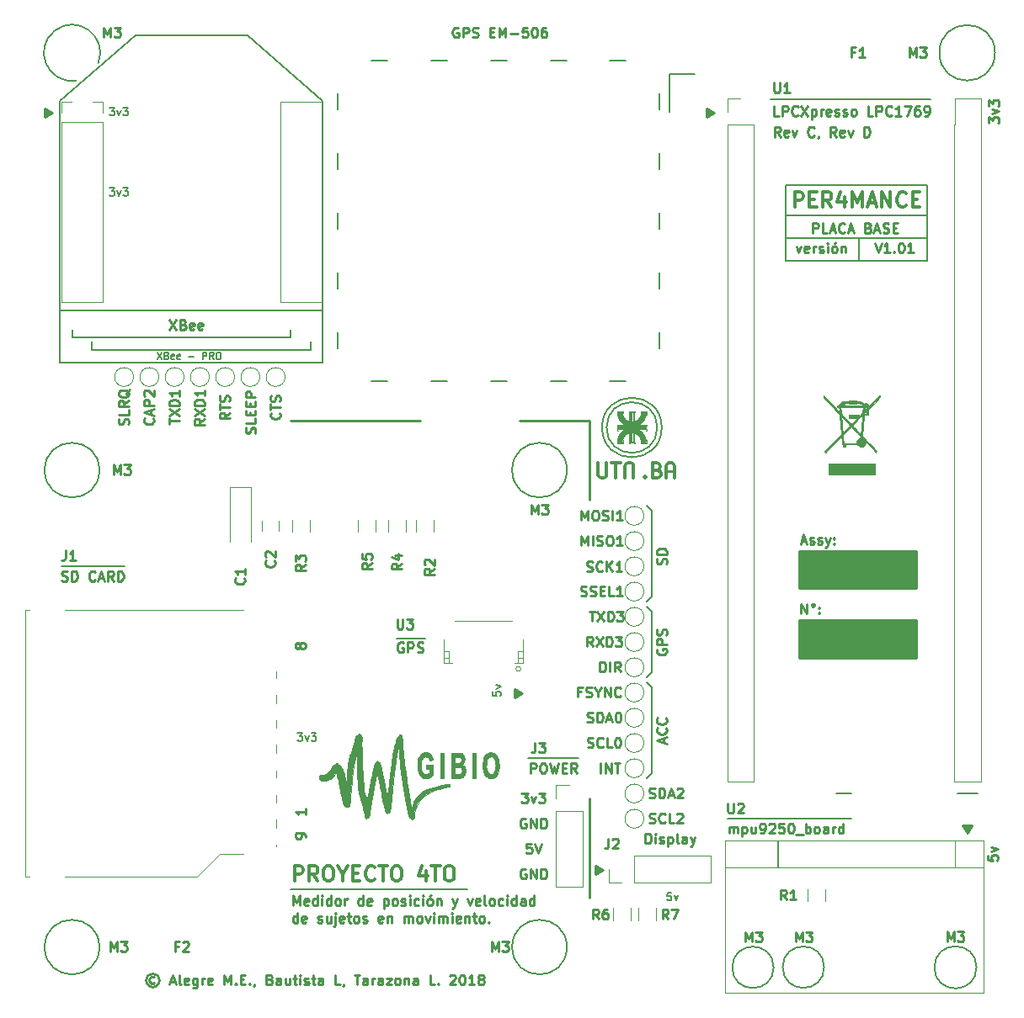
<source format=gbr>
G04 #@! TF.FileFunction,Legend,Top*
%FSLAX46Y46*%
G04 Gerber Fmt 4.6, Leading zero omitted, Abs format (unit mm)*
G04 Created by KiCad (PCBNEW 4.0.7-e2-6376~58~ubuntu16.04.1) date Tue Oct  2 08:26:08 2018*
%MOMM*%
%LPD*%
G01*
G04 APERTURE LIST*
%ADD10C,0.100000*%
%ADD11C,0.200000*%
%ADD12C,0.300000*%
%ADD13C,0.250000*%
%ADD14C,0.120000*%
%ADD15C,0.150000*%
%ADD16C,0.020000*%
%ADD17C,0.600000*%
%ADD18C,0.010000*%
%ADD19C,0.254000*%
G04 APERTURE END LIST*
D10*
D11*
X180619555Y-147020280D02*
G75*
G03X180619555Y-147020280I-2082955J0D01*
G01*
X184150000Y-73660000D02*
X184150000Y-75946000D01*
X191008000Y-73660000D02*
X176784000Y-73660000D01*
X176784000Y-71374000D02*
X191008000Y-71374000D01*
X176784000Y-75946000D02*
X176784000Y-68326000D01*
X191008000Y-75946000D02*
X176784000Y-75946000D01*
X191008000Y-68326000D02*
X191008000Y-75946000D01*
X176784000Y-68326000D02*
X191008000Y-68326000D01*
D12*
X177646000Y-70528571D02*
X177646000Y-69028571D01*
X178217428Y-69028571D01*
X178360286Y-69100000D01*
X178431714Y-69171429D01*
X178503143Y-69314286D01*
X178503143Y-69528571D01*
X178431714Y-69671429D01*
X178360286Y-69742857D01*
X178217428Y-69814286D01*
X177646000Y-69814286D01*
X179146000Y-69742857D02*
X179646000Y-69742857D01*
X179860286Y-70528571D02*
X179146000Y-70528571D01*
X179146000Y-69028571D01*
X179860286Y-69028571D01*
X181360286Y-70528571D02*
X180860286Y-69814286D01*
X180503143Y-70528571D02*
X180503143Y-69028571D01*
X181074571Y-69028571D01*
X181217429Y-69100000D01*
X181288857Y-69171429D01*
X181360286Y-69314286D01*
X181360286Y-69528571D01*
X181288857Y-69671429D01*
X181217429Y-69742857D01*
X181074571Y-69814286D01*
X180503143Y-69814286D01*
X182646000Y-69528571D02*
X182646000Y-70528571D01*
X182288857Y-68957143D02*
X181931714Y-70028571D01*
X182860286Y-70028571D01*
X183431714Y-70528571D02*
X183431714Y-69028571D01*
X183931714Y-70100000D01*
X184431714Y-69028571D01*
X184431714Y-70528571D01*
X185074571Y-70100000D02*
X185788857Y-70100000D01*
X184931714Y-70528571D02*
X185431714Y-69028571D01*
X185931714Y-70528571D01*
X186431714Y-70528571D02*
X186431714Y-69028571D01*
X187288857Y-70528571D01*
X187288857Y-69028571D01*
X188860286Y-70385714D02*
X188788857Y-70457143D01*
X188574571Y-70528571D01*
X188431714Y-70528571D01*
X188217429Y-70457143D01*
X188074571Y-70314286D01*
X188003143Y-70171429D01*
X187931714Y-69885714D01*
X187931714Y-69671429D01*
X188003143Y-69385714D01*
X188074571Y-69242857D01*
X188217429Y-69100000D01*
X188431714Y-69028571D01*
X188574571Y-69028571D01*
X188788857Y-69100000D01*
X188860286Y-69171429D01*
X189503143Y-69742857D02*
X190003143Y-69742857D01*
X190217429Y-70528571D02*
X189503143Y-70528571D01*
X189503143Y-69028571D01*
X190217429Y-69028571D01*
D13*
X149526667Y-119070476D02*
X149526667Y-119832381D01*
X149574286Y-119118095D02*
X149574286Y-119784762D01*
X149621905Y-119118095D02*
X149621905Y-119784762D01*
X149669524Y-119165714D02*
X149669524Y-119737143D01*
X149717143Y-119165714D02*
X149717143Y-119737143D01*
X149764763Y-119213333D02*
X149764763Y-119689524D01*
X149812382Y-119213333D02*
X149812382Y-119689524D01*
X149860001Y-119260952D02*
X149860001Y-119641905D01*
X149907620Y-119308571D02*
X149907620Y-119594286D01*
X149955239Y-119308571D02*
X149955239Y-119594286D01*
X150002858Y-119356190D02*
X150002858Y-119546667D01*
X150050477Y-119356190D02*
X150050477Y-119546667D01*
X150098096Y-119451429D02*
X150145715Y-119451429D01*
X150098096Y-119403810D02*
X150098096Y-119499048D01*
X149479048Y-119070476D02*
X150193334Y-119451429D01*
X149479048Y-119832381D01*
X150240953Y-119451429D02*
X149479048Y-119880000D01*
X149479048Y-119022857D01*
X150240953Y-119451429D01*
X195381524Y-132762667D02*
X194619619Y-132762667D01*
X195333905Y-132810286D02*
X194667238Y-132810286D01*
X195333905Y-132857905D02*
X194667238Y-132857905D01*
X195286286Y-132905524D02*
X194714857Y-132905524D01*
X195286286Y-132953143D02*
X194714857Y-132953143D01*
X195238667Y-133000763D02*
X194762476Y-133000763D01*
X195238667Y-133048382D02*
X194762476Y-133048382D01*
X195191048Y-133096001D02*
X194810095Y-133096001D01*
X195143429Y-133143620D02*
X194857714Y-133143620D01*
X195143429Y-133191239D02*
X194857714Y-133191239D01*
X195095810Y-133238858D02*
X194905333Y-133238858D01*
X195095810Y-133286477D02*
X194905333Y-133286477D01*
X195000571Y-133334096D02*
X195000571Y-133381715D01*
X195048190Y-133334096D02*
X194952952Y-133334096D01*
X195381524Y-132715048D02*
X195000571Y-133429334D01*
X194619619Y-132715048D01*
X195000571Y-133476953D02*
X194572000Y-132715048D01*
X195429143Y-132715048D01*
X195000571Y-133476953D01*
X168830667Y-60650476D02*
X168830667Y-61412381D01*
X168878286Y-60698095D02*
X168878286Y-61364762D01*
X168925905Y-60698095D02*
X168925905Y-61364762D01*
X168973524Y-60745714D02*
X168973524Y-61317143D01*
X169021143Y-60745714D02*
X169021143Y-61317143D01*
X169068763Y-60793333D02*
X169068763Y-61269524D01*
X169116382Y-60793333D02*
X169116382Y-61269524D01*
X169164001Y-60840952D02*
X169164001Y-61221905D01*
X169211620Y-60888571D02*
X169211620Y-61174286D01*
X169259239Y-60888571D02*
X169259239Y-61174286D01*
X169306858Y-60936190D02*
X169306858Y-61126667D01*
X169354477Y-60936190D02*
X169354477Y-61126667D01*
X169402096Y-61031429D02*
X169449715Y-61031429D01*
X169402096Y-60983810D02*
X169402096Y-61079048D01*
X168783048Y-60650476D02*
X169497334Y-61031429D01*
X168783048Y-61412381D01*
X169544953Y-61031429D02*
X168783048Y-61460000D01*
X168783048Y-60602857D01*
X169544953Y-61031429D01*
X102282667Y-60650476D02*
X102282667Y-61412381D01*
X102330286Y-60698095D02*
X102330286Y-61364762D01*
X102377905Y-60698095D02*
X102377905Y-61364762D01*
X102425524Y-60745714D02*
X102425524Y-61317143D01*
X102473143Y-60745714D02*
X102473143Y-61317143D01*
X102520763Y-60793333D02*
X102520763Y-61269524D01*
X102568382Y-60793333D02*
X102568382Y-61269524D01*
X102616001Y-60840952D02*
X102616001Y-61221905D01*
X102663620Y-60888571D02*
X102663620Y-61174286D01*
X102711239Y-60888571D02*
X102711239Y-61174286D01*
X102758858Y-60936190D02*
X102758858Y-61126667D01*
X102806477Y-60936190D02*
X102806477Y-61126667D01*
X102854096Y-61031429D02*
X102901715Y-61031429D01*
X102854096Y-60983810D02*
X102854096Y-61079048D01*
X102235048Y-60650476D02*
X102949334Y-61031429D01*
X102235048Y-61412381D01*
X102996953Y-61031429D02*
X102235048Y-61460000D01*
X102235048Y-60602857D01*
X102996953Y-61031429D01*
X157654667Y-136850476D02*
X157654667Y-137612381D01*
X157702286Y-136898095D02*
X157702286Y-137564762D01*
X157749905Y-136898095D02*
X157749905Y-137564762D01*
X157797524Y-136945714D02*
X157797524Y-137517143D01*
X157845143Y-136945714D02*
X157845143Y-137517143D01*
X157892763Y-136993333D02*
X157892763Y-137469524D01*
X157940382Y-136993333D02*
X157940382Y-137469524D01*
X157988001Y-137040952D02*
X157988001Y-137421905D01*
X158035620Y-137088571D02*
X158035620Y-137374286D01*
X158083239Y-137088571D02*
X158083239Y-137374286D01*
X158130858Y-137136190D02*
X158130858Y-137326667D01*
X158178477Y-137136190D02*
X158178477Y-137326667D01*
X158226096Y-137231429D02*
X158273715Y-137231429D01*
X158226096Y-137183810D02*
X158226096Y-137279048D01*
X157607048Y-136850476D02*
X158321334Y-137231429D01*
X157607048Y-137612381D01*
X158368953Y-137231429D02*
X157607048Y-137660000D01*
X157607048Y-136802857D01*
X158368953Y-137231429D01*
X127238095Y-140801381D02*
X127238095Y-139801381D01*
X127571429Y-140515667D01*
X127904762Y-139801381D01*
X127904762Y-140801381D01*
X128761905Y-140753762D02*
X128666667Y-140801381D01*
X128476190Y-140801381D01*
X128380952Y-140753762D01*
X128333333Y-140658524D01*
X128333333Y-140277571D01*
X128380952Y-140182333D01*
X128476190Y-140134714D01*
X128666667Y-140134714D01*
X128761905Y-140182333D01*
X128809524Y-140277571D01*
X128809524Y-140372810D01*
X128333333Y-140468048D01*
X129666667Y-140801381D02*
X129666667Y-139801381D01*
X129666667Y-140753762D02*
X129571429Y-140801381D01*
X129380952Y-140801381D01*
X129285714Y-140753762D01*
X129238095Y-140706143D01*
X129190476Y-140610905D01*
X129190476Y-140325190D01*
X129238095Y-140229952D01*
X129285714Y-140182333D01*
X129380952Y-140134714D01*
X129571429Y-140134714D01*
X129666667Y-140182333D01*
X130142857Y-140801381D02*
X130142857Y-140134714D01*
X130142857Y-139801381D02*
X130095238Y-139849000D01*
X130142857Y-139896619D01*
X130190476Y-139849000D01*
X130142857Y-139801381D01*
X130142857Y-139896619D01*
X131047619Y-140801381D02*
X131047619Y-139801381D01*
X131047619Y-140753762D02*
X130952381Y-140801381D01*
X130761904Y-140801381D01*
X130666666Y-140753762D01*
X130619047Y-140706143D01*
X130571428Y-140610905D01*
X130571428Y-140325190D01*
X130619047Y-140229952D01*
X130666666Y-140182333D01*
X130761904Y-140134714D01*
X130952381Y-140134714D01*
X131047619Y-140182333D01*
X131666666Y-140801381D02*
X131571428Y-140753762D01*
X131523809Y-140706143D01*
X131476190Y-140610905D01*
X131476190Y-140325190D01*
X131523809Y-140229952D01*
X131571428Y-140182333D01*
X131666666Y-140134714D01*
X131809524Y-140134714D01*
X131904762Y-140182333D01*
X131952381Y-140229952D01*
X132000000Y-140325190D01*
X132000000Y-140610905D01*
X131952381Y-140706143D01*
X131904762Y-140753762D01*
X131809524Y-140801381D01*
X131666666Y-140801381D01*
X132428571Y-140801381D02*
X132428571Y-140134714D01*
X132428571Y-140325190D02*
X132476190Y-140229952D01*
X132523809Y-140182333D01*
X132619047Y-140134714D01*
X132714286Y-140134714D01*
X134238096Y-140801381D02*
X134238096Y-139801381D01*
X134238096Y-140753762D02*
X134142858Y-140801381D01*
X133952381Y-140801381D01*
X133857143Y-140753762D01*
X133809524Y-140706143D01*
X133761905Y-140610905D01*
X133761905Y-140325190D01*
X133809524Y-140229952D01*
X133857143Y-140182333D01*
X133952381Y-140134714D01*
X134142858Y-140134714D01*
X134238096Y-140182333D01*
X135095239Y-140753762D02*
X135000001Y-140801381D01*
X134809524Y-140801381D01*
X134714286Y-140753762D01*
X134666667Y-140658524D01*
X134666667Y-140277571D01*
X134714286Y-140182333D01*
X134809524Y-140134714D01*
X135000001Y-140134714D01*
X135095239Y-140182333D01*
X135142858Y-140277571D01*
X135142858Y-140372810D01*
X134666667Y-140468048D01*
X136333334Y-140134714D02*
X136333334Y-141134714D01*
X136333334Y-140182333D02*
X136428572Y-140134714D01*
X136619049Y-140134714D01*
X136714287Y-140182333D01*
X136761906Y-140229952D01*
X136809525Y-140325190D01*
X136809525Y-140610905D01*
X136761906Y-140706143D01*
X136714287Y-140753762D01*
X136619049Y-140801381D01*
X136428572Y-140801381D01*
X136333334Y-140753762D01*
X137380953Y-140801381D02*
X137285715Y-140753762D01*
X137238096Y-140706143D01*
X137190477Y-140610905D01*
X137190477Y-140325190D01*
X137238096Y-140229952D01*
X137285715Y-140182333D01*
X137380953Y-140134714D01*
X137523811Y-140134714D01*
X137619049Y-140182333D01*
X137666668Y-140229952D01*
X137714287Y-140325190D01*
X137714287Y-140610905D01*
X137666668Y-140706143D01*
X137619049Y-140753762D01*
X137523811Y-140801381D01*
X137380953Y-140801381D01*
X138095239Y-140753762D02*
X138190477Y-140801381D01*
X138380953Y-140801381D01*
X138476192Y-140753762D01*
X138523811Y-140658524D01*
X138523811Y-140610905D01*
X138476192Y-140515667D01*
X138380953Y-140468048D01*
X138238096Y-140468048D01*
X138142858Y-140420429D01*
X138095239Y-140325190D01*
X138095239Y-140277571D01*
X138142858Y-140182333D01*
X138238096Y-140134714D01*
X138380953Y-140134714D01*
X138476192Y-140182333D01*
X138952382Y-140801381D02*
X138952382Y-140134714D01*
X138952382Y-139801381D02*
X138904763Y-139849000D01*
X138952382Y-139896619D01*
X139000001Y-139849000D01*
X138952382Y-139801381D01*
X138952382Y-139896619D01*
X139857144Y-140753762D02*
X139761906Y-140801381D01*
X139571429Y-140801381D01*
X139476191Y-140753762D01*
X139428572Y-140706143D01*
X139380953Y-140610905D01*
X139380953Y-140325190D01*
X139428572Y-140229952D01*
X139476191Y-140182333D01*
X139571429Y-140134714D01*
X139761906Y-140134714D01*
X139857144Y-140182333D01*
X140285715Y-140801381D02*
X140285715Y-140134714D01*
X140285715Y-139801381D02*
X140238096Y-139849000D01*
X140285715Y-139896619D01*
X140333334Y-139849000D01*
X140285715Y-139801381D01*
X140285715Y-139896619D01*
X140904762Y-140801381D02*
X140809524Y-140753762D01*
X140761905Y-140706143D01*
X140714286Y-140610905D01*
X140714286Y-140325190D01*
X140761905Y-140229952D01*
X140809524Y-140182333D01*
X140904762Y-140134714D01*
X141047620Y-140134714D01*
X141142858Y-140182333D01*
X141190477Y-140229952D01*
X141238096Y-140325190D01*
X141238096Y-140610905D01*
X141190477Y-140706143D01*
X141142858Y-140753762D01*
X141047620Y-140801381D01*
X140904762Y-140801381D01*
X141095239Y-139753762D02*
X140952381Y-139896619D01*
X141666667Y-140134714D02*
X141666667Y-140801381D01*
X141666667Y-140229952D02*
X141714286Y-140182333D01*
X141809524Y-140134714D01*
X141952382Y-140134714D01*
X142047620Y-140182333D01*
X142095239Y-140277571D01*
X142095239Y-140801381D01*
X143238096Y-140134714D02*
X143476191Y-140801381D01*
X143714287Y-140134714D02*
X143476191Y-140801381D01*
X143380953Y-141039476D01*
X143333334Y-141087095D01*
X143238096Y-141134714D01*
X144761906Y-140134714D02*
X145000001Y-140801381D01*
X145238097Y-140134714D01*
X146000002Y-140753762D02*
X145904764Y-140801381D01*
X145714287Y-140801381D01*
X145619049Y-140753762D01*
X145571430Y-140658524D01*
X145571430Y-140277571D01*
X145619049Y-140182333D01*
X145714287Y-140134714D01*
X145904764Y-140134714D01*
X146000002Y-140182333D01*
X146047621Y-140277571D01*
X146047621Y-140372810D01*
X145571430Y-140468048D01*
X146619049Y-140801381D02*
X146523811Y-140753762D01*
X146476192Y-140658524D01*
X146476192Y-139801381D01*
X147142859Y-140801381D02*
X147047621Y-140753762D01*
X147000002Y-140706143D01*
X146952383Y-140610905D01*
X146952383Y-140325190D01*
X147000002Y-140229952D01*
X147047621Y-140182333D01*
X147142859Y-140134714D01*
X147285717Y-140134714D01*
X147380955Y-140182333D01*
X147428574Y-140229952D01*
X147476193Y-140325190D01*
X147476193Y-140610905D01*
X147428574Y-140706143D01*
X147380955Y-140753762D01*
X147285717Y-140801381D01*
X147142859Y-140801381D01*
X148333336Y-140753762D02*
X148238098Y-140801381D01*
X148047621Y-140801381D01*
X147952383Y-140753762D01*
X147904764Y-140706143D01*
X147857145Y-140610905D01*
X147857145Y-140325190D01*
X147904764Y-140229952D01*
X147952383Y-140182333D01*
X148047621Y-140134714D01*
X148238098Y-140134714D01*
X148333336Y-140182333D01*
X148761907Y-140801381D02*
X148761907Y-140134714D01*
X148761907Y-139801381D02*
X148714288Y-139849000D01*
X148761907Y-139896619D01*
X148809526Y-139849000D01*
X148761907Y-139801381D01*
X148761907Y-139896619D01*
X149666669Y-140801381D02*
X149666669Y-139801381D01*
X149666669Y-140753762D02*
X149571431Y-140801381D01*
X149380954Y-140801381D01*
X149285716Y-140753762D01*
X149238097Y-140706143D01*
X149190478Y-140610905D01*
X149190478Y-140325190D01*
X149238097Y-140229952D01*
X149285716Y-140182333D01*
X149380954Y-140134714D01*
X149571431Y-140134714D01*
X149666669Y-140182333D01*
X150571431Y-140801381D02*
X150571431Y-140277571D01*
X150523812Y-140182333D01*
X150428574Y-140134714D01*
X150238097Y-140134714D01*
X150142859Y-140182333D01*
X150571431Y-140753762D02*
X150476193Y-140801381D01*
X150238097Y-140801381D01*
X150142859Y-140753762D01*
X150095240Y-140658524D01*
X150095240Y-140563286D01*
X150142859Y-140468048D01*
X150238097Y-140420429D01*
X150476193Y-140420429D01*
X150571431Y-140372810D01*
X151476193Y-140801381D02*
X151476193Y-139801381D01*
X151476193Y-140753762D02*
X151380955Y-140801381D01*
X151190478Y-140801381D01*
X151095240Y-140753762D01*
X151047621Y-140706143D01*
X151000002Y-140610905D01*
X151000002Y-140325190D01*
X151047621Y-140229952D01*
X151095240Y-140182333D01*
X151190478Y-140134714D01*
X151380955Y-140134714D01*
X151476193Y-140182333D01*
X127666667Y-142551381D02*
X127666667Y-141551381D01*
X127666667Y-142503762D02*
X127571429Y-142551381D01*
X127380952Y-142551381D01*
X127285714Y-142503762D01*
X127238095Y-142456143D01*
X127190476Y-142360905D01*
X127190476Y-142075190D01*
X127238095Y-141979952D01*
X127285714Y-141932333D01*
X127380952Y-141884714D01*
X127571429Y-141884714D01*
X127666667Y-141932333D01*
X128523810Y-142503762D02*
X128428572Y-142551381D01*
X128238095Y-142551381D01*
X128142857Y-142503762D01*
X128095238Y-142408524D01*
X128095238Y-142027571D01*
X128142857Y-141932333D01*
X128238095Y-141884714D01*
X128428572Y-141884714D01*
X128523810Y-141932333D01*
X128571429Y-142027571D01*
X128571429Y-142122810D01*
X128095238Y-142218048D01*
X129714286Y-142503762D02*
X129809524Y-142551381D01*
X130000000Y-142551381D01*
X130095239Y-142503762D01*
X130142858Y-142408524D01*
X130142858Y-142360905D01*
X130095239Y-142265667D01*
X130000000Y-142218048D01*
X129857143Y-142218048D01*
X129761905Y-142170429D01*
X129714286Y-142075190D01*
X129714286Y-142027571D01*
X129761905Y-141932333D01*
X129857143Y-141884714D01*
X130000000Y-141884714D01*
X130095239Y-141932333D01*
X131000001Y-141884714D02*
X131000001Y-142551381D01*
X130571429Y-141884714D02*
X130571429Y-142408524D01*
X130619048Y-142503762D01*
X130714286Y-142551381D01*
X130857144Y-142551381D01*
X130952382Y-142503762D01*
X131000001Y-142456143D01*
X131476191Y-141884714D02*
X131476191Y-142741857D01*
X131428572Y-142837095D01*
X131333334Y-142884714D01*
X131285715Y-142884714D01*
X131476191Y-141551381D02*
X131428572Y-141599000D01*
X131476191Y-141646619D01*
X131523810Y-141599000D01*
X131476191Y-141551381D01*
X131476191Y-141646619D01*
X132333334Y-142503762D02*
X132238096Y-142551381D01*
X132047619Y-142551381D01*
X131952381Y-142503762D01*
X131904762Y-142408524D01*
X131904762Y-142027571D01*
X131952381Y-141932333D01*
X132047619Y-141884714D01*
X132238096Y-141884714D01*
X132333334Y-141932333D01*
X132380953Y-142027571D01*
X132380953Y-142122810D01*
X131904762Y-142218048D01*
X132666667Y-141884714D02*
X133047619Y-141884714D01*
X132809524Y-141551381D02*
X132809524Y-142408524D01*
X132857143Y-142503762D01*
X132952381Y-142551381D01*
X133047619Y-142551381D01*
X133523810Y-142551381D02*
X133428572Y-142503762D01*
X133380953Y-142456143D01*
X133333334Y-142360905D01*
X133333334Y-142075190D01*
X133380953Y-141979952D01*
X133428572Y-141932333D01*
X133523810Y-141884714D01*
X133666668Y-141884714D01*
X133761906Y-141932333D01*
X133809525Y-141979952D01*
X133857144Y-142075190D01*
X133857144Y-142360905D01*
X133809525Y-142456143D01*
X133761906Y-142503762D01*
X133666668Y-142551381D01*
X133523810Y-142551381D01*
X134238096Y-142503762D02*
X134333334Y-142551381D01*
X134523810Y-142551381D01*
X134619049Y-142503762D01*
X134666668Y-142408524D01*
X134666668Y-142360905D01*
X134619049Y-142265667D01*
X134523810Y-142218048D01*
X134380953Y-142218048D01*
X134285715Y-142170429D01*
X134238096Y-142075190D01*
X134238096Y-142027571D01*
X134285715Y-141932333D01*
X134380953Y-141884714D01*
X134523810Y-141884714D01*
X134619049Y-141932333D01*
X136238097Y-142503762D02*
X136142859Y-142551381D01*
X135952382Y-142551381D01*
X135857144Y-142503762D01*
X135809525Y-142408524D01*
X135809525Y-142027571D01*
X135857144Y-141932333D01*
X135952382Y-141884714D01*
X136142859Y-141884714D01*
X136238097Y-141932333D01*
X136285716Y-142027571D01*
X136285716Y-142122810D01*
X135809525Y-142218048D01*
X136714287Y-141884714D02*
X136714287Y-142551381D01*
X136714287Y-141979952D02*
X136761906Y-141932333D01*
X136857144Y-141884714D01*
X137000002Y-141884714D01*
X137095240Y-141932333D01*
X137142859Y-142027571D01*
X137142859Y-142551381D01*
X138380954Y-142551381D02*
X138380954Y-141884714D01*
X138380954Y-141979952D02*
X138428573Y-141932333D01*
X138523811Y-141884714D01*
X138666669Y-141884714D01*
X138761907Y-141932333D01*
X138809526Y-142027571D01*
X138809526Y-142551381D01*
X138809526Y-142027571D02*
X138857145Y-141932333D01*
X138952383Y-141884714D01*
X139095240Y-141884714D01*
X139190478Y-141932333D01*
X139238097Y-142027571D01*
X139238097Y-142551381D01*
X139857144Y-142551381D02*
X139761906Y-142503762D01*
X139714287Y-142456143D01*
X139666668Y-142360905D01*
X139666668Y-142075190D01*
X139714287Y-141979952D01*
X139761906Y-141932333D01*
X139857144Y-141884714D01*
X140000002Y-141884714D01*
X140095240Y-141932333D01*
X140142859Y-141979952D01*
X140190478Y-142075190D01*
X140190478Y-142360905D01*
X140142859Y-142456143D01*
X140095240Y-142503762D01*
X140000002Y-142551381D01*
X139857144Y-142551381D01*
X140523811Y-141884714D02*
X140761906Y-142551381D01*
X141000002Y-141884714D01*
X141380954Y-142551381D02*
X141380954Y-141884714D01*
X141380954Y-141551381D02*
X141333335Y-141599000D01*
X141380954Y-141646619D01*
X141428573Y-141599000D01*
X141380954Y-141551381D01*
X141380954Y-141646619D01*
X141857144Y-142551381D02*
X141857144Y-141884714D01*
X141857144Y-141979952D02*
X141904763Y-141932333D01*
X142000001Y-141884714D01*
X142142859Y-141884714D01*
X142238097Y-141932333D01*
X142285716Y-142027571D01*
X142285716Y-142551381D01*
X142285716Y-142027571D02*
X142333335Y-141932333D01*
X142428573Y-141884714D01*
X142571430Y-141884714D01*
X142666668Y-141932333D01*
X142714287Y-142027571D01*
X142714287Y-142551381D01*
X143190477Y-142551381D02*
X143190477Y-141884714D01*
X143190477Y-141551381D02*
X143142858Y-141599000D01*
X143190477Y-141646619D01*
X143238096Y-141599000D01*
X143190477Y-141551381D01*
X143190477Y-141646619D01*
X144047620Y-142503762D02*
X143952382Y-142551381D01*
X143761905Y-142551381D01*
X143666667Y-142503762D01*
X143619048Y-142408524D01*
X143619048Y-142027571D01*
X143666667Y-141932333D01*
X143761905Y-141884714D01*
X143952382Y-141884714D01*
X144047620Y-141932333D01*
X144095239Y-142027571D01*
X144095239Y-142122810D01*
X143619048Y-142218048D01*
X144523810Y-141884714D02*
X144523810Y-142551381D01*
X144523810Y-141979952D02*
X144571429Y-141932333D01*
X144666667Y-141884714D01*
X144809525Y-141884714D01*
X144904763Y-141932333D01*
X144952382Y-142027571D01*
X144952382Y-142551381D01*
X145285715Y-141884714D02*
X145666667Y-141884714D01*
X145428572Y-141551381D02*
X145428572Y-142408524D01*
X145476191Y-142503762D01*
X145571429Y-142551381D01*
X145666667Y-142551381D01*
X146142858Y-142551381D02*
X146047620Y-142503762D01*
X146000001Y-142456143D01*
X145952382Y-142360905D01*
X145952382Y-142075190D01*
X146000001Y-141979952D01*
X146047620Y-141932333D01*
X146142858Y-141884714D01*
X146285716Y-141884714D01*
X146380954Y-141932333D01*
X146428573Y-141979952D01*
X146476192Y-142075190D01*
X146476192Y-142360905D01*
X146428573Y-142456143D01*
X146380954Y-142503762D01*
X146285716Y-142551381D01*
X146142858Y-142551381D01*
X146904763Y-142456143D02*
X146952382Y-142503762D01*
X146904763Y-142551381D01*
X146857144Y-142503762D01*
X146904763Y-142456143D01*
X146904763Y-142551381D01*
D11*
X127000000Y-139192000D02*
X144780000Y-139192000D01*
D13*
X178307238Y-111452381D02*
X178307238Y-110452381D01*
X178878667Y-111452381D01*
X178878667Y-110452381D01*
X179497714Y-110452381D02*
X179402476Y-110500000D01*
X179354857Y-110595238D01*
X179402476Y-110690476D01*
X179497714Y-110738095D01*
X179592952Y-110690476D01*
X179640572Y-110595238D01*
X179592952Y-110500000D01*
X179497714Y-110452381D01*
X180116762Y-111357143D02*
X180164381Y-111404762D01*
X180116762Y-111452381D01*
X180069143Y-111404762D01*
X180116762Y-111357143D01*
X180116762Y-111452381D01*
X180116762Y-110833333D02*
X180164381Y-110880952D01*
X180116762Y-110928571D01*
X180069143Y-110880952D01*
X180116762Y-110833333D01*
X180116762Y-110928571D01*
X178333333Y-104166667D02*
X178809524Y-104166667D01*
X178238095Y-104452381D02*
X178571428Y-103452381D01*
X178904762Y-104452381D01*
X179190476Y-104404762D02*
X179285714Y-104452381D01*
X179476190Y-104452381D01*
X179571429Y-104404762D01*
X179619048Y-104309524D01*
X179619048Y-104261905D01*
X179571429Y-104166667D01*
X179476190Y-104119048D01*
X179333333Y-104119048D01*
X179238095Y-104071429D01*
X179190476Y-103976190D01*
X179190476Y-103928571D01*
X179238095Y-103833333D01*
X179333333Y-103785714D01*
X179476190Y-103785714D01*
X179571429Y-103833333D01*
X180000000Y-104404762D02*
X180095238Y-104452381D01*
X180285714Y-104452381D01*
X180380953Y-104404762D01*
X180428572Y-104309524D01*
X180428572Y-104261905D01*
X180380953Y-104166667D01*
X180285714Y-104119048D01*
X180142857Y-104119048D01*
X180047619Y-104071429D01*
X180000000Y-103976190D01*
X180000000Y-103928571D01*
X180047619Y-103833333D01*
X180142857Y-103785714D01*
X180285714Y-103785714D01*
X180380953Y-103833333D01*
X180761905Y-103785714D02*
X181000000Y-104452381D01*
X181238096Y-103785714D02*
X181000000Y-104452381D01*
X180904762Y-104690476D01*
X180857143Y-104738095D01*
X180761905Y-104785714D01*
X181619048Y-104357143D02*
X181666667Y-104404762D01*
X181619048Y-104452381D01*
X181571429Y-104404762D01*
X181619048Y-104357143D01*
X181619048Y-104452381D01*
X181619048Y-103833333D02*
X181666667Y-103880952D01*
X181619048Y-103928571D01*
X181571429Y-103880952D01*
X181619048Y-103833333D01*
X181619048Y-103928571D01*
D12*
X127357143Y-138346571D02*
X127357143Y-136846571D01*
X127928571Y-136846571D01*
X128071429Y-136918000D01*
X128142857Y-136989429D01*
X128214286Y-137132286D01*
X128214286Y-137346571D01*
X128142857Y-137489429D01*
X128071429Y-137560857D01*
X127928571Y-137632286D01*
X127357143Y-137632286D01*
X129714286Y-138346571D02*
X129214286Y-137632286D01*
X128857143Y-138346571D02*
X128857143Y-136846571D01*
X129428571Y-136846571D01*
X129571429Y-136918000D01*
X129642857Y-136989429D01*
X129714286Y-137132286D01*
X129714286Y-137346571D01*
X129642857Y-137489429D01*
X129571429Y-137560857D01*
X129428571Y-137632286D01*
X128857143Y-137632286D01*
X130642857Y-136846571D02*
X130928571Y-136846571D01*
X131071429Y-136918000D01*
X131214286Y-137060857D01*
X131285714Y-137346571D01*
X131285714Y-137846571D01*
X131214286Y-138132286D01*
X131071429Y-138275143D01*
X130928571Y-138346571D01*
X130642857Y-138346571D01*
X130500000Y-138275143D01*
X130357143Y-138132286D01*
X130285714Y-137846571D01*
X130285714Y-137346571D01*
X130357143Y-137060857D01*
X130500000Y-136918000D01*
X130642857Y-136846571D01*
X132214286Y-137632286D02*
X132214286Y-138346571D01*
X131714286Y-136846571D02*
X132214286Y-137632286D01*
X132714286Y-136846571D01*
X133214286Y-137560857D02*
X133714286Y-137560857D01*
X133928572Y-138346571D02*
X133214286Y-138346571D01*
X133214286Y-136846571D01*
X133928572Y-136846571D01*
X135428572Y-138203714D02*
X135357143Y-138275143D01*
X135142857Y-138346571D01*
X135000000Y-138346571D01*
X134785715Y-138275143D01*
X134642857Y-138132286D01*
X134571429Y-137989429D01*
X134500000Y-137703714D01*
X134500000Y-137489429D01*
X134571429Y-137203714D01*
X134642857Y-137060857D01*
X134785715Y-136918000D01*
X135000000Y-136846571D01*
X135142857Y-136846571D01*
X135357143Y-136918000D01*
X135428572Y-136989429D01*
X135857143Y-136846571D02*
X136714286Y-136846571D01*
X136285715Y-138346571D02*
X136285715Y-136846571D01*
X137500000Y-136846571D02*
X137785714Y-136846571D01*
X137928572Y-136918000D01*
X138071429Y-137060857D01*
X138142857Y-137346571D01*
X138142857Y-137846571D01*
X138071429Y-138132286D01*
X137928572Y-138275143D01*
X137785714Y-138346571D01*
X137500000Y-138346571D01*
X137357143Y-138275143D01*
X137214286Y-138132286D01*
X137142857Y-137846571D01*
X137142857Y-137346571D01*
X137214286Y-137060857D01*
X137357143Y-136918000D01*
X137500000Y-136846571D01*
X140571429Y-137346571D02*
X140571429Y-138346571D01*
X140214286Y-136775143D02*
X139857143Y-137846571D01*
X140785715Y-137846571D01*
X141142857Y-136846571D02*
X142000000Y-136846571D01*
X141571429Y-138346571D02*
X141571429Y-136846571D01*
X142785714Y-136846571D02*
X143071428Y-136846571D01*
X143214286Y-136918000D01*
X143357143Y-137060857D01*
X143428571Y-137346571D01*
X143428571Y-137846571D01*
X143357143Y-138132286D01*
X143214286Y-138275143D01*
X143071428Y-138346571D01*
X142785714Y-138346571D01*
X142642857Y-138275143D01*
X142500000Y-138132286D01*
X142428571Y-137846571D01*
X142428571Y-137346571D01*
X142500000Y-137060857D01*
X142642857Y-136918000D01*
X142785714Y-136846571D01*
D13*
X113270141Y-148026476D02*
X113174903Y-147978857D01*
X112984427Y-147978857D01*
X112889189Y-148026476D01*
X112793951Y-148121714D01*
X112746332Y-148216952D01*
X112746332Y-148407429D01*
X112793951Y-148502667D01*
X112889189Y-148597905D01*
X112984427Y-148645524D01*
X113174903Y-148645524D01*
X113270141Y-148597905D01*
X113079665Y-147645524D02*
X112841570Y-147693143D01*
X112603474Y-147836000D01*
X112460617Y-148074095D01*
X112412998Y-148312190D01*
X112460617Y-148550286D01*
X112603474Y-148788381D01*
X112841570Y-148931238D01*
X113079665Y-148978857D01*
X113317760Y-148931238D01*
X113555855Y-148788381D01*
X113698712Y-148550286D01*
X113746332Y-148312190D01*
X113698712Y-148074095D01*
X113555855Y-147836000D01*
X113317760Y-147693143D01*
X113079665Y-147645524D01*
X114889189Y-148502667D02*
X115365380Y-148502667D01*
X114793951Y-148788381D02*
X115127284Y-147788381D01*
X115460618Y-148788381D01*
X115936808Y-148788381D02*
X115841570Y-148740762D01*
X115793951Y-148645524D01*
X115793951Y-147788381D01*
X116698714Y-148740762D02*
X116603476Y-148788381D01*
X116412999Y-148788381D01*
X116317761Y-148740762D01*
X116270142Y-148645524D01*
X116270142Y-148264571D01*
X116317761Y-148169333D01*
X116412999Y-148121714D01*
X116603476Y-148121714D01*
X116698714Y-148169333D01*
X116746333Y-148264571D01*
X116746333Y-148359810D01*
X116270142Y-148455048D01*
X117603476Y-148121714D02*
X117603476Y-148931238D01*
X117555857Y-149026476D01*
X117508238Y-149074095D01*
X117412999Y-149121714D01*
X117270142Y-149121714D01*
X117174904Y-149074095D01*
X117603476Y-148740762D02*
X117508238Y-148788381D01*
X117317761Y-148788381D01*
X117222523Y-148740762D01*
X117174904Y-148693143D01*
X117127285Y-148597905D01*
X117127285Y-148312190D01*
X117174904Y-148216952D01*
X117222523Y-148169333D01*
X117317761Y-148121714D01*
X117508238Y-148121714D01*
X117603476Y-148169333D01*
X118079666Y-148788381D02*
X118079666Y-148121714D01*
X118079666Y-148312190D02*
X118127285Y-148216952D01*
X118174904Y-148169333D01*
X118270142Y-148121714D01*
X118365381Y-148121714D01*
X119079667Y-148740762D02*
X118984429Y-148788381D01*
X118793952Y-148788381D01*
X118698714Y-148740762D01*
X118651095Y-148645524D01*
X118651095Y-148264571D01*
X118698714Y-148169333D01*
X118793952Y-148121714D01*
X118984429Y-148121714D01*
X119079667Y-148169333D01*
X119127286Y-148264571D01*
X119127286Y-148359810D01*
X118651095Y-148455048D01*
X120317762Y-148788381D02*
X120317762Y-147788381D01*
X120651096Y-148502667D01*
X120984429Y-147788381D01*
X120984429Y-148788381D01*
X121460619Y-148693143D02*
X121508238Y-148740762D01*
X121460619Y-148788381D01*
X121413000Y-148740762D01*
X121460619Y-148693143D01*
X121460619Y-148788381D01*
X121936809Y-148264571D02*
X122270143Y-148264571D01*
X122413000Y-148788381D02*
X121936809Y-148788381D01*
X121936809Y-147788381D01*
X122413000Y-147788381D01*
X122841571Y-148693143D02*
X122889190Y-148740762D01*
X122841571Y-148788381D01*
X122793952Y-148740762D01*
X122841571Y-148693143D01*
X122841571Y-148788381D01*
X123365380Y-148740762D02*
X123365380Y-148788381D01*
X123317761Y-148883619D01*
X123270142Y-148931238D01*
X124889190Y-148264571D02*
X125032047Y-148312190D01*
X125079666Y-148359810D01*
X125127285Y-148455048D01*
X125127285Y-148597905D01*
X125079666Y-148693143D01*
X125032047Y-148740762D01*
X124936809Y-148788381D01*
X124555856Y-148788381D01*
X124555856Y-147788381D01*
X124889190Y-147788381D01*
X124984428Y-147836000D01*
X125032047Y-147883619D01*
X125079666Y-147978857D01*
X125079666Y-148074095D01*
X125032047Y-148169333D01*
X124984428Y-148216952D01*
X124889190Y-148264571D01*
X124555856Y-148264571D01*
X125984428Y-148788381D02*
X125984428Y-148264571D01*
X125936809Y-148169333D01*
X125841571Y-148121714D01*
X125651094Y-148121714D01*
X125555856Y-148169333D01*
X125984428Y-148740762D02*
X125889190Y-148788381D01*
X125651094Y-148788381D01*
X125555856Y-148740762D01*
X125508237Y-148645524D01*
X125508237Y-148550286D01*
X125555856Y-148455048D01*
X125651094Y-148407429D01*
X125889190Y-148407429D01*
X125984428Y-148359810D01*
X126889190Y-148121714D02*
X126889190Y-148788381D01*
X126460618Y-148121714D02*
X126460618Y-148645524D01*
X126508237Y-148740762D01*
X126603475Y-148788381D01*
X126746333Y-148788381D01*
X126841571Y-148740762D01*
X126889190Y-148693143D01*
X127222523Y-148121714D02*
X127603475Y-148121714D01*
X127365380Y-147788381D02*
X127365380Y-148645524D01*
X127412999Y-148740762D01*
X127508237Y-148788381D01*
X127603475Y-148788381D01*
X127936809Y-148788381D02*
X127936809Y-148121714D01*
X127936809Y-147788381D02*
X127889190Y-147836000D01*
X127936809Y-147883619D01*
X127984428Y-147836000D01*
X127936809Y-147788381D01*
X127936809Y-147883619D01*
X128365380Y-148740762D02*
X128460618Y-148788381D01*
X128651094Y-148788381D01*
X128746333Y-148740762D01*
X128793952Y-148645524D01*
X128793952Y-148597905D01*
X128746333Y-148502667D01*
X128651094Y-148455048D01*
X128508237Y-148455048D01*
X128412999Y-148407429D01*
X128365380Y-148312190D01*
X128365380Y-148264571D01*
X128412999Y-148169333D01*
X128508237Y-148121714D01*
X128651094Y-148121714D01*
X128746333Y-148169333D01*
X129079666Y-148121714D02*
X129460618Y-148121714D01*
X129222523Y-147788381D02*
X129222523Y-148645524D01*
X129270142Y-148740762D01*
X129365380Y-148788381D01*
X129460618Y-148788381D01*
X130222524Y-148788381D02*
X130222524Y-148264571D01*
X130174905Y-148169333D01*
X130079667Y-148121714D01*
X129889190Y-148121714D01*
X129793952Y-148169333D01*
X130222524Y-148740762D02*
X130127286Y-148788381D01*
X129889190Y-148788381D01*
X129793952Y-148740762D01*
X129746333Y-148645524D01*
X129746333Y-148550286D01*
X129793952Y-148455048D01*
X129889190Y-148407429D01*
X130127286Y-148407429D01*
X130222524Y-148359810D01*
X131936810Y-148788381D02*
X131460619Y-148788381D01*
X131460619Y-147788381D01*
X132317762Y-148740762D02*
X132317762Y-148788381D01*
X132270143Y-148883619D01*
X132222524Y-148931238D01*
X133365381Y-147788381D02*
X133936810Y-147788381D01*
X133651095Y-148788381D02*
X133651095Y-147788381D01*
X134698715Y-148788381D02*
X134698715Y-148264571D01*
X134651096Y-148169333D01*
X134555858Y-148121714D01*
X134365381Y-148121714D01*
X134270143Y-148169333D01*
X134698715Y-148740762D02*
X134603477Y-148788381D01*
X134365381Y-148788381D01*
X134270143Y-148740762D01*
X134222524Y-148645524D01*
X134222524Y-148550286D01*
X134270143Y-148455048D01*
X134365381Y-148407429D01*
X134603477Y-148407429D01*
X134698715Y-148359810D01*
X135174905Y-148788381D02*
X135174905Y-148121714D01*
X135174905Y-148312190D02*
X135222524Y-148216952D01*
X135270143Y-148169333D01*
X135365381Y-148121714D01*
X135460620Y-148121714D01*
X136222525Y-148788381D02*
X136222525Y-148264571D01*
X136174906Y-148169333D01*
X136079668Y-148121714D01*
X135889191Y-148121714D01*
X135793953Y-148169333D01*
X136222525Y-148740762D02*
X136127287Y-148788381D01*
X135889191Y-148788381D01*
X135793953Y-148740762D01*
X135746334Y-148645524D01*
X135746334Y-148550286D01*
X135793953Y-148455048D01*
X135889191Y-148407429D01*
X136127287Y-148407429D01*
X136222525Y-148359810D01*
X136603477Y-148121714D02*
X137127287Y-148121714D01*
X136603477Y-148788381D01*
X137127287Y-148788381D01*
X137651096Y-148788381D02*
X137555858Y-148740762D01*
X137508239Y-148693143D01*
X137460620Y-148597905D01*
X137460620Y-148312190D01*
X137508239Y-148216952D01*
X137555858Y-148169333D01*
X137651096Y-148121714D01*
X137793954Y-148121714D01*
X137889192Y-148169333D01*
X137936811Y-148216952D01*
X137984430Y-148312190D01*
X137984430Y-148597905D01*
X137936811Y-148693143D01*
X137889192Y-148740762D01*
X137793954Y-148788381D01*
X137651096Y-148788381D01*
X138413001Y-148121714D02*
X138413001Y-148788381D01*
X138413001Y-148216952D02*
X138460620Y-148169333D01*
X138555858Y-148121714D01*
X138698716Y-148121714D01*
X138793954Y-148169333D01*
X138841573Y-148264571D01*
X138841573Y-148788381D01*
X139746335Y-148788381D02*
X139746335Y-148264571D01*
X139698716Y-148169333D01*
X139603478Y-148121714D01*
X139413001Y-148121714D01*
X139317763Y-148169333D01*
X139746335Y-148740762D02*
X139651097Y-148788381D01*
X139413001Y-148788381D01*
X139317763Y-148740762D01*
X139270144Y-148645524D01*
X139270144Y-148550286D01*
X139317763Y-148455048D01*
X139413001Y-148407429D01*
X139651097Y-148407429D01*
X139746335Y-148359810D01*
X141460621Y-148788381D02*
X140984430Y-148788381D01*
X140984430Y-147788381D01*
X141793954Y-148693143D02*
X141841573Y-148740762D01*
X141793954Y-148788381D01*
X141746335Y-148740762D01*
X141793954Y-148693143D01*
X141793954Y-148788381D01*
X142984430Y-147883619D02*
X143032049Y-147836000D01*
X143127287Y-147788381D01*
X143365383Y-147788381D01*
X143460621Y-147836000D01*
X143508240Y-147883619D01*
X143555859Y-147978857D01*
X143555859Y-148074095D01*
X143508240Y-148216952D01*
X142936811Y-148788381D01*
X143555859Y-148788381D01*
X144174906Y-147788381D02*
X144270145Y-147788381D01*
X144365383Y-147836000D01*
X144413002Y-147883619D01*
X144460621Y-147978857D01*
X144508240Y-148169333D01*
X144508240Y-148407429D01*
X144460621Y-148597905D01*
X144413002Y-148693143D01*
X144365383Y-148740762D01*
X144270145Y-148788381D01*
X144174906Y-148788381D01*
X144079668Y-148740762D01*
X144032049Y-148693143D01*
X143984430Y-148597905D01*
X143936811Y-148407429D01*
X143936811Y-148169333D01*
X143984430Y-147978857D01*
X144032049Y-147883619D01*
X144079668Y-147836000D01*
X144174906Y-147788381D01*
X145460621Y-148788381D02*
X144889192Y-148788381D01*
X145174906Y-148788381D02*
X145174906Y-147788381D01*
X145079668Y-147931238D01*
X144984430Y-148026476D01*
X144889192Y-148074095D01*
X146032049Y-148216952D02*
X145936811Y-148169333D01*
X145889192Y-148121714D01*
X145841573Y-148026476D01*
X145841573Y-147978857D01*
X145889192Y-147883619D01*
X145936811Y-147836000D01*
X146032049Y-147788381D01*
X146222526Y-147788381D01*
X146317764Y-147836000D01*
X146365383Y-147883619D01*
X146413002Y-147978857D01*
X146413002Y-148026476D01*
X146365383Y-148121714D01*
X146317764Y-148169333D01*
X146222526Y-148216952D01*
X146032049Y-148216952D01*
X145936811Y-148264571D01*
X145889192Y-148312190D01*
X145841573Y-148407429D01*
X145841573Y-148597905D01*
X145889192Y-148693143D01*
X145936811Y-148740762D01*
X146032049Y-148788381D01*
X146222526Y-148788381D01*
X146317764Y-148740762D01*
X146365383Y-148693143D01*
X146413002Y-148597905D01*
X146413002Y-148407429D01*
X146365383Y-148312190D01*
X146317764Y-148264571D01*
X146222526Y-148216952D01*
X185706000Y-74128381D02*
X186039333Y-75128381D01*
X186372667Y-74128381D01*
X187229810Y-75128381D02*
X186658381Y-75128381D01*
X186944095Y-75128381D02*
X186944095Y-74128381D01*
X186848857Y-74271238D01*
X186753619Y-74366476D01*
X186658381Y-74414095D01*
X187658381Y-75033143D02*
X187706000Y-75080762D01*
X187658381Y-75128381D01*
X187610762Y-75080762D01*
X187658381Y-75033143D01*
X187658381Y-75128381D01*
X188325047Y-74128381D02*
X188420286Y-74128381D01*
X188515524Y-74176000D01*
X188563143Y-74223619D01*
X188610762Y-74318857D01*
X188658381Y-74509333D01*
X188658381Y-74747429D01*
X188610762Y-74937905D01*
X188563143Y-75033143D01*
X188515524Y-75080762D01*
X188420286Y-75128381D01*
X188325047Y-75128381D01*
X188229809Y-75080762D01*
X188182190Y-75033143D01*
X188134571Y-74937905D01*
X188086952Y-74747429D01*
X188086952Y-74509333D01*
X188134571Y-74318857D01*
X188182190Y-74223619D01*
X188229809Y-74176000D01*
X188325047Y-74128381D01*
X189610762Y-75128381D02*
X189039333Y-75128381D01*
X189325047Y-75128381D02*
X189325047Y-74128381D01*
X189229809Y-74271238D01*
X189134571Y-74366476D01*
X189039333Y-74414095D01*
X177816190Y-74461714D02*
X178054285Y-75128381D01*
X178292381Y-74461714D01*
X179054286Y-75080762D02*
X178959048Y-75128381D01*
X178768571Y-75128381D01*
X178673333Y-75080762D01*
X178625714Y-74985524D01*
X178625714Y-74604571D01*
X178673333Y-74509333D01*
X178768571Y-74461714D01*
X178959048Y-74461714D01*
X179054286Y-74509333D01*
X179101905Y-74604571D01*
X179101905Y-74699810D01*
X178625714Y-74795048D01*
X179530476Y-75128381D02*
X179530476Y-74461714D01*
X179530476Y-74652190D02*
X179578095Y-74556952D01*
X179625714Y-74509333D01*
X179720952Y-74461714D01*
X179816191Y-74461714D01*
X180101905Y-75080762D02*
X180197143Y-75128381D01*
X180387619Y-75128381D01*
X180482858Y-75080762D01*
X180530477Y-74985524D01*
X180530477Y-74937905D01*
X180482858Y-74842667D01*
X180387619Y-74795048D01*
X180244762Y-74795048D01*
X180149524Y-74747429D01*
X180101905Y-74652190D01*
X180101905Y-74604571D01*
X180149524Y-74509333D01*
X180244762Y-74461714D01*
X180387619Y-74461714D01*
X180482858Y-74509333D01*
X180959048Y-75128381D02*
X180959048Y-74461714D01*
X180959048Y-74128381D02*
X180911429Y-74176000D01*
X180959048Y-74223619D01*
X181006667Y-74176000D01*
X180959048Y-74128381D01*
X180959048Y-74223619D01*
X181578095Y-75128381D02*
X181482857Y-75080762D01*
X181435238Y-75033143D01*
X181387619Y-74937905D01*
X181387619Y-74652190D01*
X181435238Y-74556952D01*
X181482857Y-74509333D01*
X181578095Y-74461714D01*
X181720953Y-74461714D01*
X181816191Y-74509333D01*
X181863810Y-74556952D01*
X181911429Y-74652190D01*
X181911429Y-74937905D01*
X181863810Y-75033143D01*
X181816191Y-75080762D01*
X181720953Y-75128381D01*
X181578095Y-75128381D01*
X181768572Y-74080762D02*
X181625714Y-74223619D01*
X182340000Y-74461714D02*
X182340000Y-75128381D01*
X182340000Y-74556952D02*
X182387619Y-74509333D01*
X182482857Y-74461714D01*
X182625715Y-74461714D01*
X182720953Y-74509333D01*
X182768572Y-74604571D01*
X182768572Y-75128381D01*
X179456295Y-73121781D02*
X179456295Y-72121781D01*
X179837248Y-72121781D01*
X179932486Y-72169400D01*
X179980105Y-72217019D01*
X180027724Y-72312257D01*
X180027724Y-72455114D01*
X179980105Y-72550352D01*
X179932486Y-72597971D01*
X179837248Y-72645590D01*
X179456295Y-72645590D01*
X180932486Y-73121781D02*
X180456295Y-73121781D01*
X180456295Y-72121781D01*
X181218200Y-72836067D02*
X181694391Y-72836067D01*
X181122962Y-73121781D02*
X181456295Y-72121781D01*
X181789629Y-73121781D01*
X182694391Y-73026543D02*
X182646772Y-73074162D01*
X182503915Y-73121781D01*
X182408677Y-73121781D01*
X182265819Y-73074162D01*
X182170581Y-72978924D01*
X182122962Y-72883686D01*
X182075343Y-72693210D01*
X182075343Y-72550352D01*
X182122962Y-72359876D01*
X182170581Y-72264638D01*
X182265819Y-72169400D01*
X182408677Y-72121781D01*
X182503915Y-72121781D01*
X182646772Y-72169400D01*
X182694391Y-72217019D01*
X183075343Y-72836067D02*
X183551534Y-72836067D01*
X182980105Y-73121781D02*
X183313438Y-72121781D01*
X183646772Y-73121781D01*
X185075344Y-72597971D02*
X185218201Y-72645590D01*
X185265820Y-72693210D01*
X185313439Y-72788448D01*
X185313439Y-72931305D01*
X185265820Y-73026543D01*
X185218201Y-73074162D01*
X185122963Y-73121781D01*
X184742010Y-73121781D01*
X184742010Y-72121781D01*
X185075344Y-72121781D01*
X185170582Y-72169400D01*
X185218201Y-72217019D01*
X185265820Y-72312257D01*
X185265820Y-72407495D01*
X185218201Y-72502733D01*
X185170582Y-72550352D01*
X185075344Y-72597971D01*
X184742010Y-72597971D01*
X185694391Y-72836067D02*
X186170582Y-72836067D01*
X185599153Y-73121781D02*
X185932486Y-72121781D01*
X186265820Y-73121781D01*
X186551534Y-73074162D02*
X186694391Y-73121781D01*
X186932487Y-73121781D01*
X187027725Y-73074162D01*
X187075344Y-73026543D01*
X187122963Y-72931305D01*
X187122963Y-72836067D01*
X187075344Y-72740829D01*
X187027725Y-72693210D01*
X186932487Y-72645590D01*
X186742010Y-72597971D01*
X186646772Y-72550352D01*
X186599153Y-72502733D01*
X186551534Y-72407495D01*
X186551534Y-72312257D01*
X186599153Y-72217019D01*
X186646772Y-72169400D01*
X186742010Y-72121781D01*
X186980106Y-72121781D01*
X187122963Y-72169400D01*
X187551534Y-72597971D02*
X187884868Y-72597971D01*
X188027725Y-73121781D02*
X187551534Y-73121781D01*
X187551534Y-72121781D01*
X188027725Y-72121781D01*
D11*
X164719000Y-97091500D02*
X165608000Y-97091500D01*
X164719000Y-97155000D02*
X164719000Y-97091500D01*
X164782500Y-97155000D02*
X164719000Y-97155000D01*
X165608000Y-97155000D02*
X164782500Y-97155000D01*
D12*
X165592071Y-97785929D02*
X165592071Y-96571643D01*
X165520643Y-96428786D01*
X165449214Y-96357357D01*
X165306357Y-96285929D01*
X165020643Y-96285929D01*
X164877785Y-96357357D01*
X164806357Y-96428786D01*
X164734928Y-96571643D01*
X164734928Y-97785929D01*
D11*
X165239715Y-139515905D02*
X164858762Y-139515905D01*
X164820667Y-139896857D01*
X164858762Y-139858762D01*
X164934953Y-139820667D01*
X165125429Y-139820667D01*
X165201619Y-139858762D01*
X165239715Y-139896857D01*
X165277810Y-139973048D01*
X165277810Y-140163524D01*
X165239715Y-140239714D01*
X165201619Y-140277810D01*
X165125429Y-140315905D01*
X164934953Y-140315905D01*
X164858762Y-140277810D01*
X164820667Y-140239714D01*
X165544477Y-139782571D02*
X165734953Y-140315905D01*
X165925429Y-139782571D01*
X147326405Y-119303785D02*
X147326405Y-119684738D01*
X147707357Y-119722833D01*
X147669262Y-119684738D01*
X147631167Y-119608547D01*
X147631167Y-119418071D01*
X147669262Y-119341881D01*
X147707357Y-119303785D01*
X147783548Y-119265690D01*
X147974024Y-119265690D01*
X148050214Y-119303785D01*
X148088310Y-119341881D01*
X148126405Y-119418071D01*
X148126405Y-119608547D01*
X148088310Y-119684738D01*
X148050214Y-119722833D01*
X147593071Y-118999023D02*
X148126405Y-118808547D01*
X147593071Y-118618071D01*
D13*
X197064381Y-135778857D02*
X197064381Y-136255048D01*
X197540571Y-136302667D01*
X197492952Y-136255048D01*
X197445333Y-136159810D01*
X197445333Y-135921714D01*
X197492952Y-135826476D01*
X197540571Y-135778857D01*
X197635810Y-135731238D01*
X197873905Y-135731238D01*
X197969143Y-135778857D01*
X198016762Y-135826476D01*
X198064381Y-135921714D01*
X198064381Y-136159810D01*
X198016762Y-136255048D01*
X197969143Y-136302667D01*
X197397714Y-135397905D02*
X198064381Y-135159810D01*
X197397714Y-134921714D01*
D11*
X108775619Y-68586405D02*
X109270857Y-68586405D01*
X109004190Y-68891167D01*
X109118476Y-68891167D01*
X109194666Y-68929262D01*
X109232762Y-68967357D01*
X109270857Y-69043548D01*
X109270857Y-69234024D01*
X109232762Y-69310214D01*
X109194666Y-69348310D01*
X109118476Y-69386405D01*
X108889904Y-69386405D01*
X108813714Y-69348310D01*
X108775619Y-69310214D01*
X109537524Y-68853071D02*
X109728000Y-69386405D01*
X109918476Y-68853071D01*
X110147048Y-68586405D02*
X110642286Y-68586405D01*
X110375619Y-68891167D01*
X110489905Y-68891167D01*
X110566095Y-68929262D01*
X110604191Y-68967357D01*
X110642286Y-69043548D01*
X110642286Y-69234024D01*
X110604191Y-69310214D01*
X110566095Y-69348310D01*
X110489905Y-69386405D01*
X110261333Y-69386405D01*
X110185143Y-69348310D01*
X110147048Y-69310214D01*
X127673219Y-123463105D02*
X128168457Y-123463105D01*
X127901790Y-123767867D01*
X128016076Y-123767867D01*
X128092266Y-123805962D01*
X128130362Y-123844057D01*
X128168457Y-123920248D01*
X128168457Y-124110724D01*
X128130362Y-124186914D01*
X128092266Y-124225010D01*
X128016076Y-124263105D01*
X127787504Y-124263105D01*
X127711314Y-124225010D01*
X127673219Y-124186914D01*
X128435124Y-123729771D02*
X128625600Y-124263105D01*
X128816076Y-123729771D01*
X129044648Y-123463105D02*
X129539886Y-123463105D01*
X129273219Y-123767867D01*
X129387505Y-123767867D01*
X129463695Y-123805962D01*
X129501791Y-123844057D01*
X129539886Y-123920248D01*
X129539886Y-124110724D01*
X129501791Y-124186914D01*
X129463695Y-124225010D01*
X129387505Y-124263105D01*
X129158933Y-124263105D01*
X129082743Y-124225010D01*
X129044648Y-124186914D01*
X108775619Y-60521905D02*
X109270857Y-60521905D01*
X109004190Y-60826667D01*
X109118476Y-60826667D01*
X109194666Y-60864762D01*
X109232762Y-60902857D01*
X109270857Y-60979048D01*
X109270857Y-61169524D01*
X109232762Y-61245714D01*
X109194666Y-61283810D01*
X109118476Y-61321905D01*
X108889904Y-61321905D01*
X108813714Y-61283810D01*
X108775619Y-61245714D01*
X109537524Y-60788571D02*
X109728000Y-61321905D01*
X109918476Y-60788571D01*
X110147048Y-60521905D02*
X110642286Y-60521905D01*
X110375619Y-60826667D01*
X110489905Y-60826667D01*
X110566095Y-60864762D01*
X110604191Y-60902857D01*
X110642286Y-60979048D01*
X110642286Y-61169524D01*
X110604191Y-61245714D01*
X110566095Y-61283810D01*
X110489905Y-61321905D01*
X110261333Y-61321905D01*
X110185143Y-61283810D01*
X110147048Y-61245714D01*
D13*
X197191381Y-62086976D02*
X197191381Y-61467928D01*
X197572333Y-61801262D01*
X197572333Y-61658404D01*
X197619952Y-61563166D01*
X197667571Y-61515547D01*
X197762810Y-61467928D01*
X198000905Y-61467928D01*
X198096143Y-61515547D01*
X198143762Y-61563166D01*
X198191381Y-61658404D01*
X198191381Y-61944119D01*
X198143762Y-62039357D01*
X198096143Y-62086976D01*
X197524714Y-61134595D02*
X198191381Y-60896500D01*
X197524714Y-60658404D01*
X197191381Y-60372690D02*
X197191381Y-59753642D01*
X197572333Y-60086976D01*
X197572333Y-59944118D01*
X197619952Y-59848880D01*
X197667571Y-59801261D01*
X197762810Y-59753642D01*
X198000905Y-59753642D01*
X198096143Y-59801261D01*
X198143762Y-59848880D01*
X198191381Y-59944118D01*
X198191381Y-60229833D01*
X198143762Y-60325071D01*
X198096143Y-60372690D01*
D11*
X165100000Y-57150000D02*
X167640000Y-57150000D01*
D13*
X162647619Y-134564381D02*
X162647619Y-133564381D01*
X162885714Y-133564381D01*
X163028572Y-133612000D01*
X163123810Y-133707238D01*
X163171429Y-133802476D01*
X163219048Y-133992952D01*
X163219048Y-134135810D01*
X163171429Y-134326286D01*
X163123810Y-134421524D01*
X163028572Y-134516762D01*
X162885714Y-134564381D01*
X162647619Y-134564381D01*
X163647619Y-134564381D02*
X163647619Y-133897714D01*
X163647619Y-133564381D02*
X163600000Y-133612000D01*
X163647619Y-133659619D01*
X163695238Y-133612000D01*
X163647619Y-133564381D01*
X163647619Y-133659619D01*
X164076190Y-134516762D02*
X164171428Y-134564381D01*
X164361904Y-134564381D01*
X164457143Y-134516762D01*
X164504762Y-134421524D01*
X164504762Y-134373905D01*
X164457143Y-134278667D01*
X164361904Y-134231048D01*
X164219047Y-134231048D01*
X164123809Y-134183429D01*
X164076190Y-134088190D01*
X164076190Y-134040571D01*
X164123809Y-133945333D01*
X164219047Y-133897714D01*
X164361904Y-133897714D01*
X164457143Y-133945333D01*
X164933333Y-133897714D02*
X164933333Y-134897714D01*
X164933333Y-133945333D02*
X165028571Y-133897714D01*
X165219048Y-133897714D01*
X165314286Y-133945333D01*
X165361905Y-133992952D01*
X165409524Y-134088190D01*
X165409524Y-134373905D01*
X165361905Y-134469143D01*
X165314286Y-134516762D01*
X165219048Y-134564381D01*
X165028571Y-134564381D01*
X164933333Y-134516762D01*
X165980952Y-134564381D02*
X165885714Y-134516762D01*
X165838095Y-134421524D01*
X165838095Y-133564381D01*
X166790477Y-134564381D02*
X166790477Y-134040571D01*
X166742858Y-133945333D01*
X166647620Y-133897714D01*
X166457143Y-133897714D01*
X166361905Y-133945333D01*
X166790477Y-134516762D02*
X166695239Y-134564381D01*
X166457143Y-134564381D01*
X166361905Y-134516762D01*
X166314286Y-134421524D01*
X166314286Y-134326286D01*
X166361905Y-134231048D01*
X166457143Y-134183429D01*
X166695239Y-134183429D01*
X166790477Y-134135810D01*
X167171429Y-133897714D02*
X167409524Y-134564381D01*
X167647620Y-133897714D02*
X167409524Y-134564381D01*
X167314286Y-134802476D01*
X167266667Y-134850095D01*
X167171429Y-134897714D01*
D11*
X150876000Y-125984000D02*
X155956000Y-125984000D01*
X170942000Y-132105400D02*
X183342000Y-132105400D01*
X107639900Y-56015346D02*
G75*
G03X105400000Y-57800000I-2639900J1015346D01*
G01*
X179959000Y-59690000D02*
X191325500Y-59690000D01*
X175260000Y-59690000D02*
X179959000Y-59690000D01*
X137604500Y-113919000D02*
X140525500Y-113919000D01*
D13*
X138287215Y-114371500D02*
X138191977Y-114323881D01*
X138049120Y-114323881D01*
X137906262Y-114371500D01*
X137811024Y-114466738D01*
X137763405Y-114561976D01*
X137715786Y-114752452D01*
X137715786Y-114895310D01*
X137763405Y-115085786D01*
X137811024Y-115181024D01*
X137906262Y-115276262D01*
X138049120Y-115323881D01*
X138144358Y-115323881D01*
X138287215Y-115276262D01*
X138334834Y-115228643D01*
X138334834Y-114895310D01*
X138144358Y-114895310D01*
X138763405Y-115323881D02*
X138763405Y-114323881D01*
X139144358Y-114323881D01*
X139239596Y-114371500D01*
X139287215Y-114419119D01*
X139334834Y-114514357D01*
X139334834Y-114657214D01*
X139287215Y-114752452D01*
X139239596Y-114800071D01*
X139144358Y-114847690D01*
X138763405Y-114847690D01*
X139715786Y-115276262D02*
X139858643Y-115323881D01*
X140096739Y-115323881D01*
X140191977Y-115276262D01*
X140239596Y-115228643D01*
X140287215Y-115133405D01*
X140287215Y-115038167D01*
X140239596Y-114942929D01*
X140191977Y-114895310D01*
X140096739Y-114847690D01*
X139906262Y-114800071D01*
X139811024Y-114752452D01*
X139763405Y-114704833D01*
X139715786Y-114609595D01*
X139715786Y-114514357D01*
X139763405Y-114419119D01*
X139811024Y-114371500D01*
X139906262Y-114323881D01*
X140144358Y-114323881D01*
X140287215Y-114371500D01*
D11*
X110299500Y-106692700D02*
X103949500Y-106692700D01*
D13*
X103978462Y-108113462D02*
X104121319Y-108161081D01*
X104359415Y-108161081D01*
X104454653Y-108113462D01*
X104502272Y-108065843D01*
X104549891Y-107970605D01*
X104549891Y-107875367D01*
X104502272Y-107780129D01*
X104454653Y-107732510D01*
X104359415Y-107684890D01*
X104168938Y-107637271D01*
X104073700Y-107589652D01*
X104026081Y-107542033D01*
X103978462Y-107446795D01*
X103978462Y-107351557D01*
X104026081Y-107256319D01*
X104073700Y-107208700D01*
X104168938Y-107161081D01*
X104407034Y-107161081D01*
X104549891Y-107208700D01*
X104978462Y-108161081D02*
X104978462Y-107161081D01*
X105216557Y-107161081D01*
X105359415Y-107208700D01*
X105454653Y-107303938D01*
X105502272Y-107399176D01*
X105549891Y-107589652D01*
X105549891Y-107732510D01*
X105502272Y-107922986D01*
X105454653Y-108018224D01*
X105359415Y-108113462D01*
X105216557Y-108161081D01*
X104978462Y-108161081D01*
X107311796Y-108065843D02*
X107264177Y-108113462D01*
X107121320Y-108161081D01*
X107026082Y-108161081D01*
X106883224Y-108113462D01*
X106787986Y-108018224D01*
X106740367Y-107922986D01*
X106692748Y-107732510D01*
X106692748Y-107589652D01*
X106740367Y-107399176D01*
X106787986Y-107303938D01*
X106883224Y-107208700D01*
X107026082Y-107161081D01*
X107121320Y-107161081D01*
X107264177Y-107208700D01*
X107311796Y-107256319D01*
X107692748Y-107875367D02*
X108168939Y-107875367D01*
X107597510Y-108161081D02*
X107930843Y-107161081D01*
X108264177Y-108161081D01*
X109168939Y-108161081D02*
X108835605Y-107684890D01*
X108597510Y-108161081D02*
X108597510Y-107161081D01*
X108978463Y-107161081D01*
X109073701Y-107208700D01*
X109121320Y-107256319D01*
X109168939Y-107351557D01*
X109168939Y-107494414D01*
X109121320Y-107589652D01*
X109073701Y-107637271D01*
X108978463Y-107684890D01*
X108597510Y-107684890D01*
X109597510Y-108161081D02*
X109597510Y-107161081D01*
X109835605Y-107161081D01*
X109978463Y-107208700D01*
X110073701Y-107303938D01*
X110121320Y-107399176D01*
X110168939Y-107589652D01*
X110168939Y-107732510D01*
X110121320Y-107922986D01*
X110073701Y-108018224D01*
X109978463Y-108113462D01*
X109835605Y-108161081D01*
X109597510Y-108161081D01*
D12*
X162622800Y-97639914D02*
X162694228Y-97711343D01*
X162622800Y-97782771D01*
X162551371Y-97711343D01*
X162622800Y-97639914D01*
X162622800Y-97782771D01*
X163837086Y-96997057D02*
X164051372Y-97068486D01*
X164122800Y-97139914D01*
X164194229Y-97282771D01*
X164194229Y-97497057D01*
X164122800Y-97639914D01*
X164051372Y-97711343D01*
X163908514Y-97782771D01*
X163337086Y-97782771D01*
X163337086Y-96282771D01*
X163837086Y-96282771D01*
X163979943Y-96354200D01*
X164051372Y-96425629D01*
X164122800Y-96568486D01*
X164122800Y-96711343D01*
X164051372Y-96854200D01*
X163979943Y-96925629D01*
X163837086Y-96997057D01*
X163337086Y-96997057D01*
X161464571Y-97773229D02*
X161464571Y-96558943D01*
X161393143Y-96416086D01*
X161321714Y-96344657D01*
X161178857Y-96273229D01*
X160893143Y-96273229D01*
X160750285Y-96344657D01*
X160678857Y-96416086D01*
X160607428Y-96558943D01*
X160607428Y-97773229D01*
X157902400Y-96282771D02*
X157902400Y-97497057D01*
X157973828Y-97639914D01*
X158045257Y-97711343D01*
X158188114Y-97782771D01*
X158473828Y-97782771D01*
X158616686Y-97711343D01*
X158688114Y-97639914D01*
X158759543Y-97497057D01*
X158759543Y-96282771D01*
X159259543Y-96282771D02*
X160116686Y-96282771D01*
X159688115Y-97782771D02*
X159688115Y-96282771D01*
D11*
X165100000Y-60960000D02*
X165100000Y-57213500D01*
X194056000Y-129540000D02*
X196088000Y-129540000D01*
X181864000Y-129540000D02*
X183388000Y-129540000D01*
D13*
X176209524Y-63452381D02*
X175876190Y-62976190D01*
X175638095Y-63452381D02*
X175638095Y-62452381D01*
X176019048Y-62452381D01*
X176114286Y-62500000D01*
X176161905Y-62547619D01*
X176209524Y-62642857D01*
X176209524Y-62785714D01*
X176161905Y-62880952D01*
X176114286Y-62928571D01*
X176019048Y-62976190D01*
X175638095Y-62976190D01*
X177019048Y-63404762D02*
X176923810Y-63452381D01*
X176733333Y-63452381D01*
X176638095Y-63404762D01*
X176590476Y-63309524D01*
X176590476Y-62928571D01*
X176638095Y-62833333D01*
X176733333Y-62785714D01*
X176923810Y-62785714D01*
X177019048Y-62833333D01*
X177066667Y-62928571D01*
X177066667Y-63023810D01*
X176590476Y-63119048D01*
X177400000Y-62785714D02*
X177638095Y-63452381D01*
X177876191Y-62785714D01*
X179590477Y-63357143D02*
X179542858Y-63404762D01*
X179400001Y-63452381D01*
X179304763Y-63452381D01*
X179161905Y-63404762D01*
X179066667Y-63309524D01*
X179019048Y-63214286D01*
X178971429Y-63023810D01*
X178971429Y-62880952D01*
X179019048Y-62690476D01*
X179066667Y-62595238D01*
X179161905Y-62500000D01*
X179304763Y-62452381D01*
X179400001Y-62452381D01*
X179542858Y-62500000D01*
X179590477Y-62547619D01*
X180066667Y-63404762D02*
X180066667Y-63452381D01*
X180019048Y-63547619D01*
X179971429Y-63595238D01*
X181828572Y-63452381D02*
X181495238Y-62976190D01*
X181257143Y-63452381D02*
X181257143Y-62452381D01*
X181638096Y-62452381D01*
X181733334Y-62500000D01*
X181780953Y-62547619D01*
X181828572Y-62642857D01*
X181828572Y-62785714D01*
X181780953Y-62880952D01*
X181733334Y-62928571D01*
X181638096Y-62976190D01*
X181257143Y-62976190D01*
X182638096Y-63404762D02*
X182542858Y-63452381D01*
X182352381Y-63452381D01*
X182257143Y-63404762D01*
X182209524Y-63309524D01*
X182209524Y-62928571D01*
X182257143Y-62833333D01*
X182352381Y-62785714D01*
X182542858Y-62785714D01*
X182638096Y-62833333D01*
X182685715Y-62928571D01*
X182685715Y-63023810D01*
X182209524Y-63119048D01*
X183019048Y-62785714D02*
X183257143Y-63452381D01*
X183495239Y-62785714D01*
X184638096Y-63452381D02*
X184638096Y-62452381D01*
X184876191Y-62452381D01*
X185019049Y-62500000D01*
X185114287Y-62595238D01*
X185161906Y-62690476D01*
X185209525Y-62880952D01*
X185209525Y-63023810D01*
X185161906Y-63214286D01*
X185114287Y-63309524D01*
X185019049Y-63404762D01*
X184876191Y-63452381D01*
X184638096Y-63452381D01*
X176078476Y-61348881D02*
X175602285Y-61348881D01*
X175602285Y-60348881D01*
X176411809Y-61348881D02*
X176411809Y-60348881D01*
X176792762Y-60348881D01*
X176888000Y-60396500D01*
X176935619Y-60444119D01*
X176983238Y-60539357D01*
X176983238Y-60682214D01*
X176935619Y-60777452D01*
X176888000Y-60825071D01*
X176792762Y-60872690D01*
X176411809Y-60872690D01*
X177983238Y-61253643D02*
X177935619Y-61301262D01*
X177792762Y-61348881D01*
X177697524Y-61348881D01*
X177554666Y-61301262D01*
X177459428Y-61206024D01*
X177411809Y-61110786D01*
X177364190Y-60920310D01*
X177364190Y-60777452D01*
X177411809Y-60586976D01*
X177459428Y-60491738D01*
X177554666Y-60396500D01*
X177697524Y-60348881D01*
X177792762Y-60348881D01*
X177935619Y-60396500D01*
X177983238Y-60444119D01*
X178316571Y-60348881D02*
X178983238Y-61348881D01*
X178983238Y-60348881D02*
X178316571Y-61348881D01*
X179364190Y-60682214D02*
X179364190Y-61682214D01*
X179364190Y-60729833D02*
X179459428Y-60682214D01*
X179649905Y-60682214D01*
X179745143Y-60729833D01*
X179792762Y-60777452D01*
X179840381Y-60872690D01*
X179840381Y-61158405D01*
X179792762Y-61253643D01*
X179745143Y-61301262D01*
X179649905Y-61348881D01*
X179459428Y-61348881D01*
X179364190Y-61301262D01*
X180268952Y-61348881D02*
X180268952Y-60682214D01*
X180268952Y-60872690D02*
X180316571Y-60777452D01*
X180364190Y-60729833D01*
X180459428Y-60682214D01*
X180554667Y-60682214D01*
X181268953Y-61301262D02*
X181173715Y-61348881D01*
X180983238Y-61348881D01*
X180888000Y-61301262D01*
X180840381Y-61206024D01*
X180840381Y-60825071D01*
X180888000Y-60729833D01*
X180983238Y-60682214D01*
X181173715Y-60682214D01*
X181268953Y-60729833D01*
X181316572Y-60825071D01*
X181316572Y-60920310D01*
X180840381Y-61015548D01*
X181697524Y-61301262D02*
X181792762Y-61348881D01*
X181983238Y-61348881D01*
X182078477Y-61301262D01*
X182126096Y-61206024D01*
X182126096Y-61158405D01*
X182078477Y-61063167D01*
X181983238Y-61015548D01*
X181840381Y-61015548D01*
X181745143Y-60967929D01*
X181697524Y-60872690D01*
X181697524Y-60825071D01*
X181745143Y-60729833D01*
X181840381Y-60682214D01*
X181983238Y-60682214D01*
X182078477Y-60729833D01*
X182507048Y-61301262D02*
X182602286Y-61348881D01*
X182792762Y-61348881D01*
X182888001Y-61301262D01*
X182935620Y-61206024D01*
X182935620Y-61158405D01*
X182888001Y-61063167D01*
X182792762Y-61015548D01*
X182649905Y-61015548D01*
X182554667Y-60967929D01*
X182507048Y-60872690D01*
X182507048Y-60825071D01*
X182554667Y-60729833D01*
X182649905Y-60682214D01*
X182792762Y-60682214D01*
X182888001Y-60729833D01*
X183507048Y-61348881D02*
X183411810Y-61301262D01*
X183364191Y-61253643D01*
X183316572Y-61158405D01*
X183316572Y-60872690D01*
X183364191Y-60777452D01*
X183411810Y-60729833D01*
X183507048Y-60682214D01*
X183649906Y-60682214D01*
X183745144Y-60729833D01*
X183792763Y-60777452D01*
X183840382Y-60872690D01*
X183840382Y-61158405D01*
X183792763Y-61253643D01*
X183745144Y-61301262D01*
X183649906Y-61348881D01*
X183507048Y-61348881D01*
X185507049Y-61348881D02*
X185030858Y-61348881D01*
X185030858Y-60348881D01*
X185840382Y-61348881D02*
X185840382Y-60348881D01*
X186221335Y-60348881D01*
X186316573Y-60396500D01*
X186364192Y-60444119D01*
X186411811Y-60539357D01*
X186411811Y-60682214D01*
X186364192Y-60777452D01*
X186316573Y-60825071D01*
X186221335Y-60872690D01*
X185840382Y-60872690D01*
X187411811Y-61253643D02*
X187364192Y-61301262D01*
X187221335Y-61348881D01*
X187126097Y-61348881D01*
X186983239Y-61301262D01*
X186888001Y-61206024D01*
X186840382Y-61110786D01*
X186792763Y-60920310D01*
X186792763Y-60777452D01*
X186840382Y-60586976D01*
X186888001Y-60491738D01*
X186983239Y-60396500D01*
X187126097Y-60348881D01*
X187221335Y-60348881D01*
X187364192Y-60396500D01*
X187411811Y-60444119D01*
X188364192Y-61348881D02*
X187792763Y-61348881D01*
X188078477Y-61348881D02*
X188078477Y-60348881D01*
X187983239Y-60491738D01*
X187888001Y-60586976D01*
X187792763Y-60634595D01*
X188697525Y-60348881D02*
X189364192Y-60348881D01*
X188935620Y-61348881D01*
X190173716Y-60348881D02*
X189983239Y-60348881D01*
X189888001Y-60396500D01*
X189840382Y-60444119D01*
X189745144Y-60586976D01*
X189697525Y-60777452D01*
X189697525Y-61158405D01*
X189745144Y-61253643D01*
X189792763Y-61301262D01*
X189888001Y-61348881D01*
X190078478Y-61348881D01*
X190173716Y-61301262D01*
X190221335Y-61253643D01*
X190268954Y-61158405D01*
X190268954Y-60920310D01*
X190221335Y-60825071D01*
X190173716Y-60777452D01*
X190078478Y-60729833D01*
X189888001Y-60729833D01*
X189792763Y-60777452D01*
X189745144Y-60825071D01*
X189697525Y-60920310D01*
X190745144Y-61348881D02*
X190935620Y-61348881D01*
X191030859Y-61301262D01*
X191078478Y-61253643D01*
X191173716Y-61110786D01*
X191221335Y-60920310D01*
X191221335Y-60539357D01*
X191173716Y-60444119D01*
X191126097Y-60396500D01*
X191030859Y-60348881D01*
X190840382Y-60348881D01*
X190745144Y-60396500D01*
X190697525Y-60444119D01*
X190649906Y-60539357D01*
X190649906Y-60777452D01*
X190697525Y-60872690D01*
X190745144Y-60920310D01*
X190840382Y-60967929D01*
X191030859Y-60967929D01*
X191126097Y-60920310D01*
X191173716Y-60872690D01*
X191221335Y-60777452D01*
D11*
X175542955Y-147040000D02*
G75*
G03X175542955Y-147040000I-2082955J0D01*
G01*
X195940094Y-147040000D02*
G75*
G03X195940094Y-147040000I-2120094J0D01*
G01*
X197795085Y-55000000D02*
G75*
G03X197795085Y-55000000I-2795085J0D01*
G01*
X154750000Y-97000000D02*
G75*
G03X154750000Y-97000000I-2750000J0D01*
G01*
X107750000Y-97000000D02*
G75*
G03X107750000Y-97000000I-2750000J0D01*
G01*
X107750000Y-145000000D02*
G75*
G03X107750000Y-145000000I-2750000J0D01*
G01*
X154750000Y-145000000D02*
G75*
G03X154750000Y-145000000I-2750000J0D01*
G01*
D13*
X164504667Y-124428095D02*
X164504667Y-123951904D01*
X164790381Y-124523333D02*
X163790381Y-124190000D01*
X164790381Y-123856666D01*
X164695143Y-122951904D02*
X164742762Y-122999523D01*
X164790381Y-123142380D01*
X164790381Y-123237618D01*
X164742762Y-123380476D01*
X164647524Y-123475714D01*
X164552286Y-123523333D01*
X164361810Y-123570952D01*
X164218952Y-123570952D01*
X164028476Y-123523333D01*
X163933238Y-123475714D01*
X163838000Y-123380476D01*
X163790381Y-123237618D01*
X163790381Y-123142380D01*
X163838000Y-122999523D01*
X163885619Y-122951904D01*
X164695143Y-121951904D02*
X164742762Y-121999523D01*
X164790381Y-122142380D01*
X164790381Y-122237618D01*
X164742762Y-122380476D01*
X164647524Y-122475714D01*
X164552286Y-122523333D01*
X164361810Y-122570952D01*
X164218952Y-122570952D01*
X164028476Y-122523333D01*
X163933238Y-122475714D01*
X163838000Y-122380476D01*
X163790381Y-122237618D01*
X163790381Y-122142380D01*
X163838000Y-121999523D01*
X163885619Y-121951904D01*
X163838000Y-115014285D02*
X163790381Y-115109523D01*
X163790381Y-115252380D01*
X163838000Y-115395238D01*
X163933238Y-115490476D01*
X164028476Y-115538095D01*
X164218952Y-115585714D01*
X164361810Y-115585714D01*
X164552286Y-115538095D01*
X164647524Y-115490476D01*
X164742762Y-115395238D01*
X164790381Y-115252380D01*
X164790381Y-115157142D01*
X164742762Y-115014285D01*
X164695143Y-114966666D01*
X164361810Y-114966666D01*
X164361810Y-115157142D01*
X164790381Y-114538095D02*
X163790381Y-114538095D01*
X163790381Y-114157142D01*
X163838000Y-114061904D01*
X163885619Y-114014285D01*
X163980857Y-113966666D01*
X164123714Y-113966666D01*
X164218952Y-114014285D01*
X164266571Y-114061904D01*
X164314190Y-114157142D01*
X164314190Y-114538095D01*
X164742762Y-113585714D02*
X164790381Y-113442857D01*
X164790381Y-113204761D01*
X164742762Y-113109523D01*
X164695143Y-113061904D01*
X164599905Y-113014285D01*
X164504667Y-113014285D01*
X164409429Y-113061904D01*
X164361810Y-113109523D01*
X164314190Y-113204761D01*
X164266571Y-113395238D01*
X164218952Y-113490476D01*
X164171333Y-113538095D01*
X164076095Y-113585714D01*
X163980857Y-113585714D01*
X163885619Y-113538095D01*
X163838000Y-113490476D01*
X163790381Y-113395238D01*
X163790381Y-113157142D01*
X163838000Y-113014285D01*
X164742762Y-106449714D02*
X164790381Y-106306857D01*
X164790381Y-106068761D01*
X164742762Y-105973523D01*
X164695143Y-105925904D01*
X164599905Y-105878285D01*
X164504667Y-105878285D01*
X164409429Y-105925904D01*
X164361810Y-105973523D01*
X164314190Y-106068761D01*
X164266571Y-106259238D01*
X164218952Y-106354476D01*
X164171333Y-106402095D01*
X164076095Y-106449714D01*
X163980857Y-106449714D01*
X163885619Y-106402095D01*
X163838000Y-106354476D01*
X163790381Y-106259238D01*
X163790381Y-106021142D01*
X163838000Y-105878285D01*
X164790381Y-105449714D02*
X163790381Y-105449714D01*
X163790381Y-105211619D01*
X163838000Y-105068761D01*
X163933238Y-104973523D01*
X164028476Y-104925904D01*
X164218952Y-104878285D01*
X164361810Y-104878285D01*
X164552286Y-104925904D01*
X164647524Y-104973523D01*
X164742762Y-105068761D01*
X164790381Y-105211619D01*
X164790381Y-105449714D01*
D11*
X163322000Y-101092000D02*
X162814000Y-100584000D01*
X163322000Y-101346000D02*
X163322000Y-101092000D01*
X163322000Y-109728000D02*
X162814000Y-110236000D01*
X163322000Y-127508000D02*
X162814000Y-128016000D01*
X163322000Y-124968000D02*
X163322000Y-127508000D01*
X163322000Y-118872000D02*
X163322000Y-124968000D01*
X162814000Y-118364000D02*
X163322000Y-118872000D01*
X163322000Y-117348000D02*
X162814000Y-117856000D01*
X163322000Y-117094000D02*
X163322000Y-117348000D01*
X163322000Y-111252000D02*
X163322000Y-117094000D01*
X162814000Y-110744000D02*
X163322000Y-111252000D01*
X163322000Y-101346000D02*
X163322000Y-109728000D01*
X176022000Y-134353300D02*
X176022000Y-136918700D01*
D13*
X151091236Y-127498101D02*
X151091236Y-126498101D01*
X151472189Y-126498101D01*
X151567427Y-126545720D01*
X151615046Y-126593339D01*
X151662665Y-126688577D01*
X151662665Y-126831434D01*
X151615046Y-126926672D01*
X151567427Y-126974291D01*
X151472189Y-127021910D01*
X151091236Y-127021910D01*
X152281712Y-126498101D02*
X152472189Y-126498101D01*
X152567427Y-126545720D01*
X152662665Y-126640958D01*
X152710284Y-126831434D01*
X152710284Y-127164768D01*
X152662665Y-127355244D01*
X152567427Y-127450482D01*
X152472189Y-127498101D01*
X152281712Y-127498101D01*
X152186474Y-127450482D01*
X152091236Y-127355244D01*
X152043617Y-127164768D01*
X152043617Y-126831434D01*
X152091236Y-126640958D01*
X152186474Y-126545720D01*
X152281712Y-126498101D01*
X153043617Y-126498101D02*
X153281712Y-127498101D01*
X153472189Y-126783815D01*
X153662665Y-127498101D01*
X153900760Y-126498101D01*
X154281712Y-126974291D02*
X154615046Y-126974291D01*
X154757903Y-127498101D02*
X154281712Y-127498101D01*
X154281712Y-126498101D01*
X154757903Y-126498101D01*
X155757903Y-127498101D02*
X155424569Y-127021910D01*
X155186474Y-127498101D02*
X155186474Y-126498101D01*
X155567427Y-126498101D01*
X155662665Y-126545720D01*
X155710284Y-126593339D01*
X155757903Y-126688577D01*
X155757903Y-126831434D01*
X155710284Y-126926672D01*
X155662665Y-126974291D01*
X155567427Y-127021910D01*
X155186474Y-127021910D01*
X128468381Y-131083085D02*
X128468381Y-131654514D01*
X128468381Y-131368800D02*
X127468381Y-131368800D01*
X127611238Y-131464038D01*
X127706476Y-131559276D01*
X127754095Y-131654514D01*
X150622096Y-137168000D02*
X150526858Y-137120381D01*
X150384001Y-137120381D01*
X150241143Y-137168000D01*
X150145905Y-137263238D01*
X150098286Y-137358476D01*
X150050667Y-137548952D01*
X150050667Y-137691810D01*
X150098286Y-137882286D01*
X150145905Y-137977524D01*
X150241143Y-138072762D01*
X150384001Y-138120381D01*
X150479239Y-138120381D01*
X150622096Y-138072762D01*
X150669715Y-138025143D01*
X150669715Y-137691810D01*
X150479239Y-137691810D01*
X151098286Y-138120381D02*
X151098286Y-137120381D01*
X151669715Y-138120381D01*
X151669715Y-137120381D01*
X152145905Y-138120381D02*
X152145905Y-137120381D01*
X152384000Y-137120381D01*
X152526858Y-137168000D01*
X152622096Y-137263238D01*
X152669715Y-137358476D01*
X152717334Y-137548952D01*
X152717334Y-137691810D01*
X152669715Y-137882286D01*
X152622096Y-137977524D01*
X152526858Y-138072762D01*
X152384000Y-138120381D01*
X152145905Y-138120381D01*
X151193524Y-134580381D02*
X150717333Y-134580381D01*
X150669714Y-135056571D01*
X150717333Y-135008952D01*
X150812571Y-134961333D01*
X151050667Y-134961333D01*
X151145905Y-135008952D01*
X151193524Y-135056571D01*
X151241143Y-135151810D01*
X151241143Y-135389905D01*
X151193524Y-135485143D01*
X151145905Y-135532762D01*
X151050667Y-135580381D01*
X150812571Y-135580381D01*
X150717333Y-135532762D01*
X150669714Y-135485143D01*
X151526857Y-134580381D02*
X151860190Y-135580381D01*
X152193524Y-134580381D01*
X150622096Y-132088000D02*
X150526858Y-132040381D01*
X150384001Y-132040381D01*
X150241143Y-132088000D01*
X150145905Y-132183238D01*
X150098286Y-132278476D01*
X150050667Y-132468952D01*
X150050667Y-132611810D01*
X150098286Y-132802286D01*
X150145905Y-132897524D01*
X150241143Y-132992762D01*
X150384001Y-133040381D01*
X150479239Y-133040381D01*
X150622096Y-132992762D01*
X150669715Y-132945143D01*
X150669715Y-132611810D01*
X150479239Y-132611810D01*
X151098286Y-133040381D02*
X151098286Y-132040381D01*
X151669715Y-133040381D01*
X151669715Y-132040381D01*
X152145905Y-133040381D02*
X152145905Y-132040381D01*
X152384000Y-132040381D01*
X152526858Y-132088000D01*
X152622096Y-132183238D01*
X152669715Y-132278476D01*
X152717334Y-132468952D01*
X152717334Y-132611810D01*
X152669715Y-132802286D01*
X152622096Y-132897524D01*
X152526858Y-132992762D01*
X152384000Y-133040381D01*
X152145905Y-133040381D01*
X150193524Y-129500381D02*
X150812572Y-129500381D01*
X150479238Y-129881333D01*
X150622096Y-129881333D01*
X150717334Y-129928952D01*
X150764953Y-129976571D01*
X150812572Y-130071810D01*
X150812572Y-130309905D01*
X150764953Y-130405143D01*
X150717334Y-130452762D01*
X150622096Y-130500381D01*
X150336381Y-130500381D01*
X150241143Y-130452762D01*
X150193524Y-130405143D01*
X151145905Y-129833714D02*
X151384000Y-130500381D01*
X151622096Y-129833714D01*
X151907810Y-129500381D02*
X152526858Y-129500381D01*
X152193524Y-129881333D01*
X152336382Y-129881333D01*
X152431620Y-129928952D01*
X152479239Y-129976571D01*
X152526858Y-130071810D01*
X152526858Y-130309905D01*
X152479239Y-130405143D01*
X152431620Y-130452762D01*
X152336382Y-130500381D01*
X152050667Y-130500381D01*
X151955429Y-130452762D01*
X151907810Y-130405143D01*
X128468381Y-133972276D02*
X128468381Y-133781800D01*
X128420762Y-133686561D01*
X128373143Y-133638942D01*
X128230286Y-133543704D01*
X128039810Y-133496085D01*
X127658857Y-133496085D01*
X127563619Y-133543704D01*
X127516000Y-133591323D01*
X127468381Y-133686561D01*
X127468381Y-133877038D01*
X127516000Y-133972276D01*
X127563619Y-134019895D01*
X127658857Y-134067514D01*
X127896952Y-134067514D01*
X127992190Y-134019895D01*
X128039810Y-133972276D01*
X128087429Y-133877038D01*
X128087429Y-133686561D01*
X128039810Y-133591323D01*
X127992190Y-133543704D01*
X127896952Y-133496085D01*
X127896952Y-114585762D02*
X127849333Y-114490524D01*
X127801714Y-114442905D01*
X127706476Y-114395286D01*
X127658857Y-114395286D01*
X127563619Y-114442905D01*
X127516000Y-114490524D01*
X127468381Y-114585762D01*
X127468381Y-114776239D01*
X127516000Y-114871477D01*
X127563619Y-114919096D01*
X127658857Y-114966715D01*
X127706476Y-114966715D01*
X127801714Y-114919096D01*
X127849333Y-114871477D01*
X127896952Y-114776239D01*
X127896952Y-114585762D01*
X127944571Y-114490524D01*
X127992190Y-114442905D01*
X128087429Y-114395286D01*
X128277905Y-114395286D01*
X128373143Y-114442905D01*
X128420762Y-114490524D01*
X128468381Y-114585762D01*
X128468381Y-114776239D01*
X128420762Y-114871477D01*
X128373143Y-114919096D01*
X128277905Y-114966715D01*
X128087429Y-114966715D01*
X127992190Y-114919096D01*
X127944571Y-114871477D01*
X127896952Y-114776239D01*
X192990476Y-144452381D02*
X192990476Y-143452381D01*
X193323810Y-144166667D01*
X193657143Y-143452381D01*
X193657143Y-144452381D01*
X194038095Y-143452381D02*
X194657143Y-143452381D01*
X194323809Y-143833333D01*
X194466667Y-143833333D01*
X194561905Y-143880952D01*
X194609524Y-143928571D01*
X194657143Y-144023810D01*
X194657143Y-144261905D01*
X194609524Y-144357143D01*
X194561905Y-144404762D01*
X194466667Y-144452381D01*
X194180952Y-144452381D01*
X194085714Y-144404762D01*
X194038095Y-144357143D01*
X172690476Y-144462381D02*
X172690476Y-143462381D01*
X173023810Y-144176667D01*
X173357143Y-143462381D01*
X173357143Y-144462381D01*
X173738095Y-143462381D02*
X174357143Y-143462381D01*
X174023809Y-143843333D01*
X174166667Y-143843333D01*
X174261905Y-143890952D01*
X174309524Y-143938571D01*
X174357143Y-144033810D01*
X174357143Y-144271905D01*
X174309524Y-144367143D01*
X174261905Y-144414762D01*
X174166667Y-144462381D01*
X173880952Y-144462381D01*
X173785714Y-144414762D01*
X173738095Y-144367143D01*
X157000000Y-140000000D02*
X157000000Y-130000000D01*
X157000000Y-100000000D02*
X157000000Y-97000000D01*
X150000000Y-92000000D02*
X152000000Y-92000000D01*
X127000000Y-92011500D02*
X140000000Y-92000000D01*
X157000000Y-92000000D02*
X157000000Y-97000000D01*
X157000000Y-92000000D02*
X152000000Y-92000000D01*
D14*
X193702000Y-62230000D02*
X193702000Y-128330000D01*
X193702000Y-128330000D02*
X196362000Y-128330000D01*
X196362000Y-128330000D02*
X196362000Y-59630000D01*
X196402000Y-59630000D02*
X193742000Y-59630000D01*
X193742000Y-62250000D02*
X193742000Y-59630000D01*
X173542000Y-62230000D02*
X170882000Y-62230000D01*
X170882000Y-62230000D02*
X170882000Y-128330000D01*
X170882000Y-128330000D02*
X173542000Y-128330000D01*
X173542000Y-128330000D02*
X173542000Y-62230000D01*
X170882000Y-59630000D02*
X172212000Y-59630000D01*
X170882000Y-60960000D02*
X170882000Y-59630000D01*
X122970000Y-98684000D02*
X122970000Y-104184000D01*
X120870000Y-98684000D02*
X120870000Y-104184000D01*
X122970000Y-98684000D02*
X120870000Y-98684000D01*
X125818000Y-103116000D02*
X125818000Y-102116000D01*
X124118000Y-102116000D02*
X124118000Y-103116000D01*
X161544000Y-138490000D02*
X169224000Y-138490000D01*
X169224000Y-138490000D02*
X169224000Y-135830000D01*
X169224000Y-135830000D02*
X161544000Y-135830000D01*
X161544000Y-135830000D02*
X161544000Y-138490000D01*
X160274000Y-138490000D02*
X158944000Y-138490000D01*
X158944000Y-138490000D02*
X158944000Y-137160000D01*
X153670000Y-131270000D02*
X153670000Y-138950000D01*
X153670000Y-138950000D02*
X156330000Y-138950000D01*
X156330000Y-138950000D02*
X156330000Y-131270000D01*
X156330000Y-131270000D02*
X153670000Y-131270000D01*
X153670000Y-130000000D02*
X153670000Y-128670000D01*
X153670000Y-128670000D02*
X155000000Y-128670000D01*
D15*
X129000000Y-84880000D02*
X129000000Y-84100000D01*
X107000000Y-84880000D02*
X129000000Y-84880000D01*
D14*
X108060000Y-62000000D02*
X108060000Y-80060000D01*
X108060000Y-80060000D02*
X103940000Y-80060000D01*
X103940000Y-80060000D02*
X103940000Y-62000000D01*
X106000000Y-62000000D02*
X108060000Y-62000000D01*
X108060000Y-61000000D02*
X108060000Y-59940000D01*
X108060000Y-59940000D02*
X107060000Y-59940000D01*
X125940000Y-80060000D02*
X125940000Y-59940000D01*
X130060000Y-62000000D02*
X130060000Y-80060000D01*
X130060000Y-80060000D02*
X125940000Y-80060000D01*
X130060000Y-62020000D02*
X130060000Y-59940000D01*
X125940000Y-59940000D02*
X129070000Y-59940000D01*
X130060000Y-59940000D02*
X129060000Y-59940000D01*
X103940000Y-62000000D02*
X106000000Y-62000000D01*
X103940000Y-61020000D02*
X103940000Y-59960000D01*
X104930000Y-59940000D02*
X103940000Y-59940000D01*
D15*
X103800000Y-80890000D02*
X130200000Y-80890000D01*
X103800000Y-86220000D02*
X103800000Y-59810000D01*
X103800000Y-86220000D02*
X130200000Y-86220000D01*
X130200000Y-86220000D02*
X130200000Y-59810000D01*
X103800000Y-59810000D02*
X111390000Y-53280000D01*
X111390000Y-53280000D02*
X122610000Y-53280000D01*
X122610000Y-53280000D02*
X130200000Y-59810000D01*
X107000000Y-84880000D02*
X107000000Y-84100000D01*
X127000000Y-83680000D02*
X127000000Y-82900000D01*
X105000000Y-83680000D02*
X127000000Y-83680000D01*
X105000000Y-83680000D02*
X105000000Y-82900000D01*
D14*
X180712000Y-139180000D02*
X180712000Y-140380000D01*
X178952000Y-140380000D02*
X178952000Y-139180000D01*
X139582000Y-103216000D02*
X139582000Y-102016000D01*
X141342000Y-102016000D02*
X141342000Y-103216000D01*
X127136000Y-103216000D02*
X127136000Y-102016000D01*
X128896000Y-102016000D02*
X128896000Y-103216000D01*
X136788000Y-103216000D02*
X136788000Y-102016000D01*
X138548000Y-102016000D02*
X138548000Y-103216000D01*
X133740000Y-103216000D02*
X133740000Y-102016000D01*
X135500000Y-102016000D02*
X135500000Y-103216000D01*
X161154000Y-141085000D02*
X161154000Y-142285000D01*
X159394000Y-142285000D02*
X159394000Y-141085000D01*
X163694000Y-141085000D02*
X163694000Y-142285000D01*
X161934000Y-142285000D02*
X161934000Y-141085000D01*
X162494000Y-121920000D02*
G75*
G03X162494000Y-121920000I-950000J0D01*
G01*
X162494000Y-124460000D02*
G75*
G03X162494000Y-124460000I-950000J0D01*
G01*
X162494000Y-127000000D02*
G75*
G03X162494000Y-127000000I-950000J0D01*
G01*
X162494000Y-119380000D02*
G75*
G03X162494000Y-119380000I-950000J0D01*
G01*
X162494000Y-111760000D02*
G75*
G03X162494000Y-111760000I-950000J0D01*
G01*
X162494000Y-114300000D02*
G75*
G03X162494000Y-114300000I-950000J0D01*
G01*
X162494000Y-116840000D02*
G75*
G03X162494000Y-116840000I-950000J0D01*
G01*
X162494000Y-129540000D02*
G75*
G03X162494000Y-129540000I-950000J0D01*
G01*
X162494000Y-132080000D02*
G75*
G03X162494000Y-132080000I-950000J0D01*
G01*
X118806000Y-87630000D02*
G75*
G03X118806000Y-87630000I-950000J0D01*
G01*
X116266000Y-87630000D02*
G75*
G03X116266000Y-87630000I-950000J0D01*
G01*
X126426000Y-87630000D02*
G75*
G03X126426000Y-87630000I-950000J0D01*
G01*
X121346000Y-87630000D02*
G75*
G03X121346000Y-87630000I-950000J0D01*
G01*
X123886000Y-87630000D02*
G75*
G03X123886000Y-87630000I-950000J0D01*
G01*
X111186000Y-87630000D02*
G75*
G03X111186000Y-87630000I-950000J0D01*
G01*
X113726000Y-87630000D02*
G75*
G03X113726000Y-87630000I-950000J0D01*
G01*
X162494000Y-101600000D02*
G75*
G03X162494000Y-101600000I-950000J0D01*
G01*
X162494000Y-104140000D02*
G75*
G03X162494000Y-104140000I-950000J0D01*
G01*
X162494000Y-106680000D02*
G75*
G03X162494000Y-106680000I-950000J0D01*
G01*
X162494000Y-109220000D02*
G75*
G03X162494000Y-109220000I-950000J0D01*
G01*
X150117500Y-116995500D02*
G75*
G03X150117500Y-116995500I-250000J0D01*
G01*
X149267500Y-112170500D02*
X143467500Y-112170500D01*
X150367500Y-114070500D02*
X150367500Y-116420500D01*
X150367500Y-116420500D02*
X149467500Y-116420500D01*
X149867500Y-116420500D02*
X149867500Y-115220500D01*
X149867500Y-115220500D02*
X149867500Y-115220500D01*
X149867500Y-115220500D02*
X149867500Y-116420500D01*
X149867500Y-116420500D02*
X149867500Y-116420500D01*
X149867500Y-115920500D02*
X149867500Y-115920500D01*
X149867500Y-115920500D02*
X150367500Y-115920500D01*
X150367500Y-115920500D02*
X150367500Y-115920500D01*
X150367500Y-115920500D02*
X149867500Y-115920500D01*
X149867500Y-115220500D02*
X149867500Y-115220500D01*
X149867500Y-115220500D02*
X150367500Y-115220500D01*
X150367500Y-115220500D02*
X150367500Y-115220500D01*
X150367500Y-115220500D02*
X149867500Y-115220500D01*
X142367500Y-114070500D02*
X142367500Y-116420500D01*
X142367500Y-116420500D02*
X143267500Y-116420500D01*
X142867500Y-116420500D02*
X142867500Y-115220500D01*
X142867500Y-115220500D02*
X142867500Y-115220500D01*
X142867500Y-115220500D02*
X142867500Y-116420500D01*
X142867500Y-116420500D02*
X142867500Y-116420500D01*
X142867500Y-115920500D02*
X142867500Y-115920500D01*
X142867500Y-115920500D02*
X142367500Y-115920500D01*
X142367500Y-115920500D02*
X142367500Y-115920500D01*
X142367500Y-115920500D02*
X142867500Y-115920500D01*
X142867500Y-115220500D02*
X142867500Y-115220500D01*
X142867500Y-115220500D02*
X142367500Y-115220500D01*
X142367500Y-115220500D02*
X142367500Y-115220500D01*
X142367500Y-115220500D02*
X142867500Y-115220500D01*
D15*
X135100000Y-55750000D02*
X136700000Y-55750000D01*
X135100000Y-88050000D02*
X136700000Y-88050000D01*
X141100000Y-55750000D02*
X142700000Y-55750000D01*
X141100000Y-88050000D02*
X142700000Y-88050000D01*
X147100000Y-55750000D02*
X148700000Y-55750000D01*
X147100000Y-88050000D02*
X148700000Y-88050000D01*
X153100000Y-55750000D02*
X154700000Y-55750000D01*
X153100000Y-88050000D02*
X154700000Y-88050000D01*
X159100000Y-55750000D02*
X160700000Y-55750000D01*
X159100000Y-88050000D02*
X160700000Y-88050000D01*
X131750000Y-59100000D02*
X131750000Y-60700000D01*
X164050000Y-59100000D02*
X164050000Y-60700000D01*
X131750000Y-65100000D02*
X131750000Y-66700000D01*
X164050000Y-65100000D02*
X164050000Y-66700000D01*
X131750000Y-71100000D02*
X131750000Y-72700000D01*
X164050000Y-71100000D02*
X164050000Y-72700000D01*
X131750000Y-77100000D02*
X131750000Y-78700000D01*
X164050000Y-77100000D02*
X164050000Y-78700000D01*
X131750000Y-83100000D02*
X131750000Y-84700000D01*
X164050000Y-83100000D02*
X164050000Y-84700000D01*
D14*
X100272400Y-137930000D02*
X100692400Y-137930000D01*
X100272400Y-111090000D02*
X100272400Y-137930000D01*
X100692400Y-111090000D02*
X100272400Y-111090000D01*
X122192400Y-111090000D02*
X104292400Y-111090000D01*
X117592400Y-137930000D02*
X104292400Y-137930000D01*
X119892400Y-135630000D02*
X117592400Y-137930000D01*
X122192400Y-135630000D02*
X119892400Y-135630000D01*
X125512400Y-117260000D02*
X125512400Y-117960000D01*
X125512400Y-119660000D02*
X125512400Y-120460000D01*
X125512400Y-122160000D02*
X125512400Y-122960000D01*
X125512400Y-134660000D02*
X125512400Y-134860000D01*
X125512400Y-124660000D02*
X125512400Y-125460000D01*
X125512400Y-127260000D02*
X125512400Y-127960000D01*
X125512400Y-129660000D02*
X125512400Y-130460000D01*
X125512400Y-132160000D02*
X125512400Y-132960000D01*
D16*
X162190000Y-94300000D02*
X162260000Y-94260000D01*
X162190000Y-94290000D02*
X162190000Y-94300000D01*
X162200000Y-94270000D02*
X162190000Y-94290000D01*
X162190000Y-94300000D02*
X162200000Y-94270000D01*
X162490000Y-94300000D02*
X162190000Y-94300000D01*
X159830000Y-91300000D02*
X159940000Y-91300000D01*
X159850000Y-91140000D02*
X159830000Y-91300000D01*
X159890000Y-91190000D02*
X159850000Y-91140000D01*
X159940000Y-91150000D02*
X159890000Y-91190000D01*
X159860000Y-91170000D02*
X159940000Y-91150000D01*
X159900000Y-91150000D02*
X159860000Y-91170000D01*
X159850000Y-91220000D02*
X159900000Y-91150000D01*
X160000000Y-91130000D02*
X159850000Y-91220000D01*
X159870000Y-91140000D02*
X160000000Y-91130000D01*
X159830000Y-91260000D02*
X159870000Y-91140000D01*
X159980000Y-91130000D02*
X159830000Y-91260000D01*
X159840000Y-91130000D02*
X159980000Y-91130000D01*
X159850000Y-91130000D02*
X159840000Y-91130000D01*
X159830000Y-91260000D02*
X159850000Y-91130000D01*
X159830000Y-91130000D02*
X159830000Y-91260000D01*
X159850000Y-91190000D02*
X159830000Y-91130000D01*
X159810000Y-91430000D02*
X159850000Y-91190000D01*
X159820000Y-91120000D02*
X159810000Y-91430000D01*
X159830000Y-91120000D02*
X159820000Y-91120000D01*
X160090000Y-91120000D02*
X159830000Y-91120000D01*
X159960000Y-91150000D02*
X160090000Y-91120000D01*
X160370000Y-91130000D02*
X159960000Y-91150000D01*
X160230000Y-91140000D02*
X160370000Y-91130000D01*
X160300000Y-91150000D02*
X160230000Y-91140000D01*
X160340000Y-91210000D02*
X160300000Y-91150000D01*
X160330000Y-91160000D02*
X160340000Y-91210000D01*
X160270000Y-91150000D02*
X160330000Y-91160000D01*
X160350000Y-91230000D02*
X160270000Y-91150000D01*
X160340000Y-91140000D02*
X160350000Y-91230000D01*
X160250000Y-91140000D02*
X160340000Y-91140000D01*
X160360000Y-91250000D02*
X160250000Y-91140000D01*
X160360000Y-91130000D02*
X160360000Y-91250000D01*
X160220000Y-91130000D02*
X160360000Y-91130000D01*
X160220000Y-91120000D02*
X160220000Y-91130000D01*
X160380000Y-91120000D02*
X160220000Y-91120000D01*
X160380000Y-91300000D02*
X160380000Y-91120000D01*
X160370000Y-91350000D02*
X160380000Y-91300000D01*
X160370000Y-91120000D02*
X160370000Y-91350000D01*
X160120000Y-91120000D02*
X160370000Y-91120000D01*
X162620000Y-91140000D02*
X162600000Y-91180000D01*
X162740000Y-91180000D02*
X162620000Y-91140000D01*
X162720000Y-91190000D02*
X162740000Y-91180000D01*
X162710000Y-91160000D02*
X162720000Y-91190000D01*
X162730000Y-91150000D02*
X162710000Y-91160000D01*
X162720000Y-91170000D02*
X162730000Y-91150000D01*
X162680000Y-91150000D02*
X162720000Y-91170000D01*
X162730000Y-91220000D02*
X162680000Y-91150000D01*
X162710000Y-91170000D02*
X162730000Y-91220000D01*
X162640000Y-91130000D02*
X162710000Y-91170000D01*
X162740000Y-91260000D02*
X162640000Y-91130000D01*
X162740000Y-91140000D02*
X162740000Y-91260000D01*
X162760000Y-91290000D02*
X162740000Y-91140000D01*
X162760000Y-91150000D02*
X162760000Y-91290000D01*
X162600000Y-91130000D02*
X162760000Y-91150000D01*
X162760000Y-91130000D02*
X162600000Y-91130000D01*
X162760000Y-91170000D02*
X162760000Y-91130000D01*
X162780000Y-91390000D02*
X162760000Y-91170000D01*
X162780000Y-91120000D02*
X162780000Y-91390000D01*
X162770000Y-91120000D02*
X162780000Y-91120000D01*
X162690000Y-91120000D02*
X162770000Y-91120000D01*
X162490000Y-91120000D02*
X162690000Y-91120000D01*
X162340000Y-91150000D02*
X162490000Y-91120000D01*
X162270000Y-91150000D02*
X162340000Y-91150000D01*
X162260000Y-91190000D02*
X162270000Y-91150000D01*
X162300000Y-91140000D02*
X162260000Y-91190000D01*
X162260000Y-91150000D02*
X162300000Y-91140000D01*
X162240000Y-91210000D02*
X162260000Y-91150000D01*
X162340000Y-91140000D02*
X162240000Y-91210000D01*
X162240000Y-91140000D02*
X162340000Y-91140000D01*
X162230000Y-91260000D02*
X162240000Y-91140000D01*
X162240000Y-91240000D02*
X162230000Y-91260000D01*
X162220000Y-91240000D02*
X162240000Y-91240000D01*
X162380000Y-91130000D02*
X162220000Y-91240000D01*
X162220000Y-91130000D02*
X162380000Y-91130000D01*
X162220000Y-91150000D02*
X162220000Y-91130000D01*
X162220000Y-91220000D02*
X162220000Y-91150000D01*
X162200000Y-91420000D02*
X162220000Y-91220000D01*
X162490000Y-91120000D02*
X162220000Y-91120000D01*
X162690000Y-93000000D02*
X162770000Y-92980000D01*
X162780000Y-93000000D02*
X162690000Y-93000000D01*
X162780000Y-92910000D02*
X162780000Y-93000000D01*
X162780000Y-92520000D02*
X162760000Y-92430000D01*
X162780000Y-92420000D02*
X162780000Y-92520000D01*
X162690000Y-92420000D02*
X162780000Y-92420000D01*
X159810000Y-92440000D02*
X159830000Y-92460000D01*
X159820000Y-92430000D02*
X159810000Y-92440000D01*
X159800000Y-92500000D02*
X159820000Y-92430000D01*
X159800000Y-92420000D02*
X159800000Y-92500000D01*
X159900000Y-92420000D02*
X159800000Y-92420000D01*
X159820000Y-92980000D02*
X159880000Y-92890000D01*
X159820000Y-92990000D02*
X159820000Y-92980000D01*
X159800000Y-92880000D02*
X159820000Y-92990000D01*
X159800000Y-93000000D02*
X159800000Y-92880000D01*
X159890000Y-93000000D02*
X159800000Y-93000000D01*
X159910000Y-94250000D02*
X159880000Y-94240000D01*
X159880000Y-94240000D02*
X159910000Y-94250000D01*
X159880000Y-94210000D02*
X159880000Y-94240000D01*
X159890000Y-94230000D02*
X159880000Y-94210000D01*
X159850000Y-94260000D02*
X159890000Y-94230000D01*
X159930000Y-94260000D02*
X159850000Y-94260000D01*
X159870000Y-94260000D02*
X159930000Y-94260000D01*
X159860000Y-94190000D02*
X159870000Y-94260000D01*
X159850000Y-94270000D02*
X159860000Y-94190000D01*
X159840000Y-94160000D02*
X159850000Y-94270000D01*
X159830000Y-94270000D02*
X159840000Y-94160000D01*
X159820000Y-94130000D02*
X159830000Y-94270000D01*
X159810000Y-94280000D02*
X159820000Y-94130000D01*
X159980000Y-94290000D02*
X159810000Y-94280000D01*
X159990000Y-94270000D02*
X159980000Y-94290000D01*
X159810000Y-94280000D02*
X159990000Y-94270000D01*
X159800000Y-94000000D02*
X159810000Y-94280000D01*
X159800000Y-94300000D02*
X159800000Y-94000000D01*
X160060000Y-94300000D02*
X159800000Y-94300000D01*
X160350000Y-94180000D02*
X160060000Y-94300000D01*
X160360000Y-94140000D02*
X160350000Y-94180000D01*
X160320000Y-94200000D02*
X160360000Y-94140000D01*
X160360000Y-94190000D02*
X160320000Y-94200000D01*
X160320000Y-94190000D02*
X160360000Y-94190000D01*
X160300000Y-94220000D02*
X160320000Y-94190000D01*
X160350000Y-94210000D02*
X160300000Y-94220000D01*
X160360000Y-94230000D02*
X160350000Y-94210000D01*
X160270000Y-94240000D02*
X160360000Y-94230000D01*
X160350000Y-94240000D02*
X160270000Y-94240000D01*
X160350000Y-94260000D02*
X160350000Y-94240000D01*
X160240000Y-94260000D02*
X160350000Y-94260000D01*
X160370000Y-94280000D02*
X160240000Y-94260000D01*
X160180000Y-94280000D02*
X160370000Y-94280000D01*
X160360000Y-94280000D02*
X160180000Y-94280000D01*
X160380000Y-94010000D02*
X160360000Y-94280000D01*
X160380000Y-94300000D02*
X160380000Y-94010000D01*
X160090000Y-94300000D02*
X160380000Y-94300000D01*
X162270000Y-94240000D02*
X162340000Y-94150000D01*
X162260000Y-94220000D02*
X162270000Y-94240000D01*
X162300000Y-94240000D02*
X162260000Y-94220000D01*
X162240000Y-94250000D02*
X162300000Y-94240000D01*
X162250000Y-94240000D02*
X162240000Y-94250000D01*
X162240000Y-94190000D02*
X162250000Y-94240000D01*
X162230000Y-94250000D02*
X162240000Y-94190000D01*
X162230000Y-94160000D02*
X162230000Y-94250000D01*
X162220000Y-94250000D02*
X162230000Y-94160000D01*
X162210000Y-94100000D02*
X162220000Y-94250000D01*
X162200000Y-94260000D02*
X162210000Y-94100000D01*
X162330000Y-94260000D02*
X162200000Y-94260000D01*
X162200000Y-94280000D02*
X162330000Y-94260000D01*
X162320000Y-94280000D02*
X162200000Y-94280000D01*
X162730000Y-94220000D02*
X162320000Y-94280000D01*
X162750000Y-94140000D02*
X162730000Y-94220000D01*
X162750000Y-94200000D02*
X162750000Y-94140000D01*
X162750000Y-94170000D02*
X162750000Y-94200000D01*
X162700000Y-94220000D02*
X162750000Y-94170000D01*
X162760000Y-94110000D02*
X162700000Y-94220000D01*
X162760000Y-94200000D02*
X162760000Y-94110000D01*
X162680000Y-94230000D02*
X162760000Y-94200000D01*
X162760000Y-94220000D02*
X162680000Y-94230000D01*
X162770000Y-94240000D02*
X162760000Y-94220000D01*
X162640000Y-94240000D02*
X162770000Y-94240000D01*
X162620000Y-94260000D02*
X162640000Y-94240000D01*
X162760000Y-94260000D02*
X162620000Y-94260000D01*
X162760000Y-94280000D02*
X162760000Y-94260000D01*
X162590000Y-94280000D02*
X162760000Y-94280000D01*
X162600000Y-94280000D02*
X162590000Y-94280000D01*
X162770000Y-94300000D02*
X162770000Y-94010000D01*
X162490000Y-94300000D02*
X162770000Y-94300000D01*
X162190000Y-94290000D02*
X162190000Y-94020000D01*
X162490000Y-94300000D02*
X162190000Y-94290000D01*
X161560000Y-94290000D02*
X161530000Y-94260000D01*
X161580000Y-94210000D02*
X161560000Y-94290000D01*
X161580000Y-94300000D02*
X161580000Y-94210000D01*
X161490000Y-94300000D02*
X161580000Y-94300000D01*
X161120000Y-94300000D02*
X161010000Y-94280000D01*
X161000000Y-94300000D02*
X161120000Y-94300000D01*
X161000000Y-94210000D02*
X161000000Y-94300000D01*
X161020000Y-91130000D02*
X161080000Y-91170000D01*
X161000000Y-91220000D02*
X161020000Y-91130000D01*
X161000000Y-91120000D02*
X161000000Y-91220000D01*
X161080000Y-91120000D02*
X161000000Y-91120000D01*
X161070000Y-91120000D02*
X161080000Y-91120000D01*
X161580000Y-91200000D02*
X161560000Y-91130000D01*
X161580000Y-91120000D02*
X161580000Y-91200000D01*
X161500000Y-91120000D02*
X161580000Y-91120000D01*
D11*
X159890000Y-92910000D02*
X161290000Y-92910000D01*
X159890000Y-92510000D02*
X159890000Y-92910000D01*
X160990000Y-92510000D02*
X159890000Y-92510000D01*
X161590000Y-92510000D02*
X162690000Y-92510000D01*
X161590000Y-92910000D02*
X161590000Y-92510000D01*
X162690000Y-92910000D02*
X161590000Y-92910000D01*
X162690000Y-92510000D02*
X162690000Y-92910000D01*
X161090000Y-91210000D02*
X161290000Y-91210000D01*
X161090000Y-94210000D02*
X161090000Y-91210000D01*
X161490000Y-94210000D02*
X161090000Y-94210000D01*
X161490000Y-91210000D02*
X161490000Y-94210000D01*
X161290000Y-91210000D02*
X161490000Y-91210000D01*
D17*
X161290000Y-92993447D02*
G75*
G03X160090000Y-94010000I0J-1216553D01*
G01*
X162477775Y-94012038D02*
G75*
G03X161390000Y-93010000I-1187775J-197962D01*
G01*
X160106874Y-91410529D02*
G75*
G03X161290000Y-92410000I1183126J200529D01*
G01*
X161290800Y-92426553D02*
G75*
G03X162490000Y-91410000I-800J1216553D01*
G01*
D11*
X159890000Y-92710000D02*
X162690000Y-92710000D01*
X161290000Y-92710000D02*
X159890000Y-92710000D01*
X161290000Y-94210000D02*
X161290000Y-92710000D01*
X161290000Y-91210000D02*
X161290000Y-94210000D01*
X163839510Y-92710000D02*
G75*
G03X163839510Y-92710000I-2549510J0D01*
G01*
X164290000Y-92710000D02*
G75*
G03X164290000Y-92710000I-3000000J0D01*
G01*
D18*
G36*
X185710763Y-97482526D02*
X181031816Y-97482526D01*
X181031816Y-96329500D01*
X185710763Y-96329500D01*
X185710763Y-97482526D01*
X185710763Y-97482526D01*
G37*
X185710763Y-97482526D02*
X181031816Y-97482526D01*
X181031816Y-96329500D01*
X185710763Y-96329500D01*
X185710763Y-97482526D01*
G36*
X186211256Y-89571337D02*
X186210433Y-89687066D01*
X185610115Y-90297000D01*
X185009796Y-90906934D01*
X185009359Y-91186835D01*
X185008921Y-91466737D01*
X184643337Y-91466737D01*
X184633917Y-91537756D01*
X184630350Y-91570127D01*
X184624338Y-91631087D01*
X184616201Y-91716998D01*
X184606262Y-91824226D01*
X184594843Y-91949133D01*
X184582264Y-92088083D01*
X184568847Y-92237441D01*
X184554915Y-92393568D01*
X184540788Y-92552830D01*
X184526788Y-92711590D01*
X184513237Y-92866211D01*
X184500456Y-93013057D01*
X184488767Y-93148493D01*
X184478492Y-93268880D01*
X184469952Y-93370584D01*
X184463469Y-93449967D01*
X184459364Y-93503394D01*
X184457959Y-93527229D01*
X184457960Y-93527342D01*
X184468204Y-93546466D01*
X184498974Y-93585955D01*
X184550689Y-93646266D01*
X184623767Y-93727861D01*
X184718627Y-93831198D01*
X184835687Y-93956738D01*
X184975367Y-94104940D01*
X185138084Y-94276263D01*
X185183821Y-94324237D01*
X185909195Y-95084566D01*
X185850551Y-95143052D01*
X185791908Y-95201539D01*
X185697026Y-95098310D01*
X185662315Y-95061003D01*
X185608094Y-95003311D01*
X185537941Y-94929013D01*
X185455432Y-94841889D01*
X185364145Y-94745718D01*
X185267658Y-94644280D01*
X185209935Y-94583695D01*
X185101566Y-94470197D01*
X185013972Y-94379285D01*
X184944920Y-94309307D01*
X184892176Y-94258610D01*
X184853506Y-94225540D01*
X184826677Y-94208444D01*
X184809456Y-94205669D01*
X184799608Y-94215563D01*
X184794901Y-94236471D01*
X184793101Y-94266741D01*
X184792859Y-94275002D01*
X184780342Y-94331909D01*
X184749503Y-94400693D01*
X184706497Y-94470475D01*
X184657480Y-94530378D01*
X184637866Y-94548882D01*
X184537230Y-94613628D01*
X184419673Y-94649854D01*
X184315738Y-94658447D01*
X184197951Y-94642239D01*
X184089169Y-94594712D01*
X183992890Y-94517511D01*
X183975125Y-94498295D01*
X183910168Y-94424500D01*
X182786421Y-94424500D01*
X182786421Y-94658447D01*
X182485632Y-94658447D01*
X182485632Y-94549152D01*
X182481857Y-94474539D01*
X182469175Y-94422750D01*
X182453763Y-94394580D01*
X182442750Y-94374424D01*
X182433321Y-94345200D01*
X182424849Y-94302575D01*
X182416710Y-94242217D01*
X182408279Y-94159793D01*
X182398932Y-94050972D01*
X182392531Y-93970017D01*
X182363169Y-93590732D01*
X181642341Y-94320938D01*
X181512008Y-94453066D01*
X181386892Y-94580096D01*
X181269279Y-94699695D01*
X181161455Y-94809528D01*
X181065705Y-94907263D01*
X180984317Y-94990566D01*
X180919577Y-95057104D01*
X180873770Y-95104542D01*
X180849208Y-95130520D01*
X180808855Y-95171649D01*
X180775195Y-95200335D01*
X180757090Y-95209895D01*
X180733965Y-95198697D01*
X180700257Y-95170719D01*
X180688831Y-95159326D01*
X180640383Y-95108757D01*
X180907119Y-94837702D01*
X180975169Y-94768652D01*
X181062915Y-94679774D01*
X181166508Y-94574959D01*
X181282100Y-94458097D01*
X181405841Y-94333079D01*
X181533881Y-94203795D01*
X181662372Y-94074136D01*
X181754546Y-93981179D01*
X181894658Y-93839520D01*
X182012368Y-93719591D01*
X182109180Y-93619768D01*
X182186601Y-93538428D01*
X182246136Y-93473948D01*
X182275642Y-93440277D01*
X182512591Y-93440277D01*
X182542257Y-93819592D01*
X182551203Y-93930777D01*
X182559858Y-94032453D01*
X182567729Y-94119304D01*
X182574328Y-94186018D01*
X182579164Y-94227279D01*
X182580720Y-94236506D01*
X182589518Y-94274105D01*
X183851319Y-94274105D01*
X183859742Y-94169173D01*
X183885172Y-94045195D01*
X183938389Y-93935524D01*
X184016037Y-93844156D01*
X184114763Y-93775083D01*
X184225572Y-93733620D01*
X184261520Y-93714171D01*
X184279517Y-93672430D01*
X184279894Y-93670589D01*
X184282053Y-93652967D01*
X184279384Y-93634922D01*
X184269280Y-93613108D01*
X184249137Y-93584177D01*
X184216349Y-93544783D01*
X184168310Y-93491577D01*
X184102416Y-93421214D01*
X184016060Y-93330346D01*
X184010480Y-93324493D01*
X183917595Y-93226956D01*
X183818845Y-93123067D01*
X183721016Y-93019977D01*
X183630893Y-92924839D01*
X183555262Y-92844804D01*
X183538395Y-92826911D01*
X183473735Y-92759444D01*
X183416295Y-92701709D01*
X183370199Y-92657675D01*
X183339569Y-92631314D01*
X183329285Y-92625521D01*
X183313948Y-92637646D01*
X183278083Y-92670910D01*
X183224512Y-92722542D01*
X183156060Y-92789775D01*
X183075553Y-92869837D01*
X182985813Y-92959961D01*
X182912468Y-93034198D01*
X182512591Y-93440277D01*
X182275642Y-93440277D01*
X182289291Y-93424703D01*
X182317571Y-93389071D01*
X182332483Y-93365429D01*
X182335801Y-93354480D01*
X182334544Y-93330586D01*
X182330726Y-93276501D01*
X182324593Y-93195338D01*
X182316393Y-93090210D01*
X182306373Y-92964228D01*
X182294780Y-92820505D01*
X182281860Y-92662154D01*
X182267862Y-92492287D01*
X182256581Y-92356528D01*
X182192750Y-91591106D01*
X182356996Y-91591106D01*
X182357703Y-91607624D01*
X182361031Y-91654145D01*
X182366710Y-91727378D01*
X182374474Y-91824028D01*
X182384057Y-91940805D01*
X182395189Y-92074414D01*
X182407605Y-92221563D01*
X182419520Y-92361271D01*
X182433016Y-92519787D01*
X182445587Y-92669421D01*
X182456945Y-92806602D01*
X182466802Y-92927759D01*
X182474870Y-93029320D01*
X182480860Y-93107712D01*
X182484485Y-93159363D01*
X182485491Y-93179423D01*
X182487060Y-93191908D01*
X182493278Y-93196862D01*
X182506541Y-93192218D01*
X182529247Y-93175909D01*
X182563792Y-93145868D01*
X182612573Y-93100027D01*
X182677987Y-93036320D01*
X182762431Y-92952679D01*
X182852029Y-92863299D01*
X183218426Y-92497186D01*
X183215859Y-92494434D01*
X183458049Y-92494434D01*
X183469087Y-92509550D01*
X183499987Y-92545142D01*
X183547653Y-92597941D01*
X183608987Y-92664673D01*
X183680893Y-92742070D01*
X183760273Y-92826858D01*
X183844031Y-92915767D01*
X183929070Y-93005526D01*
X184012292Y-93092864D01*
X184090601Y-93174509D01*
X184160900Y-93247191D01*
X184220091Y-93307637D01*
X184265078Y-93352578D01*
X184292764Y-93378742D01*
X184300314Y-93384072D01*
X184302803Y-93366867D01*
X184307970Y-93319348D01*
X184315530Y-93244489D01*
X184325200Y-93145264D01*
X184336695Y-93024649D01*
X184349731Y-92885618D01*
X184364024Y-92731145D01*
X184379290Y-92564206D01*
X184391479Y-92429597D01*
X184407071Y-92255054D01*
X184421477Y-92090627D01*
X184434453Y-91939299D01*
X184445759Y-91804053D01*
X184455152Y-91687870D01*
X184462389Y-91593735D01*
X184467228Y-91524630D01*
X184469427Y-91483538D01*
X184469176Y-91472868D01*
X184456030Y-91482372D01*
X184422554Y-91512920D01*
X184371674Y-91561556D01*
X184306317Y-91625323D01*
X184229409Y-91701265D01*
X184143876Y-91786424D01*
X184052646Y-91877845D01*
X183958644Y-91972569D01*
X183864798Y-92067641D01*
X183774033Y-92160103D01*
X183689277Y-92246999D01*
X183613456Y-92325372D01*
X183549497Y-92392265D01*
X183500326Y-92444722D01*
X183468869Y-92479785D01*
X183458049Y-92494434D01*
X183215859Y-92494434D01*
X183081798Y-92350760D01*
X183012216Y-92276448D01*
X182934119Y-92193483D01*
X182850594Y-92105102D01*
X182764730Y-92014541D01*
X182679615Y-91925036D01*
X182598336Y-91839823D01*
X182523981Y-91762139D01*
X182459637Y-91695220D01*
X182408394Y-91642303D01*
X182373337Y-91606623D01*
X182357556Y-91591416D01*
X182356996Y-91591106D01*
X182192750Y-91591106D01*
X182176796Y-91399807D01*
X181378714Y-90560485D01*
X180580632Y-89721164D01*
X180581219Y-89603852D01*
X180581806Y-89486539D01*
X180710725Y-89624253D01*
X180782876Y-89701063D01*
X180868060Y-89791304D01*
X180963979Y-89892575D01*
X181068334Y-90002476D01*
X181178826Y-90118604D01*
X181293156Y-90238558D01*
X181409025Y-90359936D01*
X181524135Y-90480338D01*
X181636186Y-90597362D01*
X181742881Y-90708606D01*
X181841920Y-90811669D01*
X181931003Y-90904150D01*
X182007834Y-90983647D01*
X182070112Y-91047758D01*
X182115538Y-91094083D01*
X182141815Y-91120219D01*
X182147574Y-91125233D01*
X182147970Y-91107791D01*
X182145792Y-91063135D01*
X182141417Y-90997340D01*
X182135225Y-90916483D01*
X182132567Y-90884183D01*
X182112772Y-90647921D01*
X182267758Y-90647921D01*
X182275760Y-90685520D01*
X182279840Y-90715255D01*
X182285575Y-90771203D01*
X182292299Y-90846236D01*
X182299352Y-90933225D01*
X182301793Y-90965421D01*
X182308992Y-91057861D01*
X182316258Y-91143707D01*
X182322864Y-91214847D01*
X182328084Y-91263169D01*
X182329261Y-91271939D01*
X182333702Y-91289942D01*
X182343313Y-91311017D01*
X182360140Y-91337525D01*
X182386225Y-91371828D01*
X182423613Y-91416289D01*
X182474346Y-91473271D01*
X182540470Y-91545136D01*
X182624026Y-91634246D01*
X182727060Y-91742964D01*
X182832167Y-91853275D01*
X182936738Y-91962441D01*
X183034351Y-92063540D01*
X183122578Y-92154115D01*
X183198988Y-92231708D01*
X183261151Y-92293862D01*
X183306637Y-92338118D01*
X183333017Y-92362018D01*
X183338643Y-92365574D01*
X183353443Y-92352681D01*
X183388039Y-92319060D01*
X183439071Y-92268082D01*
X183503183Y-92203120D01*
X183577016Y-92127548D01*
X183630411Y-92072493D01*
X183909173Y-91784237D01*
X183087210Y-91784237D01*
X183087210Y-91466737D01*
X184089842Y-91466737D01*
X184089842Y-91608206D01*
X184273658Y-91424960D01*
X184404052Y-91294971D01*
X184658000Y-91294971D01*
X184660429Y-91315477D01*
X184672724Y-91326902D01*
X184702396Y-91331880D01*
X184756955Y-91333044D01*
X184766618Y-91333052D01*
X184875237Y-91333052D01*
X184875237Y-91041584D01*
X184766618Y-91149237D01*
X184705346Y-91214687D01*
X184668699Y-91264829D01*
X184658000Y-91294971D01*
X184404052Y-91294971D01*
X184457474Y-91241715D01*
X184457474Y-91078502D01*
X184457985Y-91003414D01*
X184460328Y-90955645D01*
X184465711Y-90929098D01*
X184475344Y-90917679D01*
X184489871Y-90915289D01*
X184506027Y-90911780D01*
X184517969Y-90897711D01*
X184527139Y-90867769D01*
X184534982Y-90816642D01*
X184542942Y-90739017D01*
X184545496Y-90710585D01*
X184551026Y-90647921D01*
X182267758Y-90647921D01*
X182112772Y-90647921D01*
X181900763Y-90647921D01*
X181900763Y-90497526D01*
X181990859Y-90497526D01*
X182043555Y-90496083D01*
X182072188Y-90489116D01*
X182075691Y-90484970D01*
X182260234Y-90484970D01*
X182269946Y-90494442D01*
X182303588Y-90497366D01*
X182326294Y-90497526D01*
X182402079Y-90497526D01*
X182684694Y-90497526D01*
X184564519Y-90497526D01*
X184500938Y-90432413D01*
X184402186Y-90352062D01*
X184279968Y-90290089D01*
X184132213Y-90245646D01*
X183985401Y-90221065D01*
X183889316Y-90209596D01*
X183889316Y-90330421D01*
X183120632Y-90330421D01*
X183120632Y-90193345D01*
X183007835Y-90204776D01*
X182929025Y-90214425D01*
X182845057Y-90227214D01*
X182794776Y-90236348D01*
X182694513Y-90256488D01*
X182689603Y-90377007D01*
X182684694Y-90497526D01*
X182402079Y-90497526D01*
X182402079Y-90430684D01*
X182399869Y-90388810D01*
X182394350Y-90365536D01*
X182392126Y-90363842D01*
X182367387Y-90374560D01*
X182331243Y-90400563D01*
X182295010Y-90432623D01*
X182270001Y-90461511D01*
X182267773Y-90465267D01*
X182260234Y-90484970D01*
X182075691Y-90484970D01*
X182086081Y-90472674D01*
X182091689Y-90454762D01*
X182114578Y-90408279D01*
X182158540Y-90352400D01*
X182216011Y-90294960D01*
X182279427Y-90243793D01*
X182321082Y-90217143D01*
X182368534Y-90187972D01*
X182392859Y-90163467D01*
X182401405Y-90134572D01*
X182402062Y-90117362D01*
X182402063Y-90113184D01*
X183254316Y-90113184D01*
X183254316Y-90196737D01*
X183755632Y-90196737D01*
X183755632Y-90113184D01*
X183254316Y-90113184D01*
X182402063Y-90113184D01*
X182402079Y-90063052D01*
X182542726Y-90063052D01*
X182607436Y-90064617D01*
X182657870Y-90068785D01*
X182685906Y-90074773D01*
X182688943Y-90077197D01*
X182706727Y-90080918D01*
X182750008Y-90079394D01*
X182811349Y-90073075D01*
X182853263Y-90067240D01*
X182929263Y-90055778D01*
X182998770Y-90045430D01*
X183051003Y-90037796D01*
X183066322Y-90035627D01*
X183106347Y-90023232D01*
X183120632Y-90003808D01*
X183124975Y-89995898D01*
X183140510Y-89989863D01*
X183170999Y-89985466D01*
X183220200Y-89982469D01*
X183291874Y-89980635D01*
X183389781Y-89979725D01*
X183504974Y-89979500D01*
X183627914Y-89979628D01*
X183721441Y-89980230D01*
X183789560Y-89981639D01*
X183836281Y-89984181D01*
X183865609Y-89988189D01*
X183881551Y-89993991D01*
X183888115Y-90001917D01*
X183889316Y-90011133D01*
X183899540Y-90040385D01*
X183933030Y-90057031D01*
X183994012Y-90062968D01*
X184004983Y-90063052D01*
X184108254Y-90073706D01*
X184225547Y-90103033D01*
X184346285Y-90147084D01*
X184459889Y-90201911D01*
X184555781Y-90263564D01*
X184568201Y-90273332D01*
X184608682Y-90305115D01*
X184632655Y-90317844D01*
X184649396Y-90313729D01*
X184666581Y-90296750D01*
X184717336Y-90263492D01*
X184783393Y-90250725D01*
X184854526Y-90257365D01*
X184920514Y-90282327D01*
X184971132Y-90324529D01*
X184974797Y-90329434D01*
X185012672Y-90408211D01*
X185019719Y-90489754D01*
X184996715Y-90567487D01*
X184944437Y-90634835D01*
X184938044Y-90640396D01*
X184900927Y-90666813D01*
X184863267Y-90678447D01*
X184810324Y-90679287D01*
X184797098Y-90678542D01*
X184745297Y-90676641D01*
X184718614Y-90680996D01*
X184708955Y-90694138D01*
X184707963Y-90706408D01*
X184705939Y-90742002D01*
X184700914Y-90795533D01*
X184697303Y-90827559D01*
X184692066Y-90878427D01*
X184694244Y-90904468D01*
X184706875Y-90913986D01*
X184729375Y-90915289D01*
X184742718Y-90910986D01*
X184764244Y-90897057D01*
X184795548Y-90871977D01*
X184838224Y-90834219D01*
X184893868Y-90782256D01*
X184964075Y-90714562D01*
X185050440Y-90629611D01*
X185154558Y-90525875D01*
X185278025Y-90401828D01*
X185422436Y-90255944D01*
X185492031Y-90185449D01*
X186212079Y-89455610D01*
X186211256Y-89571337D01*
X186211256Y-89571337D01*
G37*
X186211256Y-89571337D02*
X186210433Y-89687066D01*
X185610115Y-90297000D01*
X185009796Y-90906934D01*
X185009359Y-91186835D01*
X185008921Y-91466737D01*
X184643337Y-91466737D01*
X184633917Y-91537756D01*
X184630350Y-91570127D01*
X184624338Y-91631087D01*
X184616201Y-91716998D01*
X184606262Y-91824226D01*
X184594843Y-91949133D01*
X184582264Y-92088083D01*
X184568847Y-92237441D01*
X184554915Y-92393568D01*
X184540788Y-92552830D01*
X184526788Y-92711590D01*
X184513237Y-92866211D01*
X184500456Y-93013057D01*
X184488767Y-93148493D01*
X184478492Y-93268880D01*
X184469952Y-93370584D01*
X184463469Y-93449967D01*
X184459364Y-93503394D01*
X184457959Y-93527229D01*
X184457960Y-93527342D01*
X184468204Y-93546466D01*
X184498974Y-93585955D01*
X184550689Y-93646266D01*
X184623767Y-93727861D01*
X184718627Y-93831198D01*
X184835687Y-93956738D01*
X184975367Y-94104940D01*
X185138084Y-94276263D01*
X185183821Y-94324237D01*
X185909195Y-95084566D01*
X185850551Y-95143052D01*
X185791908Y-95201539D01*
X185697026Y-95098310D01*
X185662315Y-95061003D01*
X185608094Y-95003311D01*
X185537941Y-94929013D01*
X185455432Y-94841889D01*
X185364145Y-94745718D01*
X185267658Y-94644280D01*
X185209935Y-94583695D01*
X185101566Y-94470197D01*
X185013972Y-94379285D01*
X184944920Y-94309307D01*
X184892176Y-94258610D01*
X184853506Y-94225540D01*
X184826677Y-94208444D01*
X184809456Y-94205669D01*
X184799608Y-94215563D01*
X184794901Y-94236471D01*
X184793101Y-94266741D01*
X184792859Y-94275002D01*
X184780342Y-94331909D01*
X184749503Y-94400693D01*
X184706497Y-94470475D01*
X184657480Y-94530378D01*
X184637866Y-94548882D01*
X184537230Y-94613628D01*
X184419673Y-94649854D01*
X184315738Y-94658447D01*
X184197951Y-94642239D01*
X184089169Y-94594712D01*
X183992890Y-94517511D01*
X183975125Y-94498295D01*
X183910168Y-94424500D01*
X182786421Y-94424500D01*
X182786421Y-94658447D01*
X182485632Y-94658447D01*
X182485632Y-94549152D01*
X182481857Y-94474539D01*
X182469175Y-94422750D01*
X182453763Y-94394580D01*
X182442750Y-94374424D01*
X182433321Y-94345200D01*
X182424849Y-94302575D01*
X182416710Y-94242217D01*
X182408279Y-94159793D01*
X182398932Y-94050972D01*
X182392531Y-93970017D01*
X182363169Y-93590732D01*
X181642341Y-94320938D01*
X181512008Y-94453066D01*
X181386892Y-94580096D01*
X181269279Y-94699695D01*
X181161455Y-94809528D01*
X181065705Y-94907263D01*
X180984317Y-94990566D01*
X180919577Y-95057104D01*
X180873770Y-95104542D01*
X180849208Y-95130520D01*
X180808855Y-95171649D01*
X180775195Y-95200335D01*
X180757090Y-95209895D01*
X180733965Y-95198697D01*
X180700257Y-95170719D01*
X180688831Y-95159326D01*
X180640383Y-95108757D01*
X180907119Y-94837702D01*
X180975169Y-94768652D01*
X181062915Y-94679774D01*
X181166508Y-94574959D01*
X181282100Y-94458097D01*
X181405841Y-94333079D01*
X181533881Y-94203795D01*
X181662372Y-94074136D01*
X181754546Y-93981179D01*
X181894658Y-93839520D01*
X182012368Y-93719591D01*
X182109180Y-93619768D01*
X182186601Y-93538428D01*
X182246136Y-93473948D01*
X182275642Y-93440277D01*
X182512591Y-93440277D01*
X182542257Y-93819592D01*
X182551203Y-93930777D01*
X182559858Y-94032453D01*
X182567729Y-94119304D01*
X182574328Y-94186018D01*
X182579164Y-94227279D01*
X182580720Y-94236506D01*
X182589518Y-94274105D01*
X183851319Y-94274105D01*
X183859742Y-94169173D01*
X183885172Y-94045195D01*
X183938389Y-93935524D01*
X184016037Y-93844156D01*
X184114763Y-93775083D01*
X184225572Y-93733620D01*
X184261520Y-93714171D01*
X184279517Y-93672430D01*
X184279894Y-93670589D01*
X184282053Y-93652967D01*
X184279384Y-93634922D01*
X184269280Y-93613108D01*
X184249137Y-93584177D01*
X184216349Y-93544783D01*
X184168310Y-93491577D01*
X184102416Y-93421214D01*
X184016060Y-93330346D01*
X184010480Y-93324493D01*
X183917595Y-93226956D01*
X183818845Y-93123067D01*
X183721016Y-93019977D01*
X183630893Y-92924839D01*
X183555262Y-92844804D01*
X183538395Y-92826911D01*
X183473735Y-92759444D01*
X183416295Y-92701709D01*
X183370199Y-92657675D01*
X183339569Y-92631314D01*
X183329285Y-92625521D01*
X183313948Y-92637646D01*
X183278083Y-92670910D01*
X183224512Y-92722542D01*
X183156060Y-92789775D01*
X183075553Y-92869837D01*
X182985813Y-92959961D01*
X182912468Y-93034198D01*
X182512591Y-93440277D01*
X182275642Y-93440277D01*
X182289291Y-93424703D01*
X182317571Y-93389071D01*
X182332483Y-93365429D01*
X182335801Y-93354480D01*
X182334544Y-93330586D01*
X182330726Y-93276501D01*
X182324593Y-93195338D01*
X182316393Y-93090210D01*
X182306373Y-92964228D01*
X182294780Y-92820505D01*
X182281860Y-92662154D01*
X182267862Y-92492287D01*
X182256581Y-92356528D01*
X182192750Y-91591106D01*
X182356996Y-91591106D01*
X182357703Y-91607624D01*
X182361031Y-91654145D01*
X182366710Y-91727378D01*
X182374474Y-91824028D01*
X182384057Y-91940805D01*
X182395189Y-92074414D01*
X182407605Y-92221563D01*
X182419520Y-92361271D01*
X182433016Y-92519787D01*
X182445587Y-92669421D01*
X182456945Y-92806602D01*
X182466802Y-92927759D01*
X182474870Y-93029320D01*
X182480860Y-93107712D01*
X182484485Y-93159363D01*
X182485491Y-93179423D01*
X182487060Y-93191908D01*
X182493278Y-93196862D01*
X182506541Y-93192218D01*
X182529247Y-93175909D01*
X182563792Y-93145868D01*
X182612573Y-93100027D01*
X182677987Y-93036320D01*
X182762431Y-92952679D01*
X182852029Y-92863299D01*
X183218426Y-92497186D01*
X183215859Y-92494434D01*
X183458049Y-92494434D01*
X183469087Y-92509550D01*
X183499987Y-92545142D01*
X183547653Y-92597941D01*
X183608987Y-92664673D01*
X183680893Y-92742070D01*
X183760273Y-92826858D01*
X183844031Y-92915767D01*
X183929070Y-93005526D01*
X184012292Y-93092864D01*
X184090601Y-93174509D01*
X184160900Y-93247191D01*
X184220091Y-93307637D01*
X184265078Y-93352578D01*
X184292764Y-93378742D01*
X184300314Y-93384072D01*
X184302803Y-93366867D01*
X184307970Y-93319348D01*
X184315530Y-93244489D01*
X184325200Y-93145264D01*
X184336695Y-93024649D01*
X184349731Y-92885618D01*
X184364024Y-92731145D01*
X184379290Y-92564206D01*
X184391479Y-92429597D01*
X184407071Y-92255054D01*
X184421477Y-92090627D01*
X184434453Y-91939299D01*
X184445759Y-91804053D01*
X184455152Y-91687870D01*
X184462389Y-91593735D01*
X184467228Y-91524630D01*
X184469427Y-91483538D01*
X184469176Y-91472868D01*
X184456030Y-91482372D01*
X184422554Y-91512920D01*
X184371674Y-91561556D01*
X184306317Y-91625323D01*
X184229409Y-91701265D01*
X184143876Y-91786424D01*
X184052646Y-91877845D01*
X183958644Y-91972569D01*
X183864798Y-92067641D01*
X183774033Y-92160103D01*
X183689277Y-92246999D01*
X183613456Y-92325372D01*
X183549497Y-92392265D01*
X183500326Y-92444722D01*
X183468869Y-92479785D01*
X183458049Y-92494434D01*
X183215859Y-92494434D01*
X183081798Y-92350760D01*
X183012216Y-92276448D01*
X182934119Y-92193483D01*
X182850594Y-92105102D01*
X182764730Y-92014541D01*
X182679615Y-91925036D01*
X182598336Y-91839823D01*
X182523981Y-91762139D01*
X182459637Y-91695220D01*
X182408394Y-91642303D01*
X182373337Y-91606623D01*
X182357556Y-91591416D01*
X182356996Y-91591106D01*
X182192750Y-91591106D01*
X182176796Y-91399807D01*
X181378714Y-90560485D01*
X180580632Y-89721164D01*
X180581219Y-89603852D01*
X180581806Y-89486539D01*
X180710725Y-89624253D01*
X180782876Y-89701063D01*
X180868060Y-89791304D01*
X180963979Y-89892575D01*
X181068334Y-90002476D01*
X181178826Y-90118604D01*
X181293156Y-90238558D01*
X181409025Y-90359936D01*
X181524135Y-90480338D01*
X181636186Y-90597362D01*
X181742881Y-90708606D01*
X181841920Y-90811669D01*
X181931003Y-90904150D01*
X182007834Y-90983647D01*
X182070112Y-91047758D01*
X182115538Y-91094083D01*
X182141815Y-91120219D01*
X182147574Y-91125233D01*
X182147970Y-91107791D01*
X182145792Y-91063135D01*
X182141417Y-90997340D01*
X182135225Y-90916483D01*
X182132567Y-90884183D01*
X182112772Y-90647921D01*
X182267758Y-90647921D01*
X182275760Y-90685520D01*
X182279840Y-90715255D01*
X182285575Y-90771203D01*
X182292299Y-90846236D01*
X182299352Y-90933225D01*
X182301793Y-90965421D01*
X182308992Y-91057861D01*
X182316258Y-91143707D01*
X182322864Y-91214847D01*
X182328084Y-91263169D01*
X182329261Y-91271939D01*
X182333702Y-91289942D01*
X182343313Y-91311017D01*
X182360140Y-91337525D01*
X182386225Y-91371828D01*
X182423613Y-91416289D01*
X182474346Y-91473271D01*
X182540470Y-91545136D01*
X182624026Y-91634246D01*
X182727060Y-91742964D01*
X182832167Y-91853275D01*
X182936738Y-91962441D01*
X183034351Y-92063540D01*
X183122578Y-92154115D01*
X183198988Y-92231708D01*
X183261151Y-92293862D01*
X183306637Y-92338118D01*
X183333017Y-92362018D01*
X183338643Y-92365574D01*
X183353443Y-92352681D01*
X183388039Y-92319060D01*
X183439071Y-92268082D01*
X183503183Y-92203120D01*
X183577016Y-92127548D01*
X183630411Y-92072493D01*
X183909173Y-91784237D01*
X183087210Y-91784237D01*
X183087210Y-91466737D01*
X184089842Y-91466737D01*
X184089842Y-91608206D01*
X184273658Y-91424960D01*
X184404052Y-91294971D01*
X184658000Y-91294971D01*
X184660429Y-91315477D01*
X184672724Y-91326902D01*
X184702396Y-91331880D01*
X184756955Y-91333044D01*
X184766618Y-91333052D01*
X184875237Y-91333052D01*
X184875237Y-91041584D01*
X184766618Y-91149237D01*
X184705346Y-91214687D01*
X184668699Y-91264829D01*
X184658000Y-91294971D01*
X184404052Y-91294971D01*
X184457474Y-91241715D01*
X184457474Y-91078502D01*
X184457985Y-91003414D01*
X184460328Y-90955645D01*
X184465711Y-90929098D01*
X184475344Y-90917679D01*
X184489871Y-90915289D01*
X184506027Y-90911780D01*
X184517969Y-90897711D01*
X184527139Y-90867769D01*
X184534982Y-90816642D01*
X184542942Y-90739017D01*
X184545496Y-90710585D01*
X184551026Y-90647921D01*
X182267758Y-90647921D01*
X182112772Y-90647921D01*
X181900763Y-90647921D01*
X181900763Y-90497526D01*
X181990859Y-90497526D01*
X182043555Y-90496083D01*
X182072188Y-90489116D01*
X182075691Y-90484970D01*
X182260234Y-90484970D01*
X182269946Y-90494442D01*
X182303588Y-90497366D01*
X182326294Y-90497526D01*
X182402079Y-90497526D01*
X182684694Y-90497526D01*
X184564519Y-90497526D01*
X184500938Y-90432413D01*
X184402186Y-90352062D01*
X184279968Y-90290089D01*
X184132213Y-90245646D01*
X183985401Y-90221065D01*
X183889316Y-90209596D01*
X183889316Y-90330421D01*
X183120632Y-90330421D01*
X183120632Y-90193345D01*
X183007835Y-90204776D01*
X182929025Y-90214425D01*
X182845057Y-90227214D01*
X182794776Y-90236348D01*
X182694513Y-90256488D01*
X182689603Y-90377007D01*
X182684694Y-90497526D01*
X182402079Y-90497526D01*
X182402079Y-90430684D01*
X182399869Y-90388810D01*
X182394350Y-90365536D01*
X182392126Y-90363842D01*
X182367387Y-90374560D01*
X182331243Y-90400563D01*
X182295010Y-90432623D01*
X182270001Y-90461511D01*
X182267773Y-90465267D01*
X182260234Y-90484970D01*
X182075691Y-90484970D01*
X182086081Y-90472674D01*
X182091689Y-90454762D01*
X182114578Y-90408279D01*
X182158540Y-90352400D01*
X182216011Y-90294960D01*
X182279427Y-90243793D01*
X182321082Y-90217143D01*
X182368534Y-90187972D01*
X182392859Y-90163467D01*
X182401405Y-90134572D01*
X182402062Y-90117362D01*
X182402063Y-90113184D01*
X183254316Y-90113184D01*
X183254316Y-90196737D01*
X183755632Y-90196737D01*
X183755632Y-90113184D01*
X183254316Y-90113184D01*
X182402063Y-90113184D01*
X182402079Y-90063052D01*
X182542726Y-90063052D01*
X182607436Y-90064617D01*
X182657870Y-90068785D01*
X182685906Y-90074773D01*
X182688943Y-90077197D01*
X182706727Y-90080918D01*
X182750008Y-90079394D01*
X182811349Y-90073075D01*
X182853263Y-90067240D01*
X182929263Y-90055778D01*
X182998770Y-90045430D01*
X183051003Y-90037796D01*
X183066322Y-90035627D01*
X183106347Y-90023232D01*
X183120632Y-90003808D01*
X183124975Y-89995898D01*
X183140510Y-89989863D01*
X183170999Y-89985466D01*
X183220200Y-89982469D01*
X183291874Y-89980635D01*
X183389781Y-89979725D01*
X183504974Y-89979500D01*
X183627914Y-89979628D01*
X183721441Y-89980230D01*
X183789560Y-89981639D01*
X183836281Y-89984181D01*
X183865609Y-89988189D01*
X183881551Y-89993991D01*
X183888115Y-90001917D01*
X183889316Y-90011133D01*
X183899540Y-90040385D01*
X183933030Y-90057031D01*
X183994012Y-90062968D01*
X184004983Y-90063052D01*
X184108254Y-90073706D01*
X184225547Y-90103033D01*
X184346285Y-90147084D01*
X184459889Y-90201911D01*
X184555781Y-90263564D01*
X184568201Y-90273332D01*
X184608682Y-90305115D01*
X184632655Y-90317844D01*
X184649396Y-90313729D01*
X184666581Y-90296750D01*
X184717336Y-90263492D01*
X184783393Y-90250725D01*
X184854526Y-90257365D01*
X184920514Y-90282327D01*
X184971132Y-90324529D01*
X184974797Y-90329434D01*
X185012672Y-90408211D01*
X185019719Y-90489754D01*
X184996715Y-90567487D01*
X184944437Y-90634835D01*
X184938044Y-90640396D01*
X184900927Y-90666813D01*
X184863267Y-90678447D01*
X184810324Y-90679287D01*
X184797098Y-90678542D01*
X184745297Y-90676641D01*
X184718614Y-90680996D01*
X184708955Y-90694138D01*
X184707963Y-90706408D01*
X184705939Y-90742002D01*
X184700914Y-90795533D01*
X184697303Y-90827559D01*
X184692066Y-90878427D01*
X184694244Y-90904468D01*
X184706875Y-90913986D01*
X184729375Y-90915289D01*
X184742718Y-90910986D01*
X184764244Y-90897057D01*
X184795548Y-90871977D01*
X184838224Y-90834219D01*
X184893868Y-90782256D01*
X184964075Y-90714562D01*
X185050440Y-90629611D01*
X185154558Y-90525875D01*
X185278025Y-90401828D01*
X185422436Y-90255944D01*
X185492031Y-90185449D01*
X186212079Y-89455610D01*
X186211256Y-89571337D01*
G36*
X133958087Y-123589460D02*
X133998007Y-123617789D01*
X134052543Y-123669801D01*
X134091760Y-123725983D01*
X134117437Y-123795303D01*
X134131353Y-123886728D01*
X134135286Y-124009226D01*
X134131014Y-124171765D01*
X134126596Y-124266158D01*
X134123275Y-124379332D01*
X134122085Y-124537919D01*
X134122830Y-124733892D01*
X134125312Y-124959221D01*
X134129335Y-125205878D01*
X134134702Y-125465835D01*
X134141217Y-125731063D01*
X134148682Y-125993533D01*
X134156902Y-126245218D01*
X134165679Y-126478088D01*
X134174818Y-126684116D01*
X134184120Y-126855272D01*
X134193076Y-126979947D01*
X134198846Y-127052167D01*
X134207575Y-127169020D01*
X134218636Y-127321738D01*
X134231401Y-127501555D01*
X134245243Y-127699704D01*
X134259534Y-127907419D01*
X134261013Y-127929105D01*
X134283255Y-128255026D01*
X134302448Y-128532428D01*
X134319216Y-128766189D01*
X134334188Y-128961186D01*
X134347988Y-129122294D01*
X134361242Y-129254391D01*
X134374577Y-129362354D01*
X134388619Y-129451060D01*
X134403993Y-129525384D01*
X134421326Y-129590204D01*
X134441244Y-129650397D01*
X134464372Y-129710839D01*
X134491337Y-129776407D01*
X134501171Y-129799970D01*
X134551924Y-129918400D01*
X134597167Y-130018152D01*
X134631723Y-130088179D01*
X134649631Y-130116857D01*
X134667519Y-130105634D01*
X134687074Y-130053571D01*
X134699515Y-129996541D01*
X134715849Y-129904975D01*
X134730524Y-129828546D01*
X134736473Y-129800684D01*
X134745275Y-129757612D01*
X134761929Y-129671332D01*
X134784596Y-129551559D01*
X134811433Y-129408008D01*
X134835853Y-129276163D01*
X134865033Y-129119210D01*
X134891906Y-128976984D01*
X134914554Y-128859466D01*
X134931057Y-128776635D01*
X134938701Y-128741426D01*
X134949417Y-128691977D01*
X134967475Y-128601587D01*
X134990536Y-128482239D01*
X135016256Y-128345915D01*
X135021676Y-128316789D01*
X135052160Y-128155971D01*
X135085076Y-127987877D01*
X135116384Y-127832849D01*
X135141172Y-127715210D01*
X135166461Y-127597636D01*
X135198720Y-127445248D01*
X135234170Y-127276025D01*
X135269029Y-127107950D01*
X135276117Y-127073526D01*
X135315930Y-126884311D01*
X135349413Y-126739192D01*
X135379763Y-126629319D01*
X135410175Y-126545848D01*
X135443844Y-126479929D01*
X135483966Y-126422716D01*
X135530684Y-126368679D01*
X135628119Y-126286794D01*
X135721446Y-126258224D01*
X135810962Y-126283000D01*
X135896963Y-126361152D01*
X135931595Y-126409118D01*
X135954136Y-126461041D01*
X135985136Y-126557342D01*
X136022484Y-126689581D01*
X136064068Y-126849316D01*
X136107775Y-127028107D01*
X136151496Y-127217513D01*
X136193118Y-127409093D01*
X136230530Y-127594407D01*
X136238269Y-127635000D01*
X136265087Y-127775897D01*
X136289704Y-127902465D01*
X136309799Y-128002957D01*
X136323049Y-128065630D01*
X136325245Y-128074920D01*
X136335494Y-128123915D01*
X136352630Y-128214721D01*
X136374608Y-128336142D01*
X136399382Y-128476983D01*
X136410744Y-128542814D01*
X136437403Y-128694594D01*
X136463649Y-128837617D01*
X136486994Y-128958760D01*
X136504953Y-129044903D01*
X136509770Y-129065421D01*
X136525363Y-129137264D01*
X136546613Y-129247992D01*
X136570910Y-129383418D01*
X136595643Y-129529351D01*
X136599571Y-129553368D01*
X136622594Y-129686179D01*
X136644632Y-129797636D01*
X136663587Y-129878186D01*
X136677359Y-129918276D01*
X136680356Y-129921000D01*
X136688647Y-129895455D01*
X136701976Y-129823169D01*
X136719400Y-129710668D01*
X136739975Y-129564474D01*
X136762760Y-129391114D01*
X136786809Y-129197109D01*
X136795346Y-129125579D01*
X136834969Y-128790541D01*
X136869090Y-128502827D01*
X136898439Y-128256517D01*
X136923749Y-128045688D01*
X136945750Y-127864419D01*
X136965174Y-127706787D01*
X136982752Y-127566871D01*
X136999215Y-127438749D01*
X137015295Y-127316500D01*
X137031722Y-127194201D01*
X137049228Y-127065930D01*
X137053696Y-127033421D01*
X137111531Y-126615592D01*
X137163253Y-126247712D01*
X137209394Y-125926512D01*
X137250486Y-125648727D01*
X137287060Y-125411088D01*
X137319649Y-125210328D01*
X137348784Y-125043181D01*
X137374998Y-124906378D01*
X137398821Y-124796652D01*
X137420786Y-124710737D01*
X137441425Y-124645365D01*
X137443200Y-124640474D01*
X137474062Y-124553418D01*
X137514610Y-124434913D01*
X137557904Y-124305349D01*
X137575156Y-124252789D01*
X137652845Y-124031752D01*
X137725892Y-123860474D01*
X137796044Y-123735479D01*
X137865046Y-123653290D01*
X137883891Y-123637848D01*
X137943527Y-123597705D01*
X137982989Y-123592654D01*
X138030060Y-123620025D01*
X138034728Y-123623350D01*
X138086365Y-123669438D01*
X138127207Y-123729959D01*
X138158834Y-123811681D01*
X138182832Y-123921371D01*
X138200780Y-124065797D01*
X138214263Y-124251725D01*
X138222563Y-124426579D01*
X138229733Y-124596767D01*
X138236900Y-124754355D01*
X138243568Y-124889367D01*
X138249243Y-124991830D01*
X138253430Y-125051767D01*
X138253733Y-125054895D01*
X138277045Y-125283270D01*
X138298148Y-125488091D01*
X138317709Y-125674490D01*
X138336397Y-125847596D01*
X138354877Y-126012541D01*
X138373818Y-126174456D01*
X138393885Y-126338471D01*
X138415747Y-126509717D01*
X138440070Y-126693325D01*
X138467521Y-126894426D01*
X138498768Y-127118151D01*
X138534477Y-127369629D01*
X138575316Y-127653993D01*
X138621952Y-127976373D01*
X138675051Y-128341899D01*
X138731715Y-128731210D01*
X138758198Y-128909291D01*
X138784441Y-129078924D01*
X138808713Y-129229425D01*
X138829284Y-129350108D01*
X138844423Y-129430287D01*
X138846470Y-129439737D01*
X138869661Y-129555196D01*
X138891806Y-129684734D01*
X138900948Y-129747210D01*
X138912939Y-129829932D01*
X138931436Y-129949720D01*
X138953954Y-130091263D01*
X138978005Y-130239247D01*
X139001104Y-130378360D01*
X139020766Y-130493288D01*
X139033332Y-130562684D01*
X139041869Y-130610640D01*
X139055491Y-130690556D01*
X139065392Y-130749842D01*
X139088612Y-130885076D01*
X139107405Y-130967931D01*
X139125801Y-130999085D01*
X139147832Y-130979213D01*
X139177526Y-130908992D01*
X139218915Y-130789099D01*
X139223204Y-130776335D01*
X139299116Y-130559244D01*
X139368961Y-130382620D01*
X139439087Y-130234360D01*
X139515842Y-130102363D01*
X139605573Y-129974527D01*
X139714628Y-129838751D01*
X139715599Y-129837596D01*
X139943482Y-129605097D01*
X140217548Y-129396304D01*
X140541142Y-129209666D01*
X140917610Y-129043635D01*
X141350298Y-128896660D01*
X141842552Y-128767191D01*
X142184966Y-128693876D01*
X142356163Y-128660804D01*
X142516567Y-128631240D01*
X142647513Y-128608537D01*
X142726833Y-128596480D01*
X142829291Y-128582322D01*
X142910337Y-128568926D01*
X142921566Y-128566653D01*
X142956902Y-128566386D01*
X142974719Y-128593091D01*
X142980576Y-128658170D01*
X142980833Y-128688230D01*
X142978336Y-128768225D01*
X142962142Y-128811309D01*
X142919196Y-128834044D01*
X142853833Y-128849335D01*
X142501505Y-128925859D01*
X142202840Y-128996871D01*
X141944841Y-129066333D01*
X141714511Y-129138205D01*
X141498852Y-129216450D01*
X141284865Y-129305028D01*
X141130994Y-129374430D01*
X140893993Y-129499023D01*
X140646753Y-129654460D01*
X140410892Y-129825716D01*
X140208027Y-129997770D01*
X140143982Y-130060343D01*
X139940884Y-130296526D01*
X139772394Y-130554899D01*
X139636005Y-130841425D01*
X139529209Y-131162069D01*
X139449498Y-131522794D01*
X139407258Y-131812453D01*
X139379119Y-131957058D01*
X139334541Y-132052939D01*
X139317361Y-132073137D01*
X139248714Y-132126249D01*
X139181454Y-132134425D01*
X139096795Y-132098560D01*
X139073776Y-132084729D01*
X138992915Y-132027030D01*
X138926913Y-131959925D01*
X138872357Y-131875800D01*
X138825837Y-131767037D01*
X138783940Y-131626022D01*
X138743254Y-131445137D01*
X138710667Y-131274236D01*
X138675551Y-131080649D01*
X138637892Y-130873038D01*
X138600998Y-130669640D01*
X138568177Y-130488692D01*
X138550076Y-130388895D01*
X138523166Y-130238529D01*
X138497819Y-130093314D01*
X138476618Y-129968292D01*
X138462150Y-129878506D01*
X138460501Y-129867526D01*
X138441022Y-129751946D01*
X138417056Y-129631142D01*
X138407080Y-129586789D01*
X138392469Y-129515488D01*
X138372194Y-129403081D01*
X138348300Y-129261591D01*
X138322833Y-129103036D01*
X138304695Y-128985210D01*
X138280715Y-128826980D01*
X138258589Y-128682067D01*
X138239935Y-128560987D01*
X138226371Y-128474254D01*
X138220348Y-128437105D01*
X138211702Y-128381483D01*
X138197576Y-128285087D01*
X138179754Y-128160307D01*
X138160022Y-128019534D01*
X138154900Y-127982579D01*
X138129883Y-127802130D01*
X138101502Y-127598219D01*
X138073486Y-127397591D01*
X138052419Y-127247316D01*
X138014211Y-126949324D01*
X137977570Y-126614117D01*
X137943956Y-126257952D01*
X137914827Y-125897085D01*
X137891644Y-125547776D01*
X137880137Y-125327702D01*
X137871666Y-125169966D01*
X137861920Y-125033889D01*
X137851656Y-124927172D01*
X137841630Y-124857518D01*
X137832598Y-124832629D01*
X137831550Y-124833070D01*
X137815821Y-124867050D01*
X137793481Y-124941566D01*
X137767973Y-125044273D01*
X137751027Y-125121737D01*
X137723276Y-125253217D01*
X137695457Y-125381319D01*
X137671915Y-125486165D01*
X137663317Y-125522789D01*
X137649652Y-125591724D01*
X137631071Y-125702834D01*
X137609265Y-125845079D01*
X137585928Y-126007417D01*
X137562879Y-126177842D01*
X137540966Y-126343359D01*
X137520516Y-126494250D01*
X137502850Y-126621038D01*
X137489290Y-126714246D01*
X137481159Y-126764396D01*
X137480827Y-126766053D01*
X137470470Y-126829493D01*
X137455417Y-126940665D01*
X137436291Y-127093990D01*
X137413717Y-127283891D01*
X137388320Y-127504791D01*
X137360723Y-127751111D01*
X137331549Y-128017276D01*
X137301425Y-128297707D01*
X137270973Y-128586826D01*
X137240817Y-128879057D01*
X137211583Y-129168822D01*
X137208569Y-129199105D01*
X137186125Y-129422719D01*
X137163505Y-129644002D01*
X137141727Y-129853284D01*
X137121811Y-130040894D01*
X137104774Y-130197161D01*
X137091636Y-130312416D01*
X137088869Y-130335421D01*
X137071117Y-130486741D01*
X137051235Y-130666254D01*
X137031956Y-130848819D01*
X137019297Y-130975108D01*
X136997146Y-131157192D01*
X136968793Y-131293117D01*
X136930906Y-131390151D01*
X136880149Y-131455561D01*
X136813191Y-131496613D01*
X136774003Y-131509887D01*
X136690096Y-131520151D01*
X136621126Y-131490255D01*
X136618893Y-131488673D01*
X136587426Y-131464272D01*
X136559347Y-131436059D01*
X136533307Y-131399478D01*
X136507962Y-131349975D01*
X136481965Y-131282995D01*
X136453969Y-131193983D01*
X136422627Y-131078385D01*
X136386592Y-130931646D01*
X136344520Y-130749210D01*
X136295062Y-130526524D01*
X136236872Y-130259033D01*
X136187050Y-130027947D01*
X136154511Y-129873195D01*
X136115336Y-129681148D01*
X136071122Y-129460127D01*
X136023467Y-129218453D01*
X135973967Y-128964447D01*
X135924221Y-128706429D01*
X135875824Y-128452719D01*
X135830375Y-128211639D01*
X135789471Y-127991508D01*
X135754709Y-127800648D01*
X135727685Y-127647379D01*
X135712296Y-127554789D01*
X135693979Y-127460737D01*
X135676049Y-127417812D01*
X135657469Y-127426572D01*
X135637201Y-127487577D01*
X135614208Y-127601384D01*
X135613005Y-127608263D01*
X135591923Y-127726359D01*
X135571920Y-127833195D01*
X135556327Y-127911150D01*
X135552352Y-127929105D01*
X135541323Y-127981434D01*
X135522517Y-128076215D01*
X135497963Y-128202991D01*
X135469691Y-128351305D01*
X135445988Y-128477210D01*
X135416261Y-128635161D01*
X135388732Y-128779861D01*
X135365414Y-128900854D01*
X135348319Y-128987683D01*
X135340521Y-129025316D01*
X135321473Y-129117377D01*
X135295409Y-129252829D01*
X135264041Y-129422035D01*
X135229087Y-129615357D01*
X135192260Y-129823160D01*
X135155275Y-130035805D01*
X135119849Y-130243656D01*
X135087695Y-130437077D01*
X135071685Y-130535947D01*
X135044811Y-130703534D01*
X135019813Y-130858716D01*
X134998318Y-130991448D01*
X134981953Y-131091688D01*
X134972345Y-131149391D01*
X134972086Y-131150895D01*
X134962336Y-131214635D01*
X134948095Y-131316953D01*
X134931355Y-131443196D01*
X134915759Y-131565468D01*
X134875612Y-131886461D01*
X134695126Y-131985287D01*
X134618529Y-132028364D01*
X134565430Y-132054514D01*
X134529427Y-132057744D01*
X134504117Y-132032059D01*
X134483097Y-131971467D01*
X134459964Y-131869974D01*
X134432133Y-131739105D01*
X134395935Y-131583798D01*
X134345833Y-131385957D01*
X134284352Y-131154924D01*
X134214017Y-130900043D01*
X134137352Y-130630657D01*
X134074533Y-130415631D01*
X133974041Y-130066599D01*
X133893250Y-129765859D01*
X133831485Y-129510709D01*
X133788070Y-129298447D01*
X133773773Y-129212474D01*
X133761416Y-129108072D01*
X133748215Y-128954373D01*
X133734378Y-128755543D01*
X133720111Y-128515754D01*
X133705622Y-128239172D01*
X133691119Y-127929968D01*
X133676808Y-127592310D01*
X133662897Y-127230367D01*
X133649594Y-126848308D01*
X133638150Y-126485316D01*
X133630746Y-126251245D01*
X133623866Y-126066172D01*
X133617115Y-125925623D01*
X133610097Y-125825127D01*
X133602416Y-125760211D01*
X133593677Y-125726403D01*
X133583485Y-125719233D01*
X133571690Y-125733767D01*
X133538003Y-125811548D01*
X133497815Y-125927312D01*
X133455458Y-126066257D01*
X133415262Y-126213582D01*
X133381560Y-126354485D01*
X133363472Y-126445210D01*
X133345698Y-126557115D01*
X133323649Y-126712905D01*
X133298450Y-126903164D01*
X133271225Y-127118475D01*
X133243096Y-127349419D01*
X133215188Y-127586580D01*
X133188624Y-127820541D01*
X133164528Y-128041883D01*
X133144023Y-128241189D01*
X133128233Y-128409042D01*
X133125816Y-128437105D01*
X133108986Y-128630754D01*
X133088800Y-128854457D01*
X133067398Y-129084971D01*
X133046921Y-129299053D01*
X133039665Y-129372895D01*
X133020418Y-129573155D01*
X132999836Y-129797805D01*
X132979952Y-130024000D01*
X132962800Y-130228897D01*
X132957152Y-130299865D01*
X132944311Y-130451401D01*
X132930974Y-130586188D01*
X132918272Y-130694311D01*
X132907338Y-130765855D01*
X132901370Y-130788802D01*
X132857796Y-130831237D01*
X132784544Y-130871147D01*
X132633840Y-130907988D01*
X132496526Y-130895475D01*
X132382793Y-130837668D01*
X132302830Y-130738625D01*
X132277178Y-130669018D01*
X132254497Y-130579107D01*
X132234122Y-130500329D01*
X132229370Y-130482474D01*
X132208487Y-130398758D01*
X132178466Y-130269635D01*
X132140892Y-130102496D01*
X132097346Y-129904733D01*
X132049411Y-129683737D01*
X131998669Y-129446902D01*
X131946705Y-129201618D01*
X131895099Y-128955277D01*
X131845436Y-128715273D01*
X131799298Y-128488995D01*
X131758266Y-128283837D01*
X131754319Y-128263821D01*
X131704463Y-128013092D01*
X131663072Y-127811221D01*
X131629050Y-127654130D01*
X131601303Y-127537739D01*
X131578736Y-127457969D01*
X131560253Y-127410740D01*
X131544760Y-127391973D01*
X131531162Y-127397589D01*
X131524692Y-127408346D01*
X131392854Y-127649256D01*
X131253631Y-127841656D01*
X131101045Y-127990498D01*
X130929118Y-128100735D01*
X130731872Y-128177318D01*
X130546714Y-128218532D01*
X130309634Y-128242171D01*
X130114064Y-128228719D01*
X129963481Y-128178575D01*
X129914022Y-128146302D01*
X129861866Y-128097435D01*
X129834541Y-128043779D01*
X129824514Y-127965879D01*
X129823633Y-127912814D01*
X129827114Y-127818672D01*
X129842934Y-127759180D01*
X129879157Y-127715621D01*
X129922377Y-127683631D01*
X129988683Y-127644599D01*
X130053159Y-127628074D01*
X130143420Y-127629215D01*
X130202736Y-127634491D01*
X130371556Y-127636934D01*
X130518725Y-127605753D01*
X130650141Y-127536923D01*
X130771702Y-127426420D01*
X130889308Y-127270220D01*
X130991867Y-127096115D01*
X131110372Y-126899496D01*
X131233339Y-126737411D01*
X131355564Y-126615846D01*
X131471844Y-126540791D01*
X131475963Y-126538984D01*
X131557420Y-126506590D01*
X131613233Y-126499984D01*
X131676872Y-126518850D01*
X131719588Y-126536674D01*
X131836508Y-126610277D01*
X131953950Y-126727935D01*
X132064562Y-126880591D01*
X132160994Y-127059188D01*
X132181698Y-127106055D01*
X132231727Y-127237937D01*
X132288401Y-127409885D01*
X132348088Y-127609110D01*
X132407158Y-127822822D01*
X132461980Y-128038232D01*
X132508921Y-128242551D01*
X132521668Y-128303421D01*
X132534562Y-128367560D01*
X132545172Y-128417285D01*
X132554188Y-128448715D01*
X132562300Y-128457964D01*
X132570200Y-128441151D01*
X132578578Y-128394391D01*
X132588124Y-128313800D01*
X132599528Y-128195497D01*
X132613482Y-128035596D01*
X132630676Y-127830215D01*
X132651800Y-127575470D01*
X132652408Y-127568158D01*
X132678099Y-127262343D01*
X132700723Y-127003660D01*
X132721221Y-126785862D01*
X132740541Y-126602701D01*
X132759624Y-126447930D01*
X132779417Y-126315302D01*
X132800863Y-126198569D01*
X132824907Y-126091484D01*
X132852494Y-125987798D01*
X132884567Y-125881266D01*
X132922071Y-125765639D01*
X132927249Y-125750053D01*
X133032323Y-125431801D01*
X133130973Y-125128081D01*
X133221870Y-124843271D01*
X133303687Y-124581748D01*
X133375095Y-124347890D01*
X133434768Y-124146076D01*
X133481376Y-123980682D01*
X133513592Y-123856088D01*
X133530088Y-123776671D01*
X133532033Y-123756135D01*
X133552319Y-123732310D01*
X133603804Y-123682608D01*
X133637141Y-123652141D01*
X133747232Y-123579312D01*
X133855532Y-123558293D01*
X133958087Y-123589460D01*
X133958087Y-123589460D01*
G37*
X133958087Y-123589460D02*
X133998007Y-123617789D01*
X134052543Y-123669801D01*
X134091760Y-123725983D01*
X134117437Y-123795303D01*
X134131353Y-123886728D01*
X134135286Y-124009226D01*
X134131014Y-124171765D01*
X134126596Y-124266158D01*
X134123275Y-124379332D01*
X134122085Y-124537919D01*
X134122830Y-124733892D01*
X134125312Y-124959221D01*
X134129335Y-125205878D01*
X134134702Y-125465835D01*
X134141217Y-125731063D01*
X134148682Y-125993533D01*
X134156902Y-126245218D01*
X134165679Y-126478088D01*
X134174818Y-126684116D01*
X134184120Y-126855272D01*
X134193076Y-126979947D01*
X134198846Y-127052167D01*
X134207575Y-127169020D01*
X134218636Y-127321738D01*
X134231401Y-127501555D01*
X134245243Y-127699704D01*
X134259534Y-127907419D01*
X134261013Y-127929105D01*
X134283255Y-128255026D01*
X134302448Y-128532428D01*
X134319216Y-128766189D01*
X134334188Y-128961186D01*
X134347988Y-129122294D01*
X134361242Y-129254391D01*
X134374577Y-129362354D01*
X134388619Y-129451060D01*
X134403993Y-129525384D01*
X134421326Y-129590204D01*
X134441244Y-129650397D01*
X134464372Y-129710839D01*
X134491337Y-129776407D01*
X134501171Y-129799970D01*
X134551924Y-129918400D01*
X134597167Y-130018152D01*
X134631723Y-130088179D01*
X134649631Y-130116857D01*
X134667519Y-130105634D01*
X134687074Y-130053571D01*
X134699515Y-129996541D01*
X134715849Y-129904975D01*
X134730524Y-129828546D01*
X134736473Y-129800684D01*
X134745275Y-129757612D01*
X134761929Y-129671332D01*
X134784596Y-129551559D01*
X134811433Y-129408008D01*
X134835853Y-129276163D01*
X134865033Y-129119210D01*
X134891906Y-128976984D01*
X134914554Y-128859466D01*
X134931057Y-128776635D01*
X134938701Y-128741426D01*
X134949417Y-128691977D01*
X134967475Y-128601587D01*
X134990536Y-128482239D01*
X135016256Y-128345915D01*
X135021676Y-128316789D01*
X135052160Y-128155971D01*
X135085076Y-127987877D01*
X135116384Y-127832849D01*
X135141172Y-127715210D01*
X135166461Y-127597636D01*
X135198720Y-127445248D01*
X135234170Y-127276025D01*
X135269029Y-127107950D01*
X135276117Y-127073526D01*
X135315930Y-126884311D01*
X135349413Y-126739192D01*
X135379763Y-126629319D01*
X135410175Y-126545848D01*
X135443844Y-126479929D01*
X135483966Y-126422716D01*
X135530684Y-126368679D01*
X135628119Y-126286794D01*
X135721446Y-126258224D01*
X135810962Y-126283000D01*
X135896963Y-126361152D01*
X135931595Y-126409118D01*
X135954136Y-126461041D01*
X135985136Y-126557342D01*
X136022484Y-126689581D01*
X136064068Y-126849316D01*
X136107775Y-127028107D01*
X136151496Y-127217513D01*
X136193118Y-127409093D01*
X136230530Y-127594407D01*
X136238269Y-127635000D01*
X136265087Y-127775897D01*
X136289704Y-127902465D01*
X136309799Y-128002957D01*
X136323049Y-128065630D01*
X136325245Y-128074920D01*
X136335494Y-128123915D01*
X136352630Y-128214721D01*
X136374608Y-128336142D01*
X136399382Y-128476983D01*
X136410744Y-128542814D01*
X136437403Y-128694594D01*
X136463649Y-128837617D01*
X136486994Y-128958760D01*
X136504953Y-129044903D01*
X136509770Y-129065421D01*
X136525363Y-129137264D01*
X136546613Y-129247992D01*
X136570910Y-129383418D01*
X136595643Y-129529351D01*
X136599571Y-129553368D01*
X136622594Y-129686179D01*
X136644632Y-129797636D01*
X136663587Y-129878186D01*
X136677359Y-129918276D01*
X136680356Y-129921000D01*
X136688647Y-129895455D01*
X136701976Y-129823169D01*
X136719400Y-129710668D01*
X136739975Y-129564474D01*
X136762760Y-129391114D01*
X136786809Y-129197109D01*
X136795346Y-129125579D01*
X136834969Y-128790541D01*
X136869090Y-128502827D01*
X136898439Y-128256517D01*
X136923749Y-128045688D01*
X136945750Y-127864419D01*
X136965174Y-127706787D01*
X136982752Y-127566871D01*
X136999215Y-127438749D01*
X137015295Y-127316500D01*
X137031722Y-127194201D01*
X137049228Y-127065930D01*
X137053696Y-127033421D01*
X137111531Y-126615592D01*
X137163253Y-126247712D01*
X137209394Y-125926512D01*
X137250486Y-125648727D01*
X137287060Y-125411088D01*
X137319649Y-125210328D01*
X137348784Y-125043181D01*
X137374998Y-124906378D01*
X137398821Y-124796652D01*
X137420786Y-124710737D01*
X137441425Y-124645365D01*
X137443200Y-124640474D01*
X137474062Y-124553418D01*
X137514610Y-124434913D01*
X137557904Y-124305349D01*
X137575156Y-124252789D01*
X137652845Y-124031752D01*
X137725892Y-123860474D01*
X137796044Y-123735479D01*
X137865046Y-123653290D01*
X137883891Y-123637848D01*
X137943527Y-123597705D01*
X137982989Y-123592654D01*
X138030060Y-123620025D01*
X138034728Y-123623350D01*
X138086365Y-123669438D01*
X138127207Y-123729959D01*
X138158834Y-123811681D01*
X138182832Y-123921371D01*
X138200780Y-124065797D01*
X138214263Y-124251725D01*
X138222563Y-124426579D01*
X138229733Y-124596767D01*
X138236900Y-124754355D01*
X138243568Y-124889367D01*
X138249243Y-124991830D01*
X138253430Y-125051767D01*
X138253733Y-125054895D01*
X138277045Y-125283270D01*
X138298148Y-125488091D01*
X138317709Y-125674490D01*
X138336397Y-125847596D01*
X138354877Y-126012541D01*
X138373818Y-126174456D01*
X138393885Y-126338471D01*
X138415747Y-126509717D01*
X138440070Y-126693325D01*
X138467521Y-126894426D01*
X138498768Y-127118151D01*
X138534477Y-127369629D01*
X138575316Y-127653993D01*
X138621952Y-127976373D01*
X138675051Y-128341899D01*
X138731715Y-128731210D01*
X138758198Y-128909291D01*
X138784441Y-129078924D01*
X138808713Y-129229425D01*
X138829284Y-129350108D01*
X138844423Y-129430287D01*
X138846470Y-129439737D01*
X138869661Y-129555196D01*
X138891806Y-129684734D01*
X138900948Y-129747210D01*
X138912939Y-129829932D01*
X138931436Y-129949720D01*
X138953954Y-130091263D01*
X138978005Y-130239247D01*
X139001104Y-130378360D01*
X139020766Y-130493288D01*
X139033332Y-130562684D01*
X139041869Y-130610640D01*
X139055491Y-130690556D01*
X139065392Y-130749842D01*
X139088612Y-130885076D01*
X139107405Y-130967931D01*
X139125801Y-130999085D01*
X139147832Y-130979213D01*
X139177526Y-130908992D01*
X139218915Y-130789099D01*
X139223204Y-130776335D01*
X139299116Y-130559244D01*
X139368961Y-130382620D01*
X139439087Y-130234360D01*
X139515842Y-130102363D01*
X139605573Y-129974527D01*
X139714628Y-129838751D01*
X139715599Y-129837596D01*
X139943482Y-129605097D01*
X140217548Y-129396304D01*
X140541142Y-129209666D01*
X140917610Y-129043635D01*
X141350298Y-128896660D01*
X141842552Y-128767191D01*
X142184966Y-128693876D01*
X142356163Y-128660804D01*
X142516567Y-128631240D01*
X142647513Y-128608537D01*
X142726833Y-128596480D01*
X142829291Y-128582322D01*
X142910337Y-128568926D01*
X142921566Y-128566653D01*
X142956902Y-128566386D01*
X142974719Y-128593091D01*
X142980576Y-128658170D01*
X142980833Y-128688230D01*
X142978336Y-128768225D01*
X142962142Y-128811309D01*
X142919196Y-128834044D01*
X142853833Y-128849335D01*
X142501505Y-128925859D01*
X142202840Y-128996871D01*
X141944841Y-129066333D01*
X141714511Y-129138205D01*
X141498852Y-129216450D01*
X141284865Y-129305028D01*
X141130994Y-129374430D01*
X140893993Y-129499023D01*
X140646753Y-129654460D01*
X140410892Y-129825716D01*
X140208027Y-129997770D01*
X140143982Y-130060343D01*
X139940884Y-130296526D01*
X139772394Y-130554899D01*
X139636005Y-130841425D01*
X139529209Y-131162069D01*
X139449498Y-131522794D01*
X139407258Y-131812453D01*
X139379119Y-131957058D01*
X139334541Y-132052939D01*
X139317361Y-132073137D01*
X139248714Y-132126249D01*
X139181454Y-132134425D01*
X139096795Y-132098560D01*
X139073776Y-132084729D01*
X138992915Y-132027030D01*
X138926913Y-131959925D01*
X138872357Y-131875800D01*
X138825837Y-131767037D01*
X138783940Y-131626022D01*
X138743254Y-131445137D01*
X138710667Y-131274236D01*
X138675551Y-131080649D01*
X138637892Y-130873038D01*
X138600998Y-130669640D01*
X138568177Y-130488692D01*
X138550076Y-130388895D01*
X138523166Y-130238529D01*
X138497819Y-130093314D01*
X138476618Y-129968292D01*
X138462150Y-129878506D01*
X138460501Y-129867526D01*
X138441022Y-129751946D01*
X138417056Y-129631142D01*
X138407080Y-129586789D01*
X138392469Y-129515488D01*
X138372194Y-129403081D01*
X138348300Y-129261591D01*
X138322833Y-129103036D01*
X138304695Y-128985210D01*
X138280715Y-128826980D01*
X138258589Y-128682067D01*
X138239935Y-128560987D01*
X138226371Y-128474254D01*
X138220348Y-128437105D01*
X138211702Y-128381483D01*
X138197576Y-128285087D01*
X138179754Y-128160307D01*
X138160022Y-128019534D01*
X138154900Y-127982579D01*
X138129883Y-127802130D01*
X138101502Y-127598219D01*
X138073486Y-127397591D01*
X138052419Y-127247316D01*
X138014211Y-126949324D01*
X137977570Y-126614117D01*
X137943956Y-126257952D01*
X137914827Y-125897085D01*
X137891644Y-125547776D01*
X137880137Y-125327702D01*
X137871666Y-125169966D01*
X137861920Y-125033889D01*
X137851656Y-124927172D01*
X137841630Y-124857518D01*
X137832598Y-124832629D01*
X137831550Y-124833070D01*
X137815821Y-124867050D01*
X137793481Y-124941566D01*
X137767973Y-125044273D01*
X137751027Y-125121737D01*
X137723276Y-125253217D01*
X137695457Y-125381319D01*
X137671915Y-125486165D01*
X137663317Y-125522789D01*
X137649652Y-125591724D01*
X137631071Y-125702834D01*
X137609265Y-125845079D01*
X137585928Y-126007417D01*
X137562879Y-126177842D01*
X137540966Y-126343359D01*
X137520516Y-126494250D01*
X137502850Y-126621038D01*
X137489290Y-126714246D01*
X137481159Y-126764396D01*
X137480827Y-126766053D01*
X137470470Y-126829493D01*
X137455417Y-126940665D01*
X137436291Y-127093990D01*
X137413717Y-127283891D01*
X137388320Y-127504791D01*
X137360723Y-127751111D01*
X137331549Y-128017276D01*
X137301425Y-128297707D01*
X137270973Y-128586826D01*
X137240817Y-128879057D01*
X137211583Y-129168822D01*
X137208569Y-129199105D01*
X137186125Y-129422719D01*
X137163505Y-129644002D01*
X137141727Y-129853284D01*
X137121811Y-130040894D01*
X137104774Y-130197161D01*
X137091636Y-130312416D01*
X137088869Y-130335421D01*
X137071117Y-130486741D01*
X137051235Y-130666254D01*
X137031956Y-130848819D01*
X137019297Y-130975108D01*
X136997146Y-131157192D01*
X136968793Y-131293117D01*
X136930906Y-131390151D01*
X136880149Y-131455561D01*
X136813191Y-131496613D01*
X136774003Y-131509887D01*
X136690096Y-131520151D01*
X136621126Y-131490255D01*
X136618893Y-131488673D01*
X136587426Y-131464272D01*
X136559347Y-131436059D01*
X136533307Y-131399478D01*
X136507962Y-131349975D01*
X136481965Y-131282995D01*
X136453969Y-131193983D01*
X136422627Y-131078385D01*
X136386592Y-130931646D01*
X136344520Y-130749210D01*
X136295062Y-130526524D01*
X136236872Y-130259033D01*
X136187050Y-130027947D01*
X136154511Y-129873195D01*
X136115336Y-129681148D01*
X136071122Y-129460127D01*
X136023467Y-129218453D01*
X135973967Y-128964447D01*
X135924221Y-128706429D01*
X135875824Y-128452719D01*
X135830375Y-128211639D01*
X135789471Y-127991508D01*
X135754709Y-127800648D01*
X135727685Y-127647379D01*
X135712296Y-127554789D01*
X135693979Y-127460737D01*
X135676049Y-127417812D01*
X135657469Y-127426572D01*
X135637201Y-127487577D01*
X135614208Y-127601384D01*
X135613005Y-127608263D01*
X135591923Y-127726359D01*
X135571920Y-127833195D01*
X135556327Y-127911150D01*
X135552352Y-127929105D01*
X135541323Y-127981434D01*
X135522517Y-128076215D01*
X135497963Y-128202991D01*
X135469691Y-128351305D01*
X135445988Y-128477210D01*
X135416261Y-128635161D01*
X135388732Y-128779861D01*
X135365414Y-128900854D01*
X135348319Y-128987683D01*
X135340521Y-129025316D01*
X135321473Y-129117377D01*
X135295409Y-129252829D01*
X135264041Y-129422035D01*
X135229087Y-129615357D01*
X135192260Y-129823160D01*
X135155275Y-130035805D01*
X135119849Y-130243656D01*
X135087695Y-130437077D01*
X135071685Y-130535947D01*
X135044811Y-130703534D01*
X135019813Y-130858716D01*
X134998318Y-130991448D01*
X134981953Y-131091688D01*
X134972345Y-131149391D01*
X134972086Y-131150895D01*
X134962336Y-131214635D01*
X134948095Y-131316953D01*
X134931355Y-131443196D01*
X134915759Y-131565468D01*
X134875612Y-131886461D01*
X134695126Y-131985287D01*
X134618529Y-132028364D01*
X134565430Y-132054514D01*
X134529427Y-132057744D01*
X134504117Y-132032059D01*
X134483097Y-131971467D01*
X134459964Y-131869974D01*
X134432133Y-131739105D01*
X134395935Y-131583798D01*
X134345833Y-131385957D01*
X134284352Y-131154924D01*
X134214017Y-130900043D01*
X134137352Y-130630657D01*
X134074533Y-130415631D01*
X133974041Y-130066599D01*
X133893250Y-129765859D01*
X133831485Y-129510709D01*
X133788070Y-129298447D01*
X133773773Y-129212474D01*
X133761416Y-129108072D01*
X133748215Y-128954373D01*
X133734378Y-128755543D01*
X133720111Y-128515754D01*
X133705622Y-128239172D01*
X133691119Y-127929968D01*
X133676808Y-127592310D01*
X133662897Y-127230367D01*
X133649594Y-126848308D01*
X133638150Y-126485316D01*
X133630746Y-126251245D01*
X133623866Y-126066172D01*
X133617115Y-125925623D01*
X133610097Y-125825127D01*
X133602416Y-125760211D01*
X133593677Y-125726403D01*
X133583485Y-125719233D01*
X133571690Y-125733767D01*
X133538003Y-125811548D01*
X133497815Y-125927312D01*
X133455458Y-126066257D01*
X133415262Y-126213582D01*
X133381560Y-126354485D01*
X133363472Y-126445210D01*
X133345698Y-126557115D01*
X133323649Y-126712905D01*
X133298450Y-126903164D01*
X133271225Y-127118475D01*
X133243096Y-127349419D01*
X133215188Y-127586580D01*
X133188624Y-127820541D01*
X133164528Y-128041883D01*
X133144023Y-128241189D01*
X133128233Y-128409042D01*
X133125816Y-128437105D01*
X133108986Y-128630754D01*
X133088800Y-128854457D01*
X133067398Y-129084971D01*
X133046921Y-129299053D01*
X133039665Y-129372895D01*
X133020418Y-129573155D01*
X132999836Y-129797805D01*
X132979952Y-130024000D01*
X132962800Y-130228897D01*
X132957152Y-130299865D01*
X132944311Y-130451401D01*
X132930974Y-130586188D01*
X132918272Y-130694311D01*
X132907338Y-130765855D01*
X132901370Y-130788802D01*
X132857796Y-130831237D01*
X132784544Y-130871147D01*
X132633840Y-130907988D01*
X132496526Y-130895475D01*
X132382793Y-130837668D01*
X132302830Y-130738625D01*
X132277178Y-130669018D01*
X132254497Y-130579107D01*
X132234122Y-130500329D01*
X132229370Y-130482474D01*
X132208487Y-130398758D01*
X132178466Y-130269635D01*
X132140892Y-130102496D01*
X132097346Y-129904733D01*
X132049411Y-129683737D01*
X131998669Y-129446902D01*
X131946705Y-129201618D01*
X131895099Y-128955277D01*
X131845436Y-128715273D01*
X131799298Y-128488995D01*
X131758266Y-128283837D01*
X131754319Y-128263821D01*
X131704463Y-128013092D01*
X131663072Y-127811221D01*
X131629050Y-127654130D01*
X131601303Y-127537739D01*
X131578736Y-127457969D01*
X131560253Y-127410740D01*
X131544760Y-127391973D01*
X131531162Y-127397589D01*
X131524692Y-127408346D01*
X131392854Y-127649256D01*
X131253631Y-127841656D01*
X131101045Y-127990498D01*
X130929118Y-128100735D01*
X130731872Y-128177318D01*
X130546714Y-128218532D01*
X130309634Y-128242171D01*
X130114064Y-128228719D01*
X129963481Y-128178575D01*
X129914022Y-128146302D01*
X129861866Y-128097435D01*
X129834541Y-128043779D01*
X129824514Y-127965879D01*
X129823633Y-127912814D01*
X129827114Y-127818672D01*
X129842934Y-127759180D01*
X129879157Y-127715621D01*
X129922377Y-127683631D01*
X129988683Y-127644599D01*
X130053159Y-127628074D01*
X130143420Y-127629215D01*
X130202736Y-127634491D01*
X130371556Y-127636934D01*
X130518725Y-127605753D01*
X130650141Y-127536923D01*
X130771702Y-127426420D01*
X130889308Y-127270220D01*
X130991867Y-127096115D01*
X131110372Y-126899496D01*
X131233339Y-126737411D01*
X131355564Y-126615846D01*
X131471844Y-126540791D01*
X131475963Y-126538984D01*
X131557420Y-126506590D01*
X131613233Y-126499984D01*
X131676872Y-126518850D01*
X131719588Y-126536674D01*
X131836508Y-126610277D01*
X131953950Y-126727935D01*
X132064562Y-126880591D01*
X132160994Y-127059188D01*
X132181698Y-127106055D01*
X132231727Y-127237937D01*
X132288401Y-127409885D01*
X132348088Y-127609110D01*
X132407158Y-127822822D01*
X132461980Y-128038232D01*
X132508921Y-128242551D01*
X132521668Y-128303421D01*
X132534562Y-128367560D01*
X132545172Y-128417285D01*
X132554188Y-128448715D01*
X132562300Y-128457964D01*
X132570200Y-128441151D01*
X132578578Y-128394391D01*
X132588124Y-128313800D01*
X132599528Y-128195497D01*
X132613482Y-128035596D01*
X132630676Y-127830215D01*
X132651800Y-127575470D01*
X132652408Y-127568158D01*
X132678099Y-127262343D01*
X132700723Y-127003660D01*
X132721221Y-126785862D01*
X132740541Y-126602701D01*
X132759624Y-126447930D01*
X132779417Y-126315302D01*
X132800863Y-126198569D01*
X132824907Y-126091484D01*
X132852494Y-125987798D01*
X132884567Y-125881266D01*
X132922071Y-125765639D01*
X132927249Y-125750053D01*
X133032323Y-125431801D01*
X133130973Y-125128081D01*
X133221870Y-124843271D01*
X133303687Y-124581748D01*
X133375095Y-124347890D01*
X133434768Y-124146076D01*
X133481376Y-123980682D01*
X133513592Y-123856088D01*
X133530088Y-123776671D01*
X133532033Y-123756135D01*
X133552319Y-123732310D01*
X133603804Y-123682608D01*
X133637141Y-123652141D01*
X133747232Y-123579312D01*
X133855532Y-123558293D01*
X133958087Y-123589460D01*
G36*
X140745241Y-125418809D02*
X140894613Y-125475506D01*
X141021840Y-125569396D01*
X141126301Y-125699983D01*
X141207375Y-125866771D01*
X141225995Y-125920500D01*
X141250988Y-126002956D01*
X141268584Y-126069350D01*
X141274786Y-126103670D01*
X141258373Y-126130708D01*
X141211111Y-126157885D01*
X141136002Y-126183783D01*
X141071600Y-126199710D01*
X141018600Y-126212485D01*
X140976611Y-126224716D01*
X140967132Y-126228216D01*
X140939734Y-126218010D01*
X140927067Y-126181911D01*
X140885455Y-126057376D01*
X140820025Y-125959286D01*
X140736398Y-125888972D01*
X140640192Y-125847759D01*
X140537026Y-125836978D01*
X140432522Y-125857955D01*
X140332297Y-125912020D01*
X140241972Y-126000500D01*
X140229476Y-126017027D01*
X140181099Y-126094087D01*
X140139417Y-126178421D01*
X140120995Y-126228000D01*
X140085550Y-126396596D01*
X140068140Y-126591754D01*
X140068707Y-126797098D01*
X140087190Y-126996251D01*
X140123529Y-127172833D01*
X140124457Y-127176090D01*
X140172040Y-127297439D01*
X140239436Y-127412523D01*
X140316125Y-127505307D01*
X140368142Y-127547437D01*
X140468079Y-127585497D01*
X140582272Y-127588986D01*
X140701527Y-127559986D01*
X140816649Y-127500578D01*
X140906500Y-127425561D01*
X140932018Y-127394622D01*
X140946022Y-127358368D01*
X140951906Y-127301391D01*
X140953066Y-127214170D01*
X140953066Y-127050800D01*
X140563600Y-127050800D01*
X140563600Y-126619000D01*
X141300835Y-126619000D01*
X141300203Y-127124855D01*
X141299716Y-127299532D01*
X141298482Y-127430631D01*
X141296086Y-127525374D01*
X141292118Y-127590981D01*
X141286166Y-127634672D01*
X141277819Y-127663667D01*
X141268421Y-127682340D01*
X141230673Y-127727308D01*
X141169199Y-127781808D01*
X141092514Y-127839830D01*
X141009134Y-127895362D01*
X140927576Y-127942392D01*
X140856355Y-127974910D01*
X140851466Y-127976666D01*
X140764019Y-127998033D01*
X140657843Y-128010039D01*
X140544228Y-128012703D01*
X140434460Y-128006043D01*
X140339829Y-127990075D01*
X140294438Y-127975804D01*
X140146034Y-127891445D01*
X140017705Y-127767856D01*
X139910702Y-127608034D01*
X139826276Y-127414977D01*
X139765679Y-127191684D01*
X139730161Y-126941152D01*
X139720974Y-126666381D01*
X139722535Y-126605085D01*
X139746184Y-126333085D01*
X139796044Y-126092691D01*
X139871033Y-125885435D01*
X139970067Y-125712851D01*
X140092065Y-125576469D01*
X140235941Y-125477822D01*
X140400615Y-125418443D01*
X140574343Y-125399799D01*
X140745241Y-125418809D01*
X140745241Y-125418809D01*
G37*
X140745241Y-125418809D02*
X140894613Y-125475506D01*
X141021840Y-125569396D01*
X141126301Y-125699983D01*
X141207375Y-125866771D01*
X141225995Y-125920500D01*
X141250988Y-126002956D01*
X141268584Y-126069350D01*
X141274786Y-126103670D01*
X141258373Y-126130708D01*
X141211111Y-126157885D01*
X141136002Y-126183783D01*
X141071600Y-126199710D01*
X141018600Y-126212485D01*
X140976611Y-126224716D01*
X140967132Y-126228216D01*
X140939734Y-126218010D01*
X140927067Y-126181911D01*
X140885455Y-126057376D01*
X140820025Y-125959286D01*
X140736398Y-125888972D01*
X140640192Y-125847759D01*
X140537026Y-125836978D01*
X140432522Y-125857955D01*
X140332297Y-125912020D01*
X140241972Y-126000500D01*
X140229476Y-126017027D01*
X140181099Y-126094087D01*
X140139417Y-126178421D01*
X140120995Y-126228000D01*
X140085550Y-126396596D01*
X140068140Y-126591754D01*
X140068707Y-126797098D01*
X140087190Y-126996251D01*
X140123529Y-127172833D01*
X140124457Y-127176090D01*
X140172040Y-127297439D01*
X140239436Y-127412523D01*
X140316125Y-127505307D01*
X140368142Y-127547437D01*
X140468079Y-127585497D01*
X140582272Y-127588986D01*
X140701527Y-127559986D01*
X140816649Y-127500578D01*
X140906500Y-127425561D01*
X140932018Y-127394622D01*
X140946022Y-127358368D01*
X140951906Y-127301391D01*
X140953066Y-127214170D01*
X140953066Y-127050800D01*
X140563600Y-127050800D01*
X140563600Y-126619000D01*
X141300835Y-126619000D01*
X141300203Y-127124855D01*
X141299716Y-127299532D01*
X141298482Y-127430631D01*
X141296086Y-127525374D01*
X141292118Y-127590981D01*
X141286166Y-127634672D01*
X141277819Y-127663667D01*
X141268421Y-127682340D01*
X141230673Y-127727308D01*
X141169199Y-127781808D01*
X141092514Y-127839830D01*
X141009134Y-127895362D01*
X140927576Y-127942392D01*
X140856355Y-127974910D01*
X140851466Y-127976666D01*
X140764019Y-127998033D01*
X140657843Y-128010039D01*
X140544228Y-128012703D01*
X140434460Y-128006043D01*
X140339829Y-127990075D01*
X140294438Y-127975804D01*
X140146034Y-127891445D01*
X140017705Y-127767856D01*
X139910702Y-127608034D01*
X139826276Y-127414977D01*
X139765679Y-127191684D01*
X139730161Y-126941152D01*
X139720974Y-126666381D01*
X139722535Y-126605085D01*
X139746184Y-126333085D01*
X139796044Y-126092691D01*
X139871033Y-125885435D01*
X139970067Y-125712851D01*
X140092065Y-125576469D01*
X140235941Y-125477822D01*
X140400615Y-125418443D01*
X140574343Y-125399799D01*
X140745241Y-125418809D01*
G36*
X147226811Y-125408079D02*
X147323400Y-125428110D01*
X147473029Y-125499415D01*
X147604259Y-125610946D01*
X147715730Y-125759027D01*
X147806081Y-125939981D01*
X147873952Y-126150132D01*
X147917983Y-126385803D01*
X147936812Y-126643318D01*
X147929081Y-126919001D01*
X147918055Y-127035221D01*
X147875170Y-127283202D01*
X147807183Y-127499218D01*
X147715186Y-127681292D01*
X147600270Y-127827447D01*
X147463527Y-127935705D01*
X147403126Y-127967878D01*
X147312246Y-127997124D01*
X147201066Y-128013190D01*
X147081447Y-128016093D01*
X146965248Y-128005852D01*
X146864329Y-127982487D01*
X146825507Y-127966957D01*
X146679074Y-127871646D01*
X146553854Y-127737492D01*
X146451297Y-127566904D01*
X146372852Y-127362290D01*
X146320117Y-127127000D01*
X146306922Y-127001137D01*
X146300088Y-126842879D01*
X146299616Y-126710981D01*
X146651759Y-126710981D01*
X146651769Y-126733300D01*
X146652943Y-126871488D01*
X146656568Y-126971836D01*
X146663812Y-127047269D01*
X146675843Y-127110710D01*
X146690777Y-127165100D01*
X146756106Y-127326667D01*
X146841316Y-127453361D01*
X146941581Y-127542142D01*
X147052074Y-127589975D01*
X147167968Y-127593821D01*
X147284436Y-127550644D01*
X147294126Y-127544760D01*
X147344223Y-127504040D01*
X147398343Y-127446832D01*
X147413590Y-127427790D01*
X147484142Y-127303641D01*
X147536434Y-127147507D01*
X147570487Y-126969011D01*
X147586324Y-126777773D01*
X147583965Y-126583415D01*
X147563431Y-126395558D01*
X147524743Y-126223823D01*
X147467922Y-126077831D01*
X147410431Y-125987278D01*
X147311488Y-125895308D01*
X147201623Y-125844681D01*
X147087429Y-125834733D01*
X146975503Y-125864795D01*
X146872439Y-125934202D01*
X146784833Y-126042287D01*
X146779596Y-126051035D01*
X146728322Y-126151139D01*
X146691948Y-126256266D01*
X146668426Y-126377336D01*
X146655712Y-126525268D01*
X146651759Y-126710981D01*
X146299616Y-126710981D01*
X146299468Y-126669680D01*
X146304917Y-126498998D01*
X146316288Y-126348289D01*
X146327337Y-126266071D01*
X146382353Y-126039912D01*
X146463151Y-125840949D01*
X146566644Y-125673754D01*
X146689742Y-125542901D01*
X146829356Y-125452963D01*
X146893267Y-125428144D01*
X146993772Y-125407604D01*
X147110430Y-125400915D01*
X147226811Y-125408079D01*
X147226811Y-125408079D01*
G37*
X147226811Y-125408079D02*
X147323400Y-125428110D01*
X147473029Y-125499415D01*
X147604259Y-125610946D01*
X147715730Y-125759027D01*
X147806081Y-125939981D01*
X147873952Y-126150132D01*
X147917983Y-126385803D01*
X147936812Y-126643318D01*
X147929081Y-126919001D01*
X147918055Y-127035221D01*
X147875170Y-127283202D01*
X147807183Y-127499218D01*
X147715186Y-127681292D01*
X147600270Y-127827447D01*
X147463527Y-127935705D01*
X147403126Y-127967878D01*
X147312246Y-127997124D01*
X147201066Y-128013190D01*
X147081447Y-128016093D01*
X146965248Y-128005852D01*
X146864329Y-127982487D01*
X146825507Y-127966957D01*
X146679074Y-127871646D01*
X146553854Y-127737492D01*
X146451297Y-127566904D01*
X146372852Y-127362290D01*
X146320117Y-127127000D01*
X146306922Y-127001137D01*
X146300088Y-126842879D01*
X146299616Y-126710981D01*
X146651759Y-126710981D01*
X146651769Y-126733300D01*
X146652943Y-126871488D01*
X146656568Y-126971836D01*
X146663812Y-127047269D01*
X146675843Y-127110710D01*
X146690777Y-127165100D01*
X146756106Y-127326667D01*
X146841316Y-127453361D01*
X146941581Y-127542142D01*
X147052074Y-127589975D01*
X147167968Y-127593821D01*
X147284436Y-127550644D01*
X147294126Y-127544760D01*
X147344223Y-127504040D01*
X147398343Y-127446832D01*
X147413590Y-127427790D01*
X147484142Y-127303641D01*
X147536434Y-127147507D01*
X147570487Y-126969011D01*
X147586324Y-126777773D01*
X147583965Y-126583415D01*
X147563431Y-126395558D01*
X147524743Y-126223823D01*
X147467922Y-126077831D01*
X147410431Y-125987278D01*
X147311488Y-125895308D01*
X147201623Y-125844681D01*
X147087429Y-125834733D01*
X146975503Y-125864795D01*
X146872439Y-125934202D01*
X146784833Y-126042287D01*
X146779596Y-126051035D01*
X146728322Y-126151139D01*
X146691948Y-126256266D01*
X146668426Y-126377336D01*
X146655712Y-126525268D01*
X146651759Y-126710981D01*
X146299616Y-126710981D01*
X146299468Y-126669680D01*
X146304917Y-126498998D01*
X146316288Y-126348289D01*
X146327337Y-126266071D01*
X146382353Y-126039912D01*
X146463151Y-125840949D01*
X146566644Y-125673754D01*
X146689742Y-125542901D01*
X146829356Y-125452963D01*
X146893267Y-125428144D01*
X146993772Y-125407604D01*
X147110430Y-125400915D01*
X147226811Y-125408079D01*
G36*
X142375466Y-127990600D02*
X142036800Y-127990600D01*
X142036800Y-125450600D01*
X142375466Y-125450600D01*
X142375466Y-127990600D01*
X142375466Y-127990600D01*
G37*
X142375466Y-127990600D02*
X142036800Y-127990600D01*
X142036800Y-125450600D01*
X142375466Y-125450600D01*
X142375466Y-127990600D01*
G36*
X143764870Y-125451334D02*
X143895732Y-125454171D01*
X144000854Y-125460061D01*
X144084293Y-125469952D01*
X144150109Y-125484794D01*
X144202359Y-125505538D01*
X144245103Y-125533132D01*
X144282398Y-125568527D01*
X144318304Y-125612671D01*
X144322819Y-125618748D01*
X144398397Y-125750036D01*
X144442993Y-125899308D01*
X144458244Y-126072134D01*
X144458266Y-126079724D01*
X144445311Y-126245154D01*
X144408571Y-126391552D01*
X144351235Y-126509686D01*
X144283732Y-126584934D01*
X144233273Y-126624074D01*
X144322468Y-126697239D01*
X144385220Y-126750348D01*
X144426603Y-126793032D01*
X144455331Y-126838195D01*
X144480122Y-126898737D01*
X144501420Y-126962141D01*
X144537654Y-127128598D01*
X144544346Y-127305518D01*
X144522539Y-127481551D01*
X144473278Y-127645346D01*
X144430478Y-127733902D01*
X144368098Y-127826345D01*
X144298558Y-127891697D01*
X144213733Y-127935342D01*
X144105501Y-127962668D01*
X144079159Y-127966819D01*
X144031839Y-127971640D01*
X143961380Y-127976164D01*
X143873014Y-127980293D01*
X143771975Y-127983932D01*
X143663496Y-127986983D01*
X143552811Y-127989351D01*
X143445152Y-127990937D01*
X143345753Y-127991646D01*
X143259847Y-127991381D01*
X143192667Y-127990045D01*
X143149447Y-127987541D01*
X143135371Y-127984250D01*
X143134916Y-127958379D01*
X143134407Y-127886563D01*
X143133861Y-127773653D01*
X143133293Y-127624505D01*
X143132720Y-127443970D01*
X143132159Y-127236904D01*
X143132081Y-127203200D01*
X143466667Y-127203200D01*
X143466691Y-127325672D01*
X143467627Y-127429391D01*
X143469314Y-127503956D01*
X143471596Y-127538965D01*
X143471801Y-127539750D01*
X143490005Y-127546158D01*
X143536268Y-127551648D01*
X143604785Y-127555825D01*
X143689751Y-127558295D01*
X143752563Y-127558800D01*
X143859316Y-127558023D01*
X143938126Y-127555144D01*
X143994910Y-127549336D01*
X144035581Y-127539771D01*
X144066053Y-127525624D01*
X144084689Y-127512387D01*
X144148203Y-127436111D01*
X144186416Y-127337235D01*
X144199389Y-127226817D01*
X144187188Y-127115913D01*
X144149876Y-127015583D01*
X144087516Y-126936885D01*
X144081340Y-126931769D01*
X144054649Y-126914782D01*
X144019918Y-126902604D01*
X143971471Y-126894470D01*
X143903632Y-126889616D01*
X143810723Y-126887279D01*
X143747165Y-126886791D01*
X143467864Y-126885700D01*
X143466667Y-127203200D01*
X143132081Y-127203200D01*
X143131627Y-127008159D01*
X143131139Y-126762589D01*
X143131053Y-126714250D01*
X143130037Y-126136400D01*
X143466758Y-126136400D01*
X143467041Y-126250538D01*
X143468619Y-126347478D01*
X143471213Y-126414825D01*
X143473520Y-126437883D01*
X143493097Y-126452576D01*
X143539376Y-126461994D01*
X143605401Y-126466492D01*
X143684217Y-126466429D01*
X143768866Y-126462161D01*
X143852395Y-126454045D01*
X143927846Y-126442440D01*
X143988264Y-126427703D01*
X144026693Y-126410190D01*
X144027700Y-126409417D01*
X144083913Y-126353957D01*
X144115646Y-126288378D01*
X144131056Y-126202585D01*
X144128837Y-126085400D01*
X144098919Y-125981969D01*
X144054387Y-125915388D01*
X144032912Y-125897817D01*
X144004726Y-125885327D01*
X143964150Y-125877094D01*
X143905504Y-125872297D01*
X143823111Y-125870115D01*
X143738659Y-125869700D01*
X143467785Y-125869700D01*
X143466758Y-126136400D01*
X143130037Y-126136400D01*
X143128830Y-125450600D01*
X143604208Y-125450599D01*
X143764870Y-125451334D01*
X143764870Y-125451334D01*
G37*
X143764870Y-125451334D02*
X143895732Y-125454171D01*
X144000854Y-125460061D01*
X144084293Y-125469952D01*
X144150109Y-125484794D01*
X144202359Y-125505538D01*
X144245103Y-125533132D01*
X144282398Y-125568527D01*
X144318304Y-125612671D01*
X144322819Y-125618748D01*
X144398397Y-125750036D01*
X144442993Y-125899308D01*
X144458244Y-126072134D01*
X144458266Y-126079724D01*
X144445311Y-126245154D01*
X144408571Y-126391552D01*
X144351235Y-126509686D01*
X144283732Y-126584934D01*
X144233273Y-126624074D01*
X144322468Y-126697239D01*
X144385220Y-126750348D01*
X144426603Y-126793032D01*
X144455331Y-126838195D01*
X144480122Y-126898737D01*
X144501420Y-126962141D01*
X144537654Y-127128598D01*
X144544346Y-127305518D01*
X144522539Y-127481551D01*
X144473278Y-127645346D01*
X144430478Y-127733902D01*
X144368098Y-127826345D01*
X144298558Y-127891697D01*
X144213733Y-127935342D01*
X144105501Y-127962668D01*
X144079159Y-127966819D01*
X144031839Y-127971640D01*
X143961380Y-127976164D01*
X143873014Y-127980293D01*
X143771975Y-127983932D01*
X143663496Y-127986983D01*
X143552811Y-127989351D01*
X143445152Y-127990937D01*
X143345753Y-127991646D01*
X143259847Y-127991381D01*
X143192667Y-127990045D01*
X143149447Y-127987541D01*
X143135371Y-127984250D01*
X143134916Y-127958379D01*
X143134407Y-127886563D01*
X143133861Y-127773653D01*
X143133293Y-127624505D01*
X143132720Y-127443970D01*
X143132159Y-127236904D01*
X143132081Y-127203200D01*
X143466667Y-127203200D01*
X143466691Y-127325672D01*
X143467627Y-127429391D01*
X143469314Y-127503956D01*
X143471596Y-127538965D01*
X143471801Y-127539750D01*
X143490005Y-127546158D01*
X143536268Y-127551648D01*
X143604785Y-127555825D01*
X143689751Y-127558295D01*
X143752563Y-127558800D01*
X143859316Y-127558023D01*
X143938126Y-127555144D01*
X143994910Y-127549336D01*
X144035581Y-127539771D01*
X144066053Y-127525624D01*
X144084689Y-127512387D01*
X144148203Y-127436111D01*
X144186416Y-127337235D01*
X144199389Y-127226817D01*
X144187188Y-127115913D01*
X144149876Y-127015583D01*
X144087516Y-126936885D01*
X144081340Y-126931769D01*
X144054649Y-126914782D01*
X144019918Y-126902604D01*
X143971471Y-126894470D01*
X143903632Y-126889616D01*
X143810723Y-126887279D01*
X143747165Y-126886791D01*
X143467864Y-126885700D01*
X143466667Y-127203200D01*
X143132081Y-127203200D01*
X143131627Y-127008159D01*
X143131139Y-126762589D01*
X143131053Y-126714250D01*
X143130037Y-126136400D01*
X143466758Y-126136400D01*
X143467041Y-126250538D01*
X143468619Y-126347478D01*
X143471213Y-126414825D01*
X143473520Y-126437883D01*
X143493097Y-126452576D01*
X143539376Y-126461994D01*
X143605401Y-126466492D01*
X143684217Y-126466429D01*
X143768866Y-126462161D01*
X143852395Y-126454045D01*
X143927846Y-126442440D01*
X143988264Y-126427703D01*
X144026693Y-126410190D01*
X144027700Y-126409417D01*
X144083913Y-126353957D01*
X144115646Y-126288378D01*
X144131056Y-126202585D01*
X144128837Y-126085400D01*
X144098919Y-125981969D01*
X144054387Y-125915388D01*
X144032912Y-125897817D01*
X144004726Y-125885327D01*
X143964150Y-125877094D01*
X143905504Y-125872297D01*
X143823111Y-125870115D01*
X143738659Y-125869700D01*
X143467785Y-125869700D01*
X143466758Y-126136400D01*
X143130037Y-126136400D01*
X143128830Y-125450600D01*
X143604208Y-125450599D01*
X143764870Y-125451334D01*
G36*
X145609733Y-127990600D02*
X145271066Y-127990600D01*
X145271066Y-125450600D01*
X145609733Y-125450600D01*
X145609733Y-127990600D01*
X145609733Y-127990600D01*
G37*
X145609733Y-127990600D02*
X145271066Y-127990600D01*
X145271066Y-125450600D01*
X145609733Y-125450600D01*
X145609733Y-127990600D01*
D14*
X196627000Y-134306000D02*
X170657000Y-134306000D01*
X170657000Y-134306000D02*
X170657000Y-149636000D01*
X170657000Y-136966000D02*
X196627000Y-136966000D01*
X193802000Y-136966000D02*
X193802000Y-134306000D01*
X196627000Y-134306000D02*
X196627000Y-149636000D01*
X196627000Y-149636000D02*
X170657000Y-149636000D01*
D13*
X175577595Y-57999381D02*
X175577595Y-58808905D01*
X175625214Y-58904143D01*
X175672833Y-58951762D01*
X175768071Y-58999381D01*
X175958548Y-58999381D01*
X176053786Y-58951762D01*
X176101405Y-58904143D01*
X176149024Y-58808905D01*
X176149024Y-57999381D01*
X177149024Y-58999381D02*
X176577595Y-58999381D01*
X176863309Y-58999381D02*
X176863309Y-57999381D01*
X176768071Y-58142238D01*
X176672833Y-58237476D01*
X176577595Y-58285095D01*
X115666667Y-144928571D02*
X115333333Y-144928571D01*
X115333333Y-145452381D02*
X115333333Y-144452381D01*
X115809524Y-144452381D01*
X116142857Y-144547619D02*
X116190476Y-144500000D01*
X116285714Y-144452381D01*
X116523810Y-144452381D01*
X116619048Y-144500000D01*
X116666667Y-144547619D01*
X116714286Y-144642857D01*
X116714286Y-144738095D01*
X116666667Y-144880952D01*
X116095238Y-145452381D01*
X116714286Y-145452381D01*
X183666667Y-54928571D02*
X183333333Y-54928571D01*
X183333333Y-55452381D02*
X183333333Y-54452381D01*
X183809524Y-54452381D01*
X184714286Y-55452381D02*
X184142857Y-55452381D01*
X184428571Y-55452381D02*
X184428571Y-54452381D01*
X184333333Y-54595238D01*
X184238095Y-54690476D01*
X184142857Y-54738095D01*
X122277143Y-107862666D02*
X122324762Y-107910285D01*
X122372381Y-108053142D01*
X122372381Y-108148380D01*
X122324762Y-108291238D01*
X122229524Y-108386476D01*
X122134286Y-108434095D01*
X121943810Y-108481714D01*
X121800952Y-108481714D01*
X121610476Y-108434095D01*
X121515238Y-108386476D01*
X121420000Y-108291238D01*
X121372381Y-108148380D01*
X121372381Y-108053142D01*
X121420000Y-107910285D01*
X121467619Y-107862666D01*
X122372381Y-106910285D02*
X122372381Y-107481714D01*
X122372381Y-107196000D02*
X121372381Y-107196000D01*
X121515238Y-107291238D01*
X121610476Y-107386476D01*
X121658095Y-107481714D01*
X125325143Y-106104666D02*
X125372762Y-106152285D01*
X125420381Y-106295142D01*
X125420381Y-106390380D01*
X125372762Y-106533238D01*
X125277524Y-106628476D01*
X125182286Y-106676095D01*
X124991810Y-106723714D01*
X124848952Y-106723714D01*
X124658476Y-106676095D01*
X124563238Y-106628476D01*
X124468000Y-106533238D01*
X124420381Y-106390380D01*
X124420381Y-106295142D01*
X124468000Y-106152285D01*
X124515619Y-106104666D01*
X124515619Y-105723714D02*
X124468000Y-105676095D01*
X124420381Y-105580857D01*
X124420381Y-105342761D01*
X124468000Y-105247523D01*
X124515619Y-105199904D01*
X124610857Y-105152285D01*
X124706095Y-105152285D01*
X124848952Y-105199904D01*
X125420381Y-105771333D01*
X125420381Y-105152285D01*
X158924667Y-134072381D02*
X158924667Y-134786667D01*
X158877047Y-134929524D01*
X158781809Y-135024762D01*
X158638952Y-135072381D01*
X158543714Y-135072381D01*
X159353238Y-134167619D02*
X159400857Y-134120000D01*
X159496095Y-134072381D01*
X159734191Y-134072381D01*
X159829429Y-134120000D01*
X159877048Y-134167619D01*
X159924667Y-134262857D01*
X159924667Y-134358095D01*
X159877048Y-134500952D01*
X159305619Y-135072381D01*
X159924667Y-135072381D01*
X151558667Y-124420381D02*
X151558667Y-125134667D01*
X151511047Y-125277524D01*
X151415809Y-125372762D01*
X151272952Y-125420381D01*
X151177714Y-125420381D01*
X151939619Y-124420381D02*
X152558667Y-124420381D01*
X152225333Y-124801333D01*
X152368191Y-124801333D01*
X152463429Y-124848952D01*
X152511048Y-124896571D01*
X152558667Y-124991810D01*
X152558667Y-125229905D01*
X152511048Y-125325143D01*
X152463429Y-125372762D01*
X152368191Y-125420381D01*
X152082476Y-125420381D01*
X151987238Y-125372762D01*
X151939619Y-125325143D01*
X114819324Y-81862681D02*
X115485991Y-82862681D01*
X115485991Y-81862681D02*
X114819324Y-82862681D01*
X116200277Y-82338871D02*
X116343134Y-82386490D01*
X116390753Y-82434110D01*
X116438372Y-82529348D01*
X116438372Y-82672205D01*
X116390753Y-82767443D01*
X116343134Y-82815062D01*
X116247896Y-82862681D01*
X115866943Y-82862681D01*
X115866943Y-81862681D01*
X116200277Y-81862681D01*
X116295515Y-81910300D01*
X116343134Y-81957919D01*
X116390753Y-82053157D01*
X116390753Y-82148395D01*
X116343134Y-82243633D01*
X116295515Y-82291252D01*
X116200277Y-82338871D01*
X115866943Y-82338871D01*
X117247896Y-82815062D02*
X117152658Y-82862681D01*
X116962181Y-82862681D01*
X116866943Y-82815062D01*
X116819324Y-82719824D01*
X116819324Y-82338871D01*
X116866943Y-82243633D01*
X116962181Y-82196014D01*
X117152658Y-82196014D01*
X117247896Y-82243633D01*
X117295515Y-82338871D01*
X117295515Y-82434110D01*
X116819324Y-82529348D01*
X118105039Y-82815062D02*
X118009801Y-82862681D01*
X117819324Y-82862681D01*
X117724086Y-82815062D01*
X117676467Y-82719824D01*
X117676467Y-82338871D01*
X117724086Y-82243633D01*
X117819324Y-82196014D01*
X118009801Y-82196014D01*
X118105039Y-82243633D01*
X118152658Y-82338871D01*
X118152658Y-82434110D01*
X117676467Y-82529348D01*
D15*
X113572534Y-85138467D02*
X114039201Y-85838467D01*
X114039201Y-85138467D02*
X113572534Y-85838467D01*
X114539201Y-85471800D02*
X114639201Y-85505133D01*
X114672534Y-85538467D01*
X114705868Y-85605133D01*
X114705868Y-85705133D01*
X114672534Y-85771800D01*
X114639201Y-85805133D01*
X114572534Y-85838467D01*
X114305868Y-85838467D01*
X114305868Y-85138467D01*
X114539201Y-85138467D01*
X114605868Y-85171800D01*
X114639201Y-85205133D01*
X114672534Y-85271800D01*
X114672534Y-85338467D01*
X114639201Y-85405133D01*
X114605868Y-85438467D01*
X114539201Y-85471800D01*
X114305868Y-85471800D01*
X115272534Y-85805133D02*
X115205868Y-85838467D01*
X115072534Y-85838467D01*
X115005868Y-85805133D01*
X114972534Y-85738467D01*
X114972534Y-85471800D01*
X115005868Y-85405133D01*
X115072534Y-85371800D01*
X115205868Y-85371800D01*
X115272534Y-85405133D01*
X115305868Y-85471800D01*
X115305868Y-85538467D01*
X114972534Y-85605133D01*
X115872534Y-85805133D02*
X115805868Y-85838467D01*
X115672534Y-85838467D01*
X115605868Y-85805133D01*
X115572534Y-85738467D01*
X115572534Y-85471800D01*
X115605868Y-85405133D01*
X115672534Y-85371800D01*
X115805868Y-85371800D01*
X115872534Y-85405133D01*
X115905868Y-85471800D01*
X115905868Y-85538467D01*
X115572534Y-85605133D01*
X116739201Y-85571800D02*
X117272534Y-85571800D01*
X118139201Y-85838467D02*
X118139201Y-85138467D01*
X118405867Y-85138467D01*
X118472534Y-85171800D01*
X118505867Y-85205133D01*
X118539201Y-85271800D01*
X118539201Y-85371800D01*
X118505867Y-85438467D01*
X118472534Y-85471800D01*
X118405867Y-85505133D01*
X118139201Y-85505133D01*
X119239201Y-85838467D02*
X119005867Y-85505133D01*
X118839201Y-85838467D02*
X118839201Y-85138467D01*
X119105867Y-85138467D01*
X119172534Y-85171800D01*
X119205867Y-85205133D01*
X119239201Y-85271800D01*
X119239201Y-85371800D01*
X119205867Y-85438467D01*
X119172534Y-85471800D01*
X119105867Y-85505133D01*
X118839201Y-85505133D01*
X119672534Y-85138467D02*
X119805867Y-85138467D01*
X119872534Y-85171800D01*
X119939201Y-85238467D01*
X119972534Y-85371800D01*
X119972534Y-85605133D01*
X119939201Y-85738467D01*
X119872534Y-85805133D01*
X119805867Y-85838467D01*
X119672534Y-85838467D01*
X119605867Y-85805133D01*
X119539201Y-85738467D01*
X119505867Y-85605133D01*
X119505867Y-85371800D01*
X119539201Y-85238467D01*
X119605867Y-85171800D01*
X119672534Y-85138467D01*
D13*
X176833334Y-140228581D02*
X176500000Y-139752390D01*
X176261905Y-140228581D02*
X176261905Y-139228581D01*
X176642858Y-139228581D01*
X176738096Y-139276200D01*
X176785715Y-139323819D01*
X176833334Y-139419057D01*
X176833334Y-139561914D01*
X176785715Y-139657152D01*
X176738096Y-139704771D01*
X176642858Y-139752390D01*
X176261905Y-139752390D01*
X177785715Y-140228581D02*
X177214286Y-140228581D01*
X177500000Y-140228581D02*
X177500000Y-139228581D01*
X177404762Y-139371438D01*
X177309524Y-139466676D01*
X177214286Y-139514295D01*
X141423487Y-106916554D02*
X140947296Y-107249888D01*
X141423487Y-107487983D02*
X140423487Y-107487983D01*
X140423487Y-107107030D01*
X140471106Y-107011792D01*
X140518725Y-106964173D01*
X140613963Y-106916554D01*
X140756820Y-106916554D01*
X140852058Y-106964173D01*
X140899677Y-107011792D01*
X140947296Y-107107030D01*
X140947296Y-107487983D01*
X140518725Y-106535602D02*
X140471106Y-106487983D01*
X140423487Y-106392745D01*
X140423487Y-106154649D01*
X140471106Y-106059411D01*
X140518725Y-106011792D01*
X140613963Y-105964173D01*
X140709201Y-105964173D01*
X140852058Y-106011792D01*
X141423487Y-106583221D01*
X141423487Y-105964173D01*
X128468381Y-106512666D02*
X127992190Y-106846000D01*
X128468381Y-107084095D02*
X127468381Y-107084095D01*
X127468381Y-106703142D01*
X127516000Y-106607904D01*
X127563619Y-106560285D01*
X127658857Y-106512666D01*
X127801714Y-106512666D01*
X127896952Y-106560285D01*
X127944571Y-106607904D01*
X127992190Y-106703142D01*
X127992190Y-107084095D01*
X127468381Y-106179333D02*
X127468381Y-105560285D01*
X127849333Y-105893619D01*
X127849333Y-105750761D01*
X127896952Y-105655523D01*
X127944571Y-105607904D01*
X128039810Y-105560285D01*
X128277905Y-105560285D01*
X128373143Y-105607904D01*
X128420762Y-105655523D01*
X128468381Y-105750761D01*
X128468381Y-106036476D01*
X128420762Y-106131714D01*
X128373143Y-106179333D01*
X138151967Y-106393314D02*
X137675776Y-106726648D01*
X138151967Y-106964743D02*
X137151967Y-106964743D01*
X137151967Y-106583790D01*
X137199586Y-106488552D01*
X137247205Y-106440933D01*
X137342443Y-106393314D01*
X137485300Y-106393314D01*
X137580538Y-106440933D01*
X137628157Y-106488552D01*
X137675776Y-106583790D01*
X137675776Y-106964743D01*
X137485300Y-105536171D02*
X138151967Y-105536171D01*
X137104348Y-105774267D02*
X137818634Y-106012362D01*
X137818634Y-105393314D01*
X135149687Y-106332354D02*
X134673496Y-106665688D01*
X135149687Y-106903783D02*
X134149687Y-106903783D01*
X134149687Y-106522830D01*
X134197306Y-106427592D01*
X134244925Y-106379973D01*
X134340163Y-106332354D01*
X134483020Y-106332354D01*
X134578258Y-106379973D01*
X134625877Y-106427592D01*
X134673496Y-106522830D01*
X134673496Y-106903783D01*
X134149687Y-105427592D02*
X134149687Y-105903783D01*
X134625877Y-105951402D01*
X134578258Y-105903783D01*
X134530639Y-105808545D01*
X134530639Y-105570449D01*
X134578258Y-105475211D01*
X134625877Y-105427592D01*
X134721116Y-105379973D01*
X134959211Y-105379973D01*
X135054449Y-105427592D01*
X135102068Y-105475211D01*
X135149687Y-105570449D01*
X135149687Y-105808545D01*
X135102068Y-105903783D01*
X135054449Y-105951402D01*
X157948334Y-142184381D02*
X157615000Y-141708190D01*
X157376905Y-142184381D02*
X157376905Y-141184381D01*
X157757858Y-141184381D01*
X157853096Y-141232000D01*
X157900715Y-141279619D01*
X157948334Y-141374857D01*
X157948334Y-141517714D01*
X157900715Y-141612952D01*
X157853096Y-141660571D01*
X157757858Y-141708190D01*
X157376905Y-141708190D01*
X158805477Y-141184381D02*
X158615000Y-141184381D01*
X158519762Y-141232000D01*
X158472143Y-141279619D01*
X158376905Y-141422476D01*
X158329286Y-141612952D01*
X158329286Y-141993905D01*
X158376905Y-142089143D01*
X158424524Y-142136762D01*
X158519762Y-142184381D01*
X158710239Y-142184381D01*
X158805477Y-142136762D01*
X158853096Y-142089143D01*
X158900715Y-141993905D01*
X158900715Y-141755810D01*
X158853096Y-141660571D01*
X158805477Y-141612952D01*
X158710239Y-141565333D01*
X158519762Y-141565333D01*
X158424524Y-141612952D01*
X158376905Y-141660571D01*
X158329286Y-141755810D01*
X164933334Y-142184381D02*
X164600000Y-141708190D01*
X164361905Y-142184381D02*
X164361905Y-141184381D01*
X164742858Y-141184381D01*
X164838096Y-141232000D01*
X164885715Y-141279619D01*
X164933334Y-141374857D01*
X164933334Y-141517714D01*
X164885715Y-141612952D01*
X164838096Y-141660571D01*
X164742858Y-141708190D01*
X164361905Y-141708190D01*
X165266667Y-141184381D02*
X165933334Y-141184381D01*
X165504762Y-142184381D01*
X156805524Y-122324762D02*
X156948381Y-122372381D01*
X157186477Y-122372381D01*
X157281715Y-122324762D01*
X157329334Y-122277143D01*
X157376953Y-122181905D01*
X157376953Y-122086667D01*
X157329334Y-121991429D01*
X157281715Y-121943810D01*
X157186477Y-121896190D01*
X156996000Y-121848571D01*
X156900762Y-121800952D01*
X156853143Y-121753333D01*
X156805524Y-121658095D01*
X156805524Y-121562857D01*
X156853143Y-121467619D01*
X156900762Y-121420000D01*
X156996000Y-121372381D01*
X157234096Y-121372381D01*
X157376953Y-121420000D01*
X157805524Y-122372381D02*
X157805524Y-121372381D01*
X158043619Y-121372381D01*
X158186477Y-121420000D01*
X158281715Y-121515238D01*
X158329334Y-121610476D01*
X158376953Y-121800952D01*
X158376953Y-121943810D01*
X158329334Y-122134286D01*
X158281715Y-122229524D01*
X158186477Y-122324762D01*
X158043619Y-122372381D01*
X157805524Y-122372381D01*
X158757905Y-122086667D02*
X159234096Y-122086667D01*
X158662667Y-122372381D02*
X158996000Y-121372381D01*
X159329334Y-122372381D01*
X159853143Y-121372381D02*
X159948382Y-121372381D01*
X160043620Y-121420000D01*
X160091239Y-121467619D01*
X160138858Y-121562857D01*
X160186477Y-121753333D01*
X160186477Y-121991429D01*
X160138858Y-122181905D01*
X160091239Y-122277143D01*
X160043620Y-122324762D01*
X159948382Y-122372381D01*
X159853143Y-122372381D01*
X159757905Y-122324762D01*
X159710286Y-122277143D01*
X159662667Y-122181905D01*
X159615048Y-121991429D01*
X159615048Y-121753333D01*
X159662667Y-121562857D01*
X159710286Y-121467619D01*
X159757905Y-121420000D01*
X159853143Y-121372381D01*
X156829333Y-124864762D02*
X156972190Y-124912381D01*
X157210286Y-124912381D01*
X157305524Y-124864762D01*
X157353143Y-124817143D01*
X157400762Y-124721905D01*
X157400762Y-124626667D01*
X157353143Y-124531429D01*
X157305524Y-124483810D01*
X157210286Y-124436190D01*
X157019809Y-124388571D01*
X156924571Y-124340952D01*
X156876952Y-124293333D01*
X156829333Y-124198095D01*
X156829333Y-124102857D01*
X156876952Y-124007619D01*
X156924571Y-123960000D01*
X157019809Y-123912381D01*
X157257905Y-123912381D01*
X157400762Y-123960000D01*
X158400762Y-124817143D02*
X158353143Y-124864762D01*
X158210286Y-124912381D01*
X158115048Y-124912381D01*
X157972190Y-124864762D01*
X157876952Y-124769524D01*
X157829333Y-124674286D01*
X157781714Y-124483810D01*
X157781714Y-124340952D01*
X157829333Y-124150476D01*
X157876952Y-124055238D01*
X157972190Y-123960000D01*
X158115048Y-123912381D01*
X158210286Y-123912381D01*
X158353143Y-123960000D01*
X158400762Y-124007619D01*
X159305524Y-124912381D02*
X158829333Y-124912381D01*
X158829333Y-123912381D01*
X159829333Y-123912381D02*
X159924572Y-123912381D01*
X160019810Y-123960000D01*
X160067429Y-124007619D01*
X160115048Y-124102857D01*
X160162667Y-124293333D01*
X160162667Y-124531429D01*
X160115048Y-124721905D01*
X160067429Y-124817143D01*
X160019810Y-124864762D01*
X159924572Y-124912381D01*
X159829333Y-124912381D01*
X159734095Y-124864762D01*
X159686476Y-124817143D01*
X159638857Y-124721905D01*
X159591238Y-124531429D01*
X159591238Y-124293333D01*
X159638857Y-124102857D01*
X159686476Y-124007619D01*
X159734095Y-123960000D01*
X159829333Y-123912381D01*
X158162738Y-127462581D02*
X158162738Y-126462581D01*
X158638928Y-127462581D02*
X158638928Y-126462581D01*
X159210357Y-127462581D01*
X159210357Y-126462581D01*
X159543690Y-126462581D02*
X160115119Y-126462581D01*
X159829404Y-127462581D02*
X159829404Y-126462581D01*
X156202286Y-119308571D02*
X155868952Y-119308571D01*
X155868952Y-119832381D02*
X155868952Y-118832381D01*
X156345143Y-118832381D01*
X156678476Y-119784762D02*
X156821333Y-119832381D01*
X157059429Y-119832381D01*
X157154667Y-119784762D01*
X157202286Y-119737143D01*
X157249905Y-119641905D01*
X157249905Y-119546667D01*
X157202286Y-119451429D01*
X157154667Y-119403810D01*
X157059429Y-119356190D01*
X156868952Y-119308571D01*
X156773714Y-119260952D01*
X156726095Y-119213333D01*
X156678476Y-119118095D01*
X156678476Y-119022857D01*
X156726095Y-118927619D01*
X156773714Y-118880000D01*
X156868952Y-118832381D01*
X157107048Y-118832381D01*
X157249905Y-118880000D01*
X157868952Y-119356190D02*
X157868952Y-119832381D01*
X157535619Y-118832381D02*
X157868952Y-119356190D01*
X158202286Y-118832381D01*
X158535619Y-119832381D02*
X158535619Y-118832381D01*
X159107048Y-119832381D01*
X159107048Y-118832381D01*
X160154667Y-119737143D02*
X160107048Y-119784762D01*
X159964191Y-119832381D01*
X159868953Y-119832381D01*
X159726095Y-119784762D01*
X159630857Y-119689524D01*
X159583238Y-119594286D01*
X159535619Y-119403810D01*
X159535619Y-119260952D01*
X159583238Y-119070476D01*
X159630857Y-118975238D01*
X159726095Y-118880000D01*
X159868953Y-118832381D01*
X159964191Y-118832381D01*
X160107048Y-118880000D01*
X160154667Y-118927619D01*
X157011905Y-111212381D02*
X157583334Y-111212381D01*
X157297619Y-112212381D02*
X157297619Y-111212381D01*
X157821429Y-111212381D02*
X158488096Y-112212381D01*
X158488096Y-111212381D02*
X157821429Y-112212381D01*
X158869048Y-112212381D02*
X158869048Y-111212381D01*
X159107143Y-111212381D01*
X159250001Y-111260000D01*
X159345239Y-111355238D01*
X159392858Y-111450476D01*
X159440477Y-111640952D01*
X159440477Y-111783810D01*
X159392858Y-111974286D01*
X159345239Y-112069524D01*
X159250001Y-112164762D01*
X159107143Y-112212381D01*
X158869048Y-112212381D01*
X159773810Y-111212381D02*
X160392858Y-111212381D01*
X160059524Y-111593333D01*
X160202382Y-111593333D01*
X160297620Y-111640952D01*
X160345239Y-111688571D01*
X160392858Y-111783810D01*
X160392858Y-112021905D01*
X160345239Y-112117143D01*
X160297620Y-112164762D01*
X160202382Y-112212381D01*
X159916667Y-112212381D01*
X159821429Y-112164762D01*
X159773810Y-112117143D01*
X157353143Y-114752381D02*
X157019809Y-114276190D01*
X156781714Y-114752381D02*
X156781714Y-113752381D01*
X157162667Y-113752381D01*
X157257905Y-113800000D01*
X157305524Y-113847619D01*
X157353143Y-113942857D01*
X157353143Y-114085714D01*
X157305524Y-114180952D01*
X157257905Y-114228571D01*
X157162667Y-114276190D01*
X156781714Y-114276190D01*
X157686476Y-113752381D02*
X158353143Y-114752381D01*
X158353143Y-113752381D02*
X157686476Y-114752381D01*
X158734095Y-114752381D02*
X158734095Y-113752381D01*
X158972190Y-113752381D01*
X159115048Y-113800000D01*
X159210286Y-113895238D01*
X159257905Y-113990476D01*
X159305524Y-114180952D01*
X159305524Y-114323810D01*
X159257905Y-114514286D01*
X159210286Y-114609524D01*
X159115048Y-114704762D01*
X158972190Y-114752381D01*
X158734095Y-114752381D01*
X159638857Y-113752381D02*
X160257905Y-113752381D01*
X159924571Y-114133333D01*
X160067429Y-114133333D01*
X160162667Y-114180952D01*
X160210286Y-114228571D01*
X160257905Y-114323810D01*
X160257905Y-114561905D01*
X160210286Y-114657143D01*
X160162667Y-114704762D01*
X160067429Y-114752381D01*
X159781714Y-114752381D01*
X159686476Y-114704762D01*
X159638857Y-114657143D01*
X158077660Y-117292381D02*
X158077660Y-116292381D01*
X158315755Y-116292381D01*
X158458613Y-116340000D01*
X158553851Y-116435238D01*
X158601470Y-116530476D01*
X158649089Y-116720952D01*
X158649089Y-116863810D01*
X158601470Y-117054286D01*
X158553851Y-117149524D01*
X158458613Y-117244762D01*
X158315755Y-117292381D01*
X158077660Y-117292381D01*
X159077660Y-117292381D02*
X159077660Y-116292381D01*
X160125279Y-117292381D02*
X159791945Y-116816190D01*
X159553850Y-117292381D02*
X159553850Y-116292381D01*
X159934803Y-116292381D01*
X160030041Y-116340000D01*
X160077660Y-116387619D01*
X160125279Y-116482857D01*
X160125279Y-116625714D01*
X160077660Y-116720952D01*
X160030041Y-116768571D01*
X159934803Y-116816190D01*
X159553850Y-116816190D01*
X163028524Y-129944762D02*
X163171381Y-129992381D01*
X163409477Y-129992381D01*
X163504715Y-129944762D01*
X163552334Y-129897143D01*
X163599953Y-129801905D01*
X163599953Y-129706667D01*
X163552334Y-129611429D01*
X163504715Y-129563810D01*
X163409477Y-129516190D01*
X163219000Y-129468571D01*
X163123762Y-129420952D01*
X163076143Y-129373333D01*
X163028524Y-129278095D01*
X163028524Y-129182857D01*
X163076143Y-129087619D01*
X163123762Y-129040000D01*
X163219000Y-128992381D01*
X163457096Y-128992381D01*
X163599953Y-129040000D01*
X164028524Y-129992381D02*
X164028524Y-128992381D01*
X164266619Y-128992381D01*
X164409477Y-129040000D01*
X164504715Y-129135238D01*
X164552334Y-129230476D01*
X164599953Y-129420952D01*
X164599953Y-129563810D01*
X164552334Y-129754286D01*
X164504715Y-129849524D01*
X164409477Y-129944762D01*
X164266619Y-129992381D01*
X164028524Y-129992381D01*
X164980905Y-129706667D02*
X165457096Y-129706667D01*
X164885667Y-129992381D02*
X165219000Y-128992381D01*
X165552334Y-129992381D01*
X165838048Y-129087619D02*
X165885667Y-129040000D01*
X165980905Y-128992381D01*
X166219001Y-128992381D01*
X166314239Y-129040000D01*
X166361858Y-129087619D01*
X166409477Y-129182857D01*
X166409477Y-129278095D01*
X166361858Y-129420952D01*
X165790429Y-129992381D01*
X166409477Y-129992381D01*
X163052333Y-132484762D02*
X163195190Y-132532381D01*
X163433286Y-132532381D01*
X163528524Y-132484762D01*
X163576143Y-132437143D01*
X163623762Y-132341905D01*
X163623762Y-132246667D01*
X163576143Y-132151429D01*
X163528524Y-132103810D01*
X163433286Y-132056190D01*
X163242809Y-132008571D01*
X163147571Y-131960952D01*
X163099952Y-131913333D01*
X163052333Y-131818095D01*
X163052333Y-131722857D01*
X163099952Y-131627619D01*
X163147571Y-131580000D01*
X163242809Y-131532381D01*
X163480905Y-131532381D01*
X163623762Y-131580000D01*
X164623762Y-132437143D02*
X164576143Y-132484762D01*
X164433286Y-132532381D01*
X164338048Y-132532381D01*
X164195190Y-132484762D01*
X164099952Y-132389524D01*
X164052333Y-132294286D01*
X164004714Y-132103810D01*
X164004714Y-131960952D01*
X164052333Y-131770476D01*
X164099952Y-131675238D01*
X164195190Y-131580000D01*
X164338048Y-131532381D01*
X164433286Y-131532381D01*
X164576143Y-131580000D01*
X164623762Y-131627619D01*
X165528524Y-132532381D02*
X165052333Y-132532381D01*
X165052333Y-131532381D01*
X165814238Y-131627619D02*
X165861857Y-131580000D01*
X165957095Y-131532381D01*
X166195191Y-131532381D01*
X166290429Y-131580000D01*
X166338048Y-131627619D01*
X166385667Y-131722857D01*
X166385667Y-131818095D01*
X166338048Y-131960952D01*
X165766619Y-132532381D01*
X166385667Y-132532381D01*
X118308381Y-91846257D02*
X117832190Y-92179591D01*
X118308381Y-92417686D02*
X117308381Y-92417686D01*
X117308381Y-92036733D01*
X117356000Y-91941495D01*
X117403619Y-91893876D01*
X117498857Y-91846257D01*
X117641714Y-91846257D01*
X117736952Y-91893876D01*
X117784571Y-91941495D01*
X117832190Y-92036733D01*
X117832190Y-92417686D01*
X117308381Y-91512924D02*
X118308381Y-90846257D01*
X117308381Y-90846257D02*
X118308381Y-91512924D01*
X118308381Y-90465305D02*
X117308381Y-90465305D01*
X117308381Y-90227210D01*
X117356000Y-90084352D01*
X117451238Y-89989114D01*
X117546476Y-89941495D01*
X117736952Y-89893876D01*
X117879810Y-89893876D01*
X118070286Y-89941495D01*
X118165524Y-89989114D01*
X118260762Y-90084352D01*
X118308381Y-90227210D01*
X118308381Y-90465305D01*
X118308381Y-88941495D02*
X118308381Y-89512924D01*
X118308381Y-89227210D02*
X117308381Y-89227210D01*
X117451238Y-89322448D01*
X117546476Y-89417686D01*
X117594095Y-89512924D01*
X114768381Y-92339895D02*
X114768381Y-91768466D01*
X115768381Y-92054181D02*
X114768381Y-92054181D01*
X114768381Y-91530371D02*
X115768381Y-90863704D01*
X114768381Y-90863704D02*
X115768381Y-91530371D01*
X115768381Y-90482752D02*
X114768381Y-90482752D01*
X114768381Y-90244657D01*
X114816000Y-90101799D01*
X114911238Y-90006561D01*
X115006476Y-89958942D01*
X115196952Y-89911323D01*
X115339810Y-89911323D01*
X115530286Y-89958942D01*
X115625524Y-90006561D01*
X115720762Y-90101799D01*
X115768381Y-90244657D01*
X115768381Y-90482752D01*
X115768381Y-88958942D02*
X115768381Y-89530371D01*
X115768381Y-89244657D02*
X114768381Y-89244657D01*
X114911238Y-89339895D01*
X115006476Y-89435133D01*
X115054095Y-89530371D01*
X125845843Y-91225619D02*
X125893462Y-91273238D01*
X125941081Y-91416095D01*
X125941081Y-91511333D01*
X125893462Y-91654191D01*
X125798224Y-91749429D01*
X125702986Y-91797048D01*
X125512510Y-91844667D01*
X125369652Y-91844667D01*
X125179176Y-91797048D01*
X125083938Y-91749429D01*
X124988700Y-91654191D01*
X124941081Y-91511333D01*
X124941081Y-91416095D01*
X124988700Y-91273238D01*
X125036319Y-91225619D01*
X124941081Y-90939905D02*
X124941081Y-90368476D01*
X125941081Y-90654191D02*
X124941081Y-90654191D01*
X125893462Y-90082762D02*
X125941081Y-89939905D01*
X125941081Y-89701809D01*
X125893462Y-89606571D01*
X125845843Y-89558952D01*
X125750605Y-89511333D01*
X125655367Y-89511333D01*
X125560129Y-89558952D01*
X125512510Y-89606571D01*
X125464890Y-89701809D01*
X125417271Y-89892286D01*
X125369652Y-89987524D01*
X125322033Y-90035143D01*
X125226795Y-90082762D01*
X125131557Y-90082762D01*
X125036319Y-90035143D01*
X124988700Y-89987524D01*
X124941081Y-89892286D01*
X124941081Y-89654190D01*
X124988700Y-89511333D01*
X120848381Y-91225619D02*
X120372190Y-91558953D01*
X120848381Y-91797048D02*
X119848381Y-91797048D01*
X119848381Y-91416095D01*
X119896000Y-91320857D01*
X119943619Y-91273238D01*
X120038857Y-91225619D01*
X120181714Y-91225619D01*
X120276952Y-91273238D01*
X120324571Y-91320857D01*
X120372190Y-91416095D01*
X120372190Y-91797048D01*
X119848381Y-90939905D02*
X119848381Y-90368476D01*
X120848381Y-90654191D02*
X119848381Y-90654191D01*
X120800762Y-90082762D02*
X120848381Y-89939905D01*
X120848381Y-89701809D01*
X120800762Y-89606571D01*
X120753143Y-89558952D01*
X120657905Y-89511333D01*
X120562667Y-89511333D01*
X120467429Y-89558952D01*
X120419810Y-89606571D01*
X120372190Y-89701809D01*
X120324571Y-89892286D01*
X120276952Y-89987524D01*
X120229333Y-90035143D01*
X120134095Y-90082762D01*
X120038857Y-90082762D01*
X119943619Y-90035143D01*
X119896000Y-89987524D01*
X119848381Y-89892286D01*
X119848381Y-89654190D01*
X119896000Y-89511333D01*
X123404762Y-93281238D02*
X123452381Y-93138381D01*
X123452381Y-92900285D01*
X123404762Y-92805047D01*
X123357143Y-92757428D01*
X123261905Y-92709809D01*
X123166667Y-92709809D01*
X123071429Y-92757428D01*
X123023810Y-92805047D01*
X122976190Y-92900285D01*
X122928571Y-93090762D01*
X122880952Y-93186000D01*
X122833333Y-93233619D01*
X122738095Y-93281238D01*
X122642857Y-93281238D01*
X122547619Y-93233619D01*
X122500000Y-93186000D01*
X122452381Y-93090762D01*
X122452381Y-92852666D01*
X122500000Y-92709809D01*
X123452381Y-91805047D02*
X123452381Y-92281238D01*
X122452381Y-92281238D01*
X122928571Y-91471714D02*
X122928571Y-91138380D01*
X123452381Y-90995523D02*
X123452381Y-91471714D01*
X122452381Y-91471714D01*
X122452381Y-90995523D01*
X122928571Y-90566952D02*
X122928571Y-90233618D01*
X123452381Y-90090761D02*
X123452381Y-90566952D01*
X122452381Y-90566952D01*
X122452381Y-90090761D01*
X123452381Y-89662190D02*
X122452381Y-89662190D01*
X122452381Y-89281237D01*
X122500000Y-89185999D01*
X122547619Y-89138380D01*
X122642857Y-89090761D01*
X122785714Y-89090761D01*
X122880952Y-89138380D01*
X122928571Y-89185999D01*
X122976190Y-89281237D01*
X122976190Y-89662190D01*
X110640762Y-92392286D02*
X110688381Y-92249429D01*
X110688381Y-92011333D01*
X110640762Y-91916095D01*
X110593143Y-91868476D01*
X110497905Y-91820857D01*
X110402667Y-91820857D01*
X110307429Y-91868476D01*
X110259810Y-91916095D01*
X110212190Y-92011333D01*
X110164571Y-92201810D01*
X110116952Y-92297048D01*
X110069333Y-92344667D01*
X109974095Y-92392286D01*
X109878857Y-92392286D01*
X109783619Y-92344667D01*
X109736000Y-92297048D01*
X109688381Y-92201810D01*
X109688381Y-91963714D01*
X109736000Y-91820857D01*
X110688381Y-90916095D02*
X110688381Y-91392286D01*
X109688381Y-91392286D01*
X110688381Y-90011333D02*
X110212190Y-90344667D01*
X110688381Y-90582762D02*
X109688381Y-90582762D01*
X109688381Y-90201809D01*
X109736000Y-90106571D01*
X109783619Y-90058952D01*
X109878857Y-90011333D01*
X110021714Y-90011333D01*
X110116952Y-90058952D01*
X110164571Y-90106571D01*
X110212190Y-90201809D01*
X110212190Y-90582762D01*
X110783619Y-88916095D02*
X110736000Y-89011333D01*
X110640762Y-89106571D01*
X110497905Y-89249428D01*
X110450286Y-89344667D01*
X110450286Y-89439905D01*
X110688381Y-89392286D02*
X110640762Y-89487524D01*
X110545524Y-89582762D01*
X110355048Y-89630381D01*
X110021714Y-89630381D01*
X109831238Y-89582762D01*
X109736000Y-89487524D01*
X109688381Y-89392286D01*
X109688381Y-89201809D01*
X109736000Y-89106571D01*
X109831238Y-89011333D01*
X110021714Y-88963714D01*
X110355048Y-88963714D01*
X110545524Y-89011333D01*
X110640762Y-89106571D01*
X110688381Y-89201809D01*
X110688381Y-89392286D01*
X113133143Y-91773238D02*
X113180762Y-91820857D01*
X113228381Y-91963714D01*
X113228381Y-92058952D01*
X113180762Y-92201810D01*
X113085524Y-92297048D01*
X112990286Y-92344667D01*
X112799810Y-92392286D01*
X112656952Y-92392286D01*
X112466476Y-92344667D01*
X112371238Y-92297048D01*
X112276000Y-92201810D01*
X112228381Y-92058952D01*
X112228381Y-91963714D01*
X112276000Y-91820857D01*
X112323619Y-91773238D01*
X112942667Y-91392286D02*
X112942667Y-90916095D01*
X113228381Y-91487524D02*
X112228381Y-91154191D01*
X113228381Y-90820857D01*
X113228381Y-90487524D02*
X112228381Y-90487524D01*
X112228381Y-90106571D01*
X112276000Y-90011333D01*
X112323619Y-89963714D01*
X112418857Y-89916095D01*
X112561714Y-89916095D01*
X112656952Y-89963714D01*
X112704571Y-90011333D01*
X112752190Y-90106571D01*
X112752190Y-90487524D01*
X112323619Y-89535143D02*
X112276000Y-89487524D01*
X112228381Y-89392286D01*
X112228381Y-89154190D01*
X112276000Y-89058952D01*
X112323619Y-89011333D01*
X112418857Y-88963714D01*
X112514095Y-88963714D01*
X112656952Y-89011333D01*
X113228381Y-89582762D01*
X113228381Y-88963714D01*
X156194381Y-102052381D02*
X156194381Y-101052381D01*
X156527715Y-101766667D01*
X156861048Y-101052381D01*
X156861048Y-102052381D01*
X157527714Y-101052381D02*
X157718191Y-101052381D01*
X157813429Y-101100000D01*
X157908667Y-101195238D01*
X157956286Y-101385714D01*
X157956286Y-101719048D01*
X157908667Y-101909524D01*
X157813429Y-102004762D01*
X157718191Y-102052381D01*
X157527714Y-102052381D01*
X157432476Y-102004762D01*
X157337238Y-101909524D01*
X157289619Y-101719048D01*
X157289619Y-101385714D01*
X157337238Y-101195238D01*
X157432476Y-101100000D01*
X157527714Y-101052381D01*
X158337238Y-102004762D02*
X158480095Y-102052381D01*
X158718191Y-102052381D01*
X158813429Y-102004762D01*
X158861048Y-101957143D01*
X158908667Y-101861905D01*
X158908667Y-101766667D01*
X158861048Y-101671429D01*
X158813429Y-101623810D01*
X158718191Y-101576190D01*
X158527714Y-101528571D01*
X158432476Y-101480952D01*
X158384857Y-101433333D01*
X158337238Y-101338095D01*
X158337238Y-101242857D01*
X158384857Y-101147619D01*
X158432476Y-101100000D01*
X158527714Y-101052381D01*
X158765810Y-101052381D01*
X158908667Y-101100000D01*
X159337238Y-102052381D02*
X159337238Y-101052381D01*
X160337238Y-102052381D02*
X159765809Y-102052381D01*
X160051523Y-102052381D02*
X160051523Y-101052381D01*
X159956285Y-101195238D01*
X159861047Y-101290476D01*
X159765809Y-101338095D01*
X156194381Y-104592381D02*
X156194381Y-103592381D01*
X156527715Y-104306667D01*
X156861048Y-103592381D01*
X156861048Y-104592381D01*
X157337238Y-104592381D02*
X157337238Y-103592381D01*
X157765809Y-104544762D02*
X157908666Y-104592381D01*
X158146762Y-104592381D01*
X158242000Y-104544762D01*
X158289619Y-104497143D01*
X158337238Y-104401905D01*
X158337238Y-104306667D01*
X158289619Y-104211429D01*
X158242000Y-104163810D01*
X158146762Y-104116190D01*
X157956285Y-104068571D01*
X157861047Y-104020952D01*
X157813428Y-103973333D01*
X157765809Y-103878095D01*
X157765809Y-103782857D01*
X157813428Y-103687619D01*
X157861047Y-103640000D01*
X157956285Y-103592381D01*
X158194381Y-103592381D01*
X158337238Y-103640000D01*
X158956285Y-103592381D02*
X159146762Y-103592381D01*
X159242000Y-103640000D01*
X159337238Y-103735238D01*
X159384857Y-103925714D01*
X159384857Y-104259048D01*
X159337238Y-104449524D01*
X159242000Y-104544762D01*
X159146762Y-104592381D01*
X158956285Y-104592381D01*
X158861047Y-104544762D01*
X158765809Y-104449524D01*
X158718190Y-104259048D01*
X158718190Y-103925714D01*
X158765809Y-103735238D01*
X158861047Y-103640000D01*
X158956285Y-103592381D01*
X160337238Y-104592381D02*
X159765809Y-104592381D01*
X160051523Y-104592381D02*
X160051523Y-103592381D01*
X159956285Y-103735238D01*
X159861047Y-103830476D01*
X159765809Y-103878095D01*
X156756955Y-107145762D02*
X156899812Y-107193381D01*
X157137908Y-107193381D01*
X157233146Y-107145762D01*
X157280765Y-107098143D01*
X157328384Y-107002905D01*
X157328384Y-106907667D01*
X157280765Y-106812429D01*
X157233146Y-106764810D01*
X157137908Y-106717190D01*
X156947431Y-106669571D01*
X156852193Y-106621952D01*
X156804574Y-106574333D01*
X156756955Y-106479095D01*
X156756955Y-106383857D01*
X15680457
... [15496 chars truncated]
</source>
